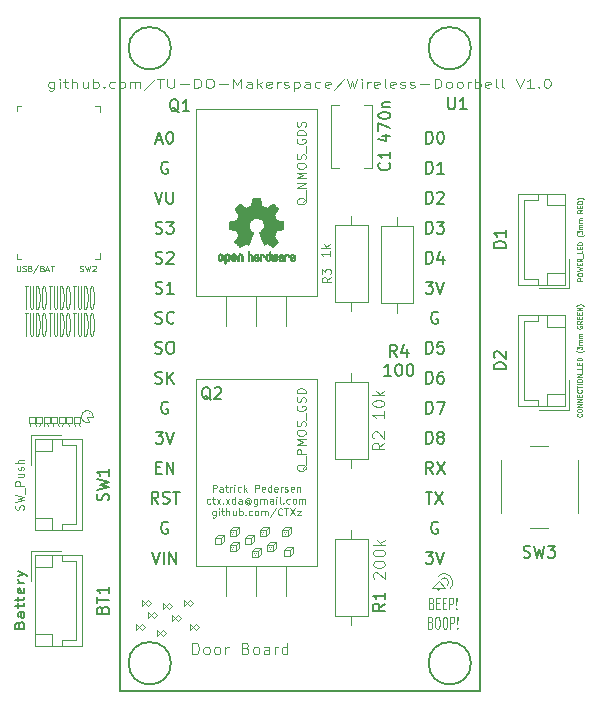
<source format=gbr>
G04 #@! TF.GenerationSoftware,KiCad,Pcbnew,5.1.5+dfsg1-2build2*
G04 #@! TF.CreationDate,2022-01-06T20:40:28+01:00*
G04 #@! TF.ProjectId,Door,446f6f72-2e6b-4696-9361-645f70636258,V1.0*
G04 #@! TF.SameCoordinates,Original*
G04 #@! TF.FileFunction,Legend,Top*
G04 #@! TF.FilePolarity,Positive*
%FSLAX46Y46*%
G04 Gerber Fmt 4.6, Leading zero omitted, Abs format (unit mm)*
G04 Created by KiCad (PCBNEW 5.1.5+dfsg1-2build2) date 2022-01-06 20:40:28*
%MOMM*%
%LPD*%
G04 APERTURE LIST*
%ADD10C,0.100000*%
%ADD11C,0.125000*%
%ADD12C,0.120000*%
%ADD13C,0.050000*%
%ADD14C,0.010000*%
%ADD15C,0.150000*%
G04 APERTURE END LIST*
D10*
X68493190Y-139339580D02*
X68493190Y-138339580D01*
X68731285Y-138339580D01*
X68874142Y-138387200D01*
X68969380Y-138482438D01*
X69017000Y-138577676D01*
X69064619Y-138768152D01*
X69064619Y-138911009D01*
X69017000Y-139101485D01*
X68969380Y-139196723D01*
X68874142Y-139291961D01*
X68731285Y-139339580D01*
X68493190Y-139339580D01*
X69636047Y-139339580D02*
X69540809Y-139291961D01*
X69493190Y-139244342D01*
X69445571Y-139149104D01*
X69445571Y-138863390D01*
X69493190Y-138768152D01*
X69540809Y-138720533D01*
X69636047Y-138672914D01*
X69778904Y-138672914D01*
X69874142Y-138720533D01*
X69921761Y-138768152D01*
X69969380Y-138863390D01*
X69969380Y-139149104D01*
X69921761Y-139244342D01*
X69874142Y-139291961D01*
X69778904Y-139339580D01*
X69636047Y-139339580D01*
X70540809Y-139339580D02*
X70445571Y-139291961D01*
X70397952Y-139244342D01*
X70350333Y-139149104D01*
X70350333Y-138863390D01*
X70397952Y-138768152D01*
X70445571Y-138720533D01*
X70540809Y-138672914D01*
X70683666Y-138672914D01*
X70778904Y-138720533D01*
X70826523Y-138768152D01*
X70874142Y-138863390D01*
X70874142Y-139149104D01*
X70826523Y-139244342D01*
X70778904Y-139291961D01*
X70683666Y-139339580D01*
X70540809Y-139339580D01*
X71302714Y-139339580D02*
X71302714Y-138672914D01*
X71302714Y-138863390D02*
X71350333Y-138768152D01*
X71397952Y-138720533D01*
X71493190Y-138672914D01*
X71588428Y-138672914D01*
X73017000Y-138815771D02*
X73159857Y-138863390D01*
X73207476Y-138911009D01*
X73255095Y-139006247D01*
X73255095Y-139149104D01*
X73207476Y-139244342D01*
X73159857Y-139291961D01*
X73064619Y-139339580D01*
X72683666Y-139339580D01*
X72683666Y-138339580D01*
X73017000Y-138339580D01*
X73112238Y-138387200D01*
X73159857Y-138434819D01*
X73207476Y-138530057D01*
X73207476Y-138625295D01*
X73159857Y-138720533D01*
X73112238Y-138768152D01*
X73017000Y-138815771D01*
X72683666Y-138815771D01*
X73826523Y-139339580D02*
X73731285Y-139291961D01*
X73683666Y-139244342D01*
X73636047Y-139149104D01*
X73636047Y-138863390D01*
X73683666Y-138768152D01*
X73731285Y-138720533D01*
X73826523Y-138672914D01*
X73969380Y-138672914D01*
X74064619Y-138720533D01*
X74112238Y-138768152D01*
X74159857Y-138863390D01*
X74159857Y-139149104D01*
X74112238Y-139244342D01*
X74064619Y-139291961D01*
X73969380Y-139339580D01*
X73826523Y-139339580D01*
X75017000Y-139339580D02*
X75017000Y-138815771D01*
X74969380Y-138720533D01*
X74874142Y-138672914D01*
X74683666Y-138672914D01*
X74588428Y-138720533D01*
X75017000Y-139291961D02*
X74921761Y-139339580D01*
X74683666Y-139339580D01*
X74588428Y-139291961D01*
X74540809Y-139196723D01*
X74540809Y-139101485D01*
X74588428Y-139006247D01*
X74683666Y-138958628D01*
X74921761Y-138958628D01*
X75017000Y-138911009D01*
X75493190Y-139339580D02*
X75493190Y-138672914D01*
X75493190Y-138863390D02*
X75540809Y-138768152D01*
X75588428Y-138720533D01*
X75683666Y-138672914D01*
X75778904Y-138672914D01*
X76540809Y-139339580D02*
X76540809Y-138339580D01*
X76540809Y-139291961D02*
X76445571Y-139339580D01*
X76255095Y-139339580D01*
X76159857Y-139291961D01*
X76112238Y-139244342D01*
X76064619Y-139149104D01*
X76064619Y-138863390D01*
X76112238Y-138768152D01*
X76159857Y-138720533D01*
X76255095Y-138672914D01*
X76445571Y-138672914D01*
X76540809Y-138720533D01*
D11*
X56334933Y-110410761D02*
X56620647Y-110410761D01*
X56477790Y-112410761D02*
X56477790Y-110410761D01*
X56787314Y-110410761D02*
X56787314Y-112029809D01*
X56811123Y-112220285D01*
X56834933Y-112315523D01*
X56882552Y-112410761D01*
X56977790Y-112410761D01*
X57025409Y-112315523D01*
X57049219Y-112220285D01*
X57073028Y-112029809D01*
X57073028Y-110410761D01*
X57311123Y-112410761D02*
X57311123Y-110410761D01*
X57430171Y-110410761D01*
X57501600Y-110506000D01*
X57549219Y-110696476D01*
X57573028Y-110886952D01*
X57596838Y-111267904D01*
X57596838Y-111553619D01*
X57573028Y-111934571D01*
X57549219Y-112125047D01*
X57501600Y-112315523D01*
X57430171Y-112410761D01*
X57311123Y-112410761D01*
X57906361Y-110410761D02*
X58001600Y-110410761D01*
X58049219Y-110506000D01*
X58096838Y-110696476D01*
X58120647Y-111077428D01*
X58120647Y-111744095D01*
X58096838Y-112125047D01*
X58049219Y-112315523D01*
X58001600Y-112410761D01*
X57906361Y-112410761D01*
X57858742Y-112315523D01*
X57811123Y-112125047D01*
X57787314Y-111744095D01*
X57787314Y-111077428D01*
X57811123Y-110696476D01*
X57858742Y-110506000D01*
X57906361Y-110410761D01*
X58366933Y-110410761D02*
X58652647Y-110410761D01*
X58509790Y-112410761D02*
X58509790Y-110410761D01*
X58819314Y-110410761D02*
X58819314Y-112029809D01*
X58843123Y-112220285D01*
X58866933Y-112315523D01*
X58914552Y-112410761D01*
X59009790Y-112410761D01*
X59057409Y-112315523D01*
X59081219Y-112220285D01*
X59105028Y-112029809D01*
X59105028Y-110410761D01*
X59343123Y-112410761D02*
X59343123Y-110410761D01*
X59462171Y-110410761D01*
X59533600Y-110506000D01*
X59581219Y-110696476D01*
X59605028Y-110886952D01*
X59628838Y-111267904D01*
X59628838Y-111553619D01*
X59605028Y-111934571D01*
X59581219Y-112125047D01*
X59533600Y-112315523D01*
X59462171Y-112410761D01*
X59343123Y-112410761D01*
X59938361Y-110410761D02*
X60033600Y-110410761D01*
X60081219Y-110506000D01*
X60128838Y-110696476D01*
X60152647Y-111077428D01*
X60152647Y-111744095D01*
X60128838Y-112125047D01*
X60081219Y-112315523D01*
X60033600Y-112410761D01*
X59938361Y-112410761D01*
X59890742Y-112315523D01*
X59843123Y-112125047D01*
X59819314Y-111744095D01*
X59819314Y-111077428D01*
X59843123Y-110696476D01*
X59890742Y-110506000D01*
X59938361Y-110410761D01*
X54302933Y-110410761D02*
X54588647Y-110410761D01*
X54445790Y-112410761D02*
X54445790Y-110410761D01*
X54755314Y-110410761D02*
X54755314Y-112029809D01*
X54779123Y-112220285D01*
X54802933Y-112315523D01*
X54850552Y-112410761D01*
X54945790Y-112410761D01*
X54993409Y-112315523D01*
X55017219Y-112220285D01*
X55041028Y-112029809D01*
X55041028Y-110410761D01*
X55279123Y-112410761D02*
X55279123Y-110410761D01*
X55398171Y-110410761D01*
X55469600Y-110506000D01*
X55517219Y-110696476D01*
X55541028Y-110886952D01*
X55564838Y-111267904D01*
X55564838Y-111553619D01*
X55541028Y-111934571D01*
X55517219Y-112125047D01*
X55469600Y-112315523D01*
X55398171Y-112410761D01*
X55279123Y-112410761D01*
X55874361Y-110410761D02*
X55969600Y-110410761D01*
X56017219Y-110506000D01*
X56064838Y-110696476D01*
X56088647Y-111077428D01*
X56088647Y-111744095D01*
X56064838Y-112125047D01*
X56017219Y-112315523D01*
X55969600Y-112410761D01*
X55874361Y-112410761D01*
X55826742Y-112315523D01*
X55779123Y-112125047D01*
X55755314Y-111744095D01*
X55755314Y-111077428D01*
X55779123Y-110696476D01*
X55826742Y-110506000D01*
X55874361Y-110410761D01*
X58366933Y-108124761D02*
X58652647Y-108124761D01*
X58509790Y-110124761D02*
X58509790Y-108124761D01*
X58819314Y-108124761D02*
X58819314Y-109743809D01*
X58843123Y-109934285D01*
X58866933Y-110029523D01*
X58914552Y-110124761D01*
X59009790Y-110124761D01*
X59057409Y-110029523D01*
X59081219Y-109934285D01*
X59105028Y-109743809D01*
X59105028Y-108124761D01*
X59343123Y-110124761D02*
X59343123Y-108124761D01*
X59462171Y-108124761D01*
X59533600Y-108220000D01*
X59581219Y-108410476D01*
X59605028Y-108600952D01*
X59628838Y-108981904D01*
X59628838Y-109267619D01*
X59605028Y-109648571D01*
X59581219Y-109839047D01*
X59533600Y-110029523D01*
X59462171Y-110124761D01*
X59343123Y-110124761D01*
X59938361Y-108124761D02*
X60033600Y-108124761D01*
X60081219Y-108220000D01*
X60128838Y-108410476D01*
X60152647Y-108791428D01*
X60152647Y-109458095D01*
X60128838Y-109839047D01*
X60081219Y-110029523D01*
X60033600Y-110124761D01*
X59938361Y-110124761D01*
X59890742Y-110029523D01*
X59843123Y-109839047D01*
X59819314Y-109458095D01*
X59819314Y-108791428D01*
X59843123Y-108410476D01*
X59890742Y-108220000D01*
X59938361Y-108124761D01*
X56334933Y-108124761D02*
X56620647Y-108124761D01*
X56477790Y-110124761D02*
X56477790Y-108124761D01*
X56787314Y-108124761D02*
X56787314Y-109743809D01*
X56811123Y-109934285D01*
X56834933Y-110029523D01*
X56882552Y-110124761D01*
X56977790Y-110124761D01*
X57025409Y-110029523D01*
X57049219Y-109934285D01*
X57073028Y-109743809D01*
X57073028Y-108124761D01*
X57311123Y-110124761D02*
X57311123Y-108124761D01*
X57430171Y-108124761D01*
X57501600Y-108220000D01*
X57549219Y-108410476D01*
X57573028Y-108600952D01*
X57596838Y-108981904D01*
X57596838Y-109267619D01*
X57573028Y-109648571D01*
X57549219Y-109839047D01*
X57501600Y-110029523D01*
X57430171Y-110124761D01*
X57311123Y-110124761D01*
X57906361Y-108124761D02*
X58001600Y-108124761D01*
X58049219Y-108220000D01*
X58096838Y-108410476D01*
X58120647Y-108791428D01*
X58120647Y-109458095D01*
X58096838Y-109839047D01*
X58049219Y-110029523D01*
X58001600Y-110124761D01*
X57906361Y-110124761D01*
X57858742Y-110029523D01*
X57811123Y-109839047D01*
X57787314Y-109458095D01*
X57787314Y-108791428D01*
X57811123Y-108410476D01*
X57858742Y-108220000D01*
X57906361Y-108124761D01*
X54302933Y-108124761D02*
X54588647Y-108124761D01*
X54445790Y-110124761D02*
X54445790Y-108124761D01*
X54755314Y-108124761D02*
X54755314Y-109743809D01*
X54779123Y-109934285D01*
X54802933Y-110029523D01*
X54850552Y-110124761D01*
X54945790Y-110124761D01*
X54993409Y-110029523D01*
X55017219Y-109934285D01*
X55041028Y-109743809D01*
X55041028Y-108124761D01*
X55279123Y-110124761D02*
X55279123Y-108124761D01*
X55398171Y-108124761D01*
X55469600Y-108220000D01*
X55517219Y-108410476D01*
X55541028Y-108600952D01*
X55564838Y-108981904D01*
X55564838Y-109267619D01*
X55541028Y-109648571D01*
X55517219Y-109839047D01*
X55469600Y-110029523D01*
X55398171Y-110124761D01*
X55279123Y-110124761D01*
X55874361Y-108124761D02*
X55969600Y-108124761D01*
X56017219Y-108220000D01*
X56064838Y-108410476D01*
X56088647Y-108791428D01*
X56088647Y-109458095D01*
X56064838Y-109839047D01*
X56017219Y-110029523D01*
X55969600Y-110124761D01*
X55874361Y-110124761D01*
X55826742Y-110029523D01*
X55779123Y-109839047D01*
X55755314Y-109458095D01*
X55755314Y-108791428D01*
X55779123Y-108410476D01*
X55826742Y-108220000D01*
X55874361Y-108124761D01*
D12*
X73944000Y-130759200D02*
G75*
G03X73944000Y-130759200I-30000J0D01*
G01*
X74345800Y-130352800D02*
X74345800Y-130860800D01*
X73583800Y-130606800D02*
X73837800Y-130352800D01*
X74091800Y-131114800D02*
X74091800Y-130606800D01*
X73766200Y-130759200D02*
G75*
G03X73766200Y-130759200I-30000J0D01*
G01*
X73837800Y-130352800D02*
X74345800Y-130352800D01*
X74091800Y-130606800D02*
X74345800Y-130352800D01*
X73583800Y-131114800D02*
X74091800Y-131114800D01*
D13*
X73861600Y-130937000D02*
G75*
G03X73861600Y-130937000I-50000J0D01*
G01*
D12*
X74091800Y-130606800D02*
X73583800Y-130606800D01*
X73583800Y-130606800D02*
X73583800Y-131114800D01*
X74091800Y-131114800D02*
X74345800Y-130860800D01*
X76758800Y-130479800D02*
X76250800Y-130479800D01*
X76504800Y-130225800D02*
X77012800Y-130225800D01*
X76433200Y-130632200D02*
G75*
G03X76433200Y-130632200I-30000J0D01*
G01*
D13*
X76528600Y-130810000D02*
G75*
G03X76528600Y-130810000I-50000J0D01*
G01*
D12*
X76250800Y-130479800D02*
X76504800Y-130225800D01*
X76611000Y-130632200D02*
G75*
G03X76611000Y-130632200I-30000J0D01*
G01*
X76250800Y-130987800D02*
X76758800Y-130987800D01*
X76758800Y-130987800D02*
X76758800Y-130479800D01*
X76250800Y-130479800D02*
X76250800Y-130987800D01*
X76758800Y-130987800D02*
X77012800Y-130733800D01*
X77012800Y-130225800D02*
X77012800Y-130733800D01*
X76758800Y-130479800D02*
X77012800Y-130225800D01*
X76484000Y-128981200D02*
G75*
G03X76484000Y-128981200I-30000J0D01*
G01*
X76885800Y-128574800D02*
X76885800Y-129082800D01*
X76123800Y-128828800D02*
X76377800Y-128574800D01*
X76631800Y-129336800D02*
X76631800Y-128828800D01*
X76306200Y-128981200D02*
G75*
G03X76306200Y-128981200I-30000J0D01*
G01*
X76377800Y-128574800D02*
X76885800Y-128574800D01*
X76631800Y-128828800D02*
X76885800Y-128574800D01*
X76123800Y-129336800D02*
X76631800Y-129336800D01*
D13*
X76401600Y-129159000D02*
G75*
G03X76401600Y-129159000I-50000J0D01*
G01*
D12*
X76631800Y-128828800D02*
X76123800Y-128828800D01*
X76123800Y-128828800D02*
X76123800Y-129336800D01*
X76631800Y-129336800D02*
X76885800Y-129082800D01*
X74853800Y-130098800D02*
X75107800Y-129844800D01*
X75361800Y-130098800D02*
X74853800Y-130098800D01*
X75361800Y-130098800D02*
X75615800Y-129844800D01*
X75036200Y-130251200D02*
G75*
G03X75036200Y-130251200I-30000J0D01*
G01*
X74853800Y-130098800D02*
X74853800Y-130606800D01*
D13*
X75131600Y-130429000D02*
G75*
G03X75131600Y-130429000I-50000J0D01*
G01*
D12*
X75214000Y-130251200D02*
G75*
G03X75214000Y-130251200I-30000J0D01*
G01*
X75361800Y-130606800D02*
X75615800Y-130352800D01*
X75107800Y-129844800D02*
X75615800Y-129844800D01*
X75361800Y-130606800D02*
X75361800Y-130098800D01*
X75615800Y-129844800D02*
X75615800Y-130352800D01*
X74853800Y-130606800D02*
X75361800Y-130606800D01*
D13*
X74496600Y-129159000D02*
G75*
G03X74496600Y-129159000I-50000J0D01*
G01*
D12*
X74726800Y-128828800D02*
X74980800Y-128574800D01*
X74726800Y-129336800D02*
X74980800Y-129082800D01*
X74401200Y-128981200D02*
G75*
G03X74401200Y-128981200I-30000J0D01*
G01*
X74726800Y-128828800D02*
X74218800Y-128828800D01*
X74218800Y-129336800D02*
X74726800Y-129336800D01*
X74579000Y-128981200D02*
G75*
G03X74579000Y-128981200I-30000J0D01*
G01*
X74218800Y-128828800D02*
X74472800Y-128574800D01*
X74726800Y-129336800D02*
X74726800Y-128828800D01*
X74472800Y-128574800D02*
X74980800Y-128574800D01*
X74980800Y-128574800D02*
X74980800Y-129082800D01*
X74218800Y-128828800D02*
X74218800Y-129336800D01*
X73456800Y-129463800D02*
X72948800Y-129463800D01*
X73131200Y-129616200D02*
G75*
G03X73131200Y-129616200I-30000J0D01*
G01*
X72948800Y-129463800D02*
X73202800Y-129209800D01*
X73456800Y-129463800D02*
X73710800Y-129209800D01*
X73202800Y-129209800D02*
X73710800Y-129209800D01*
X73309000Y-129616200D02*
G75*
G03X73309000Y-129616200I-30000J0D01*
G01*
X73710800Y-129209800D02*
X73710800Y-129717800D01*
X73456800Y-129971800D02*
X73710800Y-129717800D01*
X72948800Y-129971800D02*
X73456800Y-129971800D01*
X72948800Y-129463800D02*
X72948800Y-129971800D01*
D13*
X73226600Y-129794000D02*
G75*
G03X73226600Y-129794000I-50000J0D01*
G01*
D12*
X73456800Y-129971800D02*
X73456800Y-129463800D01*
X71861200Y-130251200D02*
G75*
G03X71861200Y-130251200I-30000J0D01*
G01*
X71678800Y-130098800D02*
X71932800Y-129844800D01*
D13*
X71956600Y-130429000D02*
G75*
G03X71956600Y-130429000I-50000J0D01*
G01*
D12*
X72039000Y-130251200D02*
G75*
G03X72039000Y-130251200I-30000J0D01*
G01*
X71678800Y-130606800D02*
X72186800Y-130606800D01*
X72186800Y-130098800D02*
X71678800Y-130098800D01*
X71678800Y-130098800D02*
X71678800Y-130606800D01*
X72186800Y-130606800D02*
X72440800Y-130352800D01*
X72440800Y-129844800D02*
X72440800Y-130352800D01*
X72186800Y-130606800D02*
X72186800Y-130098800D01*
X72186800Y-130098800D02*
X72440800Y-129844800D01*
X71932800Y-129844800D02*
X72440800Y-129844800D01*
X72186800Y-129336800D02*
X72186800Y-128828800D01*
X71861200Y-128981200D02*
G75*
G03X71861200Y-128981200I-30000J0D01*
G01*
X72039000Y-128981200D02*
G75*
G03X72039000Y-128981200I-30000J0D01*
G01*
X71678800Y-129336800D02*
X72186800Y-129336800D01*
X72186800Y-128828800D02*
X71678800Y-128828800D01*
X71932800Y-128574800D02*
X72440800Y-128574800D01*
X72440800Y-128574800D02*
X72440800Y-129082800D01*
X72186800Y-128828800D02*
X72440800Y-128574800D01*
X71678800Y-128828800D02*
X71932800Y-128574800D01*
X72186800Y-129336800D02*
X72440800Y-129082800D01*
X71678800Y-128828800D02*
X71678800Y-129336800D01*
D13*
X71956600Y-129159000D02*
G75*
G03X71956600Y-129159000I-50000J0D01*
G01*
X70686600Y-129794000D02*
G75*
G03X70686600Y-129794000I-50000J0D01*
G01*
D12*
X70769000Y-129616200D02*
G75*
G03X70769000Y-129616200I-30000J0D01*
G01*
X70591200Y-129616200D02*
G75*
G03X70591200Y-129616200I-30000J0D01*
G01*
X70662800Y-129209800D02*
X71170800Y-129209800D01*
X70408800Y-129463800D02*
X70662800Y-129209800D01*
X71170800Y-129209800D02*
X71170800Y-129717800D01*
X70916800Y-129463800D02*
X71170800Y-129209800D01*
X70916800Y-129971800D02*
X71170800Y-129717800D01*
X70916800Y-129463800D02*
X70408800Y-129463800D01*
X70916800Y-129971800D02*
X70916800Y-129463800D01*
X70408800Y-129971800D02*
X70916800Y-129971800D01*
X70408800Y-129463800D02*
X70408800Y-129971800D01*
X65532000Y-137287000D02*
X65786000Y-137541000D01*
X66040000Y-137287000D02*
X65532000Y-137795000D01*
X65786000Y-137541000D02*
X66040000Y-137795000D01*
X66040000Y-137795000D02*
X66294000Y-137541000D01*
X66294000Y-137541000D02*
X66040000Y-137287000D01*
X65532000Y-137795000D02*
X65532000Y-137287000D01*
X68326000Y-136779000D02*
X68580000Y-137033000D01*
X68326000Y-137287000D02*
X68326000Y-136779000D01*
X68580000Y-137033000D02*
X68834000Y-137287000D01*
X69088000Y-137033000D02*
X68834000Y-136779000D01*
X68834000Y-137287000D02*
X69088000Y-137033000D01*
X68834000Y-136779000D02*
X68326000Y-137287000D01*
X67056000Y-136271000D02*
X67310000Y-136525000D01*
X67564000Y-136271000D02*
X67310000Y-136017000D01*
X66802000Y-136525000D02*
X66802000Y-136017000D01*
X67310000Y-136017000D02*
X66802000Y-136525000D01*
X67310000Y-136525000D02*
X67564000Y-136271000D01*
X66802000Y-136017000D02*
X67056000Y-136271000D01*
X68326000Y-134747000D02*
X67818000Y-135255000D01*
X68072000Y-135001000D02*
X68326000Y-135255000D01*
X68326000Y-135255000D02*
X68580000Y-135001000D01*
X67818000Y-134747000D02*
X68072000Y-135001000D01*
X68580000Y-135001000D02*
X68326000Y-134747000D01*
X67818000Y-135255000D02*
X67818000Y-134747000D01*
X66548000Y-135001000D02*
X66040000Y-135509000D01*
X66040000Y-135001000D02*
X66294000Y-135255000D01*
X66040000Y-135509000D02*
X66040000Y-135001000D01*
X66294000Y-135255000D02*
X66548000Y-135509000D01*
X66548000Y-135509000D02*
X66802000Y-135255000D01*
X66802000Y-135255000D02*
X66548000Y-135001000D01*
X64262000Y-136779000D02*
X63754000Y-137287000D01*
X64008000Y-137033000D02*
X64262000Y-137287000D01*
X63754000Y-136779000D02*
X64008000Y-137033000D01*
X63754000Y-137287000D02*
X63754000Y-136779000D01*
X64262000Y-137287000D02*
X64516000Y-137033000D01*
X64516000Y-137033000D02*
X64262000Y-136779000D01*
X64770000Y-136271000D02*
X64770000Y-135763000D01*
X65278000Y-136271000D02*
X65532000Y-136017000D01*
X64770000Y-135763000D02*
X65024000Y-136017000D01*
X65024000Y-136017000D02*
X65278000Y-136271000D01*
X65532000Y-136017000D02*
X65278000Y-135763000D01*
X65278000Y-135763000D02*
X64770000Y-136271000D01*
X64262000Y-134747000D02*
X64516000Y-135001000D01*
X64262000Y-135255000D02*
X64262000Y-134747000D01*
X64770000Y-134747000D02*
X64262000Y-135255000D01*
X65024000Y-135001000D02*
X64770000Y-134747000D01*
X64770000Y-135255000D02*
X65024000Y-135001000D01*
X64516000Y-135001000D02*
X64770000Y-135255000D01*
X59766200Y-118948200D02*
G75*
G03X59766200Y-118948200I-25400J0D01*
G01*
X60121800Y-119202200D02*
X59613800Y-119202200D01*
X59737008Y-119695032D02*
X59613800Y-119202200D01*
X59737008Y-119695032D02*
G75*
G02X60121800Y-119202200I-123208J492832D01*
G01*
X58851800Y-119710200D02*
X58978800Y-119964200D01*
X55930800Y-119710200D02*
X55930800Y-119964200D01*
X58470800Y-119710200D02*
X58597800Y-119964200D01*
X57962800Y-119710200D02*
X58089800Y-119964200D01*
X57581800Y-119710200D02*
X57454800Y-119964200D01*
X57073800Y-119710200D02*
X57200800Y-119964200D01*
X56692800Y-119710200D02*
X56692800Y-119964200D01*
X56184800Y-119710200D02*
X56311800Y-119964200D01*
X55676800Y-119710200D02*
X55549800Y-119964200D01*
X55168800Y-119710200D02*
X55295800Y-119964200D01*
X54787800Y-119710200D02*
X54787800Y-119964200D01*
X58470800Y-119710200D02*
X58978800Y-119710200D01*
X58978800Y-119710200D02*
X58978800Y-119202200D01*
X58470800Y-119202200D02*
X58470800Y-119710200D01*
X58978800Y-119202200D02*
X58470800Y-119202200D01*
X58343800Y-119710200D02*
X58343800Y-119202200D01*
X58343800Y-119202200D02*
X57835800Y-119202200D01*
X57835800Y-119710200D02*
X58343800Y-119710200D01*
X57835800Y-119202200D02*
X57835800Y-119710200D01*
X57200800Y-119202200D02*
X57200800Y-119710200D01*
X57200800Y-119710200D02*
X57708800Y-119710200D01*
X57708800Y-119202200D02*
X57200800Y-119202200D01*
X57708800Y-119710200D02*
X57708800Y-119202200D01*
X56565800Y-119202200D02*
X56565800Y-119710200D01*
X56565800Y-119710200D02*
X57073800Y-119710200D01*
X57073800Y-119710200D02*
X57073800Y-119202200D01*
X57073800Y-119202200D02*
X56565800Y-119202200D01*
X55930800Y-119710200D02*
X56438800Y-119710200D01*
X55930800Y-119202200D02*
X55930800Y-119710200D01*
X56438800Y-119202200D02*
X55930800Y-119202200D01*
X56438800Y-119710200D02*
X56438800Y-119202200D01*
X55295800Y-119710200D02*
X55803800Y-119710200D01*
X55803800Y-119202200D02*
X55295800Y-119202200D01*
X55295800Y-119202200D02*
X55295800Y-119710200D01*
X55803800Y-119710200D02*
X55803800Y-119202200D01*
X55168800Y-119202200D02*
X54660800Y-119202200D01*
X55168800Y-119710200D02*
X55168800Y-119202200D01*
X54660800Y-119710200D02*
X55168800Y-119710200D01*
X54660800Y-119202200D02*
X54660800Y-119710200D01*
D11*
X88769942Y-135006071D02*
X88855657Y-135053690D01*
X88884228Y-135101309D01*
X88912800Y-135196547D01*
X88912800Y-135339404D01*
X88884228Y-135434642D01*
X88855657Y-135482261D01*
X88798514Y-135529880D01*
X88569942Y-135529880D01*
X88569942Y-134529880D01*
X88769942Y-134529880D01*
X88827085Y-134577500D01*
X88855657Y-134625119D01*
X88884228Y-134720357D01*
X88884228Y-134815595D01*
X88855657Y-134910833D01*
X88827085Y-134958452D01*
X88769942Y-135006071D01*
X88569942Y-135006071D01*
X89169942Y-135006071D02*
X89369942Y-135006071D01*
X89455657Y-135529880D02*
X89169942Y-135529880D01*
X89169942Y-134529880D01*
X89455657Y-134529880D01*
X89712800Y-135006071D02*
X89912800Y-135006071D01*
X89998514Y-135529880D02*
X89712800Y-135529880D01*
X89712800Y-134529880D01*
X89998514Y-134529880D01*
X90255657Y-135529880D02*
X90255657Y-134529880D01*
X90484228Y-134529880D01*
X90541371Y-134577500D01*
X90569942Y-134625119D01*
X90598514Y-134720357D01*
X90598514Y-134863214D01*
X90569942Y-134958452D01*
X90541371Y-135006071D01*
X90484228Y-135053690D01*
X90255657Y-135053690D01*
X90855657Y-135434642D02*
X90884228Y-135482261D01*
X90855657Y-135529880D01*
X90827085Y-135482261D01*
X90855657Y-135434642D01*
X90855657Y-135529880D01*
X90855657Y-135148928D02*
X90827085Y-134577500D01*
X90855657Y-134529880D01*
X90884228Y-134577500D01*
X90855657Y-135148928D01*
X90855657Y-134529880D01*
X88684228Y-136631071D02*
X88769942Y-136678690D01*
X88798514Y-136726309D01*
X88827085Y-136821547D01*
X88827085Y-136964404D01*
X88798514Y-137059642D01*
X88769942Y-137107261D01*
X88712800Y-137154880D01*
X88484228Y-137154880D01*
X88484228Y-136154880D01*
X88684228Y-136154880D01*
X88741371Y-136202500D01*
X88769942Y-136250119D01*
X88798514Y-136345357D01*
X88798514Y-136440595D01*
X88769942Y-136535833D01*
X88741371Y-136583452D01*
X88684228Y-136631071D01*
X88484228Y-136631071D01*
X89198514Y-136154880D02*
X89312800Y-136154880D01*
X89369942Y-136202500D01*
X89427085Y-136297738D01*
X89455657Y-136488214D01*
X89455657Y-136821547D01*
X89427085Y-137012023D01*
X89369942Y-137107261D01*
X89312800Y-137154880D01*
X89198514Y-137154880D01*
X89141371Y-137107261D01*
X89084228Y-137012023D01*
X89055657Y-136821547D01*
X89055657Y-136488214D01*
X89084228Y-136297738D01*
X89141371Y-136202500D01*
X89198514Y-136154880D01*
X89827085Y-136154880D02*
X89941371Y-136154880D01*
X89998514Y-136202500D01*
X90055657Y-136297738D01*
X90084228Y-136488214D01*
X90084228Y-136821547D01*
X90055657Y-137012023D01*
X89998514Y-137107261D01*
X89941371Y-137154880D01*
X89827085Y-137154880D01*
X89769942Y-137107261D01*
X89712800Y-137012023D01*
X89684228Y-136821547D01*
X89684228Y-136488214D01*
X89712800Y-136297738D01*
X89769942Y-136202500D01*
X89827085Y-136154880D01*
X90341371Y-137154880D02*
X90341371Y-136154880D01*
X90569942Y-136154880D01*
X90627085Y-136202500D01*
X90655657Y-136250119D01*
X90684228Y-136345357D01*
X90684228Y-136488214D01*
X90655657Y-136583452D01*
X90627085Y-136631071D01*
X90569942Y-136678690D01*
X90341371Y-136678690D01*
X90941371Y-137059642D02*
X90969942Y-137107261D01*
X90941371Y-137154880D01*
X90912800Y-137107261D01*
X90941371Y-137059642D01*
X90941371Y-137154880D01*
X90941371Y-136773928D02*
X90912800Y-136202500D01*
X90941371Y-136154880D01*
X90969942Y-136202500D01*
X90941371Y-136773928D01*
X90941371Y-136154880D01*
D12*
X89331803Y-132715003D02*
G75*
G02X90347797Y-133730997I507997J-507997D01*
G01*
X89585801Y-132969001D02*
G75*
G02X90093799Y-133476999I253999J-253999D01*
G01*
X89452263Y-133832600D02*
G75*
G03X89452263Y-133832600I-107763J0D01*
G01*
X89903300Y-133718300D02*
X88785700Y-133718300D01*
X89344500Y-133159500D02*
X89903300Y-133718300D01*
X89344500Y-133159500D02*
X88785700Y-133718300D01*
D11*
X56780316Y-90860185D02*
X56780316Y-91467328D01*
X56732697Y-91538757D01*
X56685078Y-91574471D01*
X56589840Y-91610185D01*
X56446983Y-91610185D01*
X56351745Y-91574471D01*
X56780316Y-91324471D02*
X56685078Y-91360185D01*
X56494602Y-91360185D01*
X56399364Y-91324471D01*
X56351745Y-91288757D01*
X56304126Y-91217328D01*
X56304126Y-91003042D01*
X56351745Y-90931614D01*
X56399364Y-90895900D01*
X56494602Y-90860185D01*
X56685078Y-90860185D01*
X56780316Y-90895900D01*
X57256507Y-91360185D02*
X57256507Y-90860185D01*
X57256507Y-90610185D02*
X57208888Y-90645900D01*
X57256507Y-90681614D01*
X57304126Y-90645900D01*
X57256507Y-90610185D01*
X57256507Y-90681614D01*
X57589840Y-90860185D02*
X57970792Y-90860185D01*
X57732697Y-90610185D02*
X57732697Y-91253042D01*
X57780316Y-91324471D01*
X57875554Y-91360185D01*
X57970792Y-91360185D01*
X58304126Y-91360185D02*
X58304126Y-90610185D01*
X58732697Y-91360185D02*
X58732697Y-90967328D01*
X58685078Y-90895900D01*
X58589840Y-90860185D01*
X58446983Y-90860185D01*
X58351745Y-90895900D01*
X58304126Y-90931614D01*
X59637459Y-90860185D02*
X59637459Y-91360185D01*
X59208888Y-90860185D02*
X59208888Y-91253042D01*
X59256507Y-91324471D01*
X59351745Y-91360185D01*
X59494602Y-91360185D01*
X59589840Y-91324471D01*
X59637459Y-91288757D01*
X60113650Y-91360185D02*
X60113650Y-90610185D01*
X60113650Y-90895900D02*
X60208888Y-90860185D01*
X60399364Y-90860185D01*
X60494602Y-90895900D01*
X60542221Y-90931614D01*
X60589840Y-91003042D01*
X60589840Y-91217328D01*
X60542221Y-91288757D01*
X60494602Y-91324471D01*
X60399364Y-91360185D01*
X60208888Y-91360185D01*
X60113650Y-91324471D01*
X61018411Y-91288757D02*
X61066030Y-91324471D01*
X61018411Y-91360185D01*
X60970792Y-91324471D01*
X61018411Y-91288757D01*
X61018411Y-91360185D01*
X61923173Y-91324471D02*
X61827935Y-91360185D01*
X61637459Y-91360185D01*
X61542221Y-91324471D01*
X61494602Y-91288757D01*
X61446983Y-91217328D01*
X61446983Y-91003042D01*
X61494602Y-90931614D01*
X61542221Y-90895900D01*
X61637459Y-90860185D01*
X61827935Y-90860185D01*
X61923173Y-90895900D01*
X62494602Y-91360185D02*
X62399364Y-91324471D01*
X62351745Y-91288757D01*
X62304126Y-91217328D01*
X62304126Y-91003042D01*
X62351745Y-90931614D01*
X62399364Y-90895900D01*
X62494602Y-90860185D01*
X62637459Y-90860185D01*
X62732697Y-90895900D01*
X62780316Y-90931614D01*
X62827935Y-91003042D01*
X62827935Y-91217328D01*
X62780316Y-91288757D01*
X62732697Y-91324471D01*
X62637459Y-91360185D01*
X62494602Y-91360185D01*
X63256507Y-91360185D02*
X63256507Y-90860185D01*
X63256507Y-90931614D02*
X63304126Y-90895900D01*
X63399364Y-90860185D01*
X63542221Y-90860185D01*
X63637459Y-90895900D01*
X63685078Y-90967328D01*
X63685078Y-91360185D01*
X63685078Y-90967328D02*
X63732697Y-90895900D01*
X63827935Y-90860185D01*
X63970792Y-90860185D01*
X64066030Y-90895900D01*
X64113650Y-90967328D01*
X64113650Y-91360185D01*
X65304126Y-90574471D02*
X64446983Y-91538757D01*
X65494602Y-90610185D02*
X66066030Y-90610185D01*
X65780316Y-91360185D02*
X65780316Y-90610185D01*
X66399364Y-90610185D02*
X66399364Y-91217328D01*
X66446983Y-91288757D01*
X66494602Y-91324471D01*
X66589840Y-91360185D01*
X66780316Y-91360185D01*
X66875554Y-91324471D01*
X66923173Y-91288757D01*
X66970792Y-91217328D01*
X66970792Y-90610185D01*
X67446983Y-91074471D02*
X68208888Y-91074471D01*
X68685078Y-91360185D02*
X68685078Y-90610185D01*
X68923173Y-90610185D01*
X69066030Y-90645900D01*
X69161269Y-90717328D01*
X69208888Y-90788757D01*
X69256507Y-90931614D01*
X69256507Y-91038757D01*
X69208888Y-91181614D01*
X69161269Y-91253042D01*
X69066030Y-91324471D01*
X68923173Y-91360185D01*
X68685078Y-91360185D01*
X69875554Y-90610185D02*
X70066030Y-90610185D01*
X70161269Y-90645900D01*
X70256507Y-90717328D01*
X70304126Y-90860185D01*
X70304126Y-91110185D01*
X70256507Y-91253042D01*
X70161269Y-91324471D01*
X70066030Y-91360185D01*
X69875554Y-91360185D01*
X69780316Y-91324471D01*
X69685078Y-91253042D01*
X69637459Y-91110185D01*
X69637459Y-90860185D01*
X69685078Y-90717328D01*
X69780316Y-90645900D01*
X69875554Y-90610185D01*
X70732697Y-91074471D02*
X71494602Y-91074471D01*
X71970792Y-91360185D02*
X71970792Y-90610185D01*
X72304126Y-91145900D01*
X72637459Y-90610185D01*
X72637459Y-91360185D01*
X73542221Y-91360185D02*
X73542221Y-90967328D01*
X73494602Y-90895900D01*
X73399364Y-90860185D01*
X73208888Y-90860185D01*
X73113650Y-90895900D01*
X73542221Y-91324471D02*
X73446983Y-91360185D01*
X73208888Y-91360185D01*
X73113650Y-91324471D01*
X73066030Y-91253042D01*
X73066030Y-91181614D01*
X73113650Y-91110185D01*
X73208888Y-91074471D01*
X73446983Y-91074471D01*
X73542221Y-91038757D01*
X74018411Y-91360185D02*
X74018411Y-90610185D01*
X74113650Y-91074471D02*
X74399364Y-91360185D01*
X74399364Y-90860185D02*
X74018411Y-91145900D01*
X75208888Y-91324471D02*
X75113650Y-91360185D01*
X74923173Y-91360185D01*
X74827935Y-91324471D01*
X74780316Y-91253042D01*
X74780316Y-90967328D01*
X74827935Y-90895900D01*
X74923173Y-90860185D01*
X75113650Y-90860185D01*
X75208888Y-90895900D01*
X75256507Y-90967328D01*
X75256507Y-91038757D01*
X74780316Y-91110185D01*
X75685078Y-91360185D02*
X75685078Y-90860185D01*
X75685078Y-91003042D02*
X75732697Y-90931614D01*
X75780316Y-90895900D01*
X75875554Y-90860185D01*
X75970792Y-90860185D01*
X76256507Y-91324471D02*
X76351745Y-91360185D01*
X76542221Y-91360185D01*
X76637459Y-91324471D01*
X76685078Y-91253042D01*
X76685078Y-91217328D01*
X76637459Y-91145900D01*
X76542221Y-91110185D01*
X76399364Y-91110185D01*
X76304126Y-91074471D01*
X76256507Y-91003042D01*
X76256507Y-90967328D01*
X76304126Y-90895900D01*
X76399364Y-90860185D01*
X76542221Y-90860185D01*
X76637459Y-90895900D01*
X77113650Y-90860185D02*
X77113650Y-91610185D01*
X77113650Y-90895900D02*
X77208888Y-90860185D01*
X77399364Y-90860185D01*
X77494602Y-90895900D01*
X77542221Y-90931614D01*
X77589840Y-91003042D01*
X77589840Y-91217328D01*
X77542221Y-91288757D01*
X77494602Y-91324471D01*
X77399364Y-91360185D01*
X77208888Y-91360185D01*
X77113650Y-91324471D01*
X78446983Y-91360185D02*
X78446983Y-90967328D01*
X78399364Y-90895900D01*
X78304126Y-90860185D01*
X78113650Y-90860185D01*
X78018411Y-90895900D01*
X78446983Y-91324471D02*
X78351745Y-91360185D01*
X78113650Y-91360185D01*
X78018411Y-91324471D01*
X77970792Y-91253042D01*
X77970792Y-91181614D01*
X78018411Y-91110185D01*
X78113650Y-91074471D01*
X78351745Y-91074471D01*
X78446983Y-91038757D01*
X79351745Y-91324471D02*
X79256507Y-91360185D01*
X79066030Y-91360185D01*
X78970792Y-91324471D01*
X78923173Y-91288757D01*
X78875554Y-91217328D01*
X78875554Y-91003042D01*
X78923173Y-90931614D01*
X78970792Y-90895900D01*
X79066030Y-90860185D01*
X79256507Y-90860185D01*
X79351745Y-90895900D01*
X80161269Y-91324471D02*
X80066030Y-91360185D01*
X79875554Y-91360185D01*
X79780316Y-91324471D01*
X79732697Y-91253042D01*
X79732697Y-90967328D01*
X79780316Y-90895900D01*
X79875554Y-90860185D01*
X80066030Y-90860185D01*
X80161269Y-90895900D01*
X80208888Y-90967328D01*
X80208888Y-91038757D01*
X79732697Y-91110185D01*
X81351745Y-90574471D02*
X80494602Y-91538757D01*
X81589840Y-90610185D02*
X81827935Y-91360185D01*
X82018411Y-90824471D01*
X82208888Y-91360185D01*
X82446983Y-90610185D01*
X82827935Y-91360185D02*
X82827935Y-90860185D01*
X82827935Y-90610185D02*
X82780316Y-90645900D01*
X82827935Y-90681614D01*
X82875554Y-90645900D01*
X82827935Y-90610185D01*
X82827935Y-90681614D01*
X83304126Y-91360185D02*
X83304126Y-90860185D01*
X83304126Y-91003042D02*
X83351745Y-90931614D01*
X83399364Y-90895900D01*
X83494602Y-90860185D01*
X83589840Y-90860185D01*
X84304126Y-91324471D02*
X84208888Y-91360185D01*
X84018411Y-91360185D01*
X83923173Y-91324471D01*
X83875554Y-91253042D01*
X83875554Y-90967328D01*
X83923173Y-90895900D01*
X84018411Y-90860185D01*
X84208888Y-90860185D01*
X84304126Y-90895900D01*
X84351745Y-90967328D01*
X84351745Y-91038757D01*
X83875554Y-91110185D01*
X84923173Y-91360185D02*
X84827935Y-91324471D01*
X84780316Y-91253042D01*
X84780316Y-90610185D01*
X85685078Y-91324471D02*
X85589840Y-91360185D01*
X85399364Y-91360185D01*
X85304126Y-91324471D01*
X85256507Y-91253042D01*
X85256507Y-90967328D01*
X85304126Y-90895900D01*
X85399364Y-90860185D01*
X85589840Y-90860185D01*
X85685078Y-90895900D01*
X85732697Y-90967328D01*
X85732697Y-91038757D01*
X85256507Y-91110185D01*
X86113650Y-91324471D02*
X86208888Y-91360185D01*
X86399364Y-91360185D01*
X86494602Y-91324471D01*
X86542221Y-91253042D01*
X86542221Y-91217328D01*
X86494602Y-91145900D01*
X86399364Y-91110185D01*
X86256507Y-91110185D01*
X86161269Y-91074471D01*
X86113650Y-91003042D01*
X86113650Y-90967328D01*
X86161269Y-90895900D01*
X86256507Y-90860185D01*
X86399364Y-90860185D01*
X86494602Y-90895900D01*
X86923173Y-91324471D02*
X87018411Y-91360185D01*
X87208888Y-91360185D01*
X87304126Y-91324471D01*
X87351745Y-91253042D01*
X87351745Y-91217328D01*
X87304126Y-91145900D01*
X87208888Y-91110185D01*
X87066030Y-91110185D01*
X86970792Y-91074471D01*
X86923173Y-91003042D01*
X86923173Y-90967328D01*
X86970792Y-90895900D01*
X87066030Y-90860185D01*
X87208888Y-90860185D01*
X87304126Y-90895900D01*
X87780316Y-91074471D02*
X88542221Y-91074471D01*
X89018411Y-91360185D02*
X89018411Y-90610185D01*
X89256507Y-90610185D01*
X89399364Y-90645900D01*
X89494602Y-90717328D01*
X89542221Y-90788757D01*
X89589840Y-90931614D01*
X89589840Y-91038757D01*
X89542221Y-91181614D01*
X89494602Y-91253042D01*
X89399364Y-91324471D01*
X89256507Y-91360185D01*
X89018411Y-91360185D01*
X90161269Y-91360185D02*
X90066030Y-91324471D01*
X90018411Y-91288757D01*
X89970792Y-91217328D01*
X89970792Y-91003042D01*
X90018411Y-90931614D01*
X90066030Y-90895900D01*
X90161269Y-90860185D01*
X90304126Y-90860185D01*
X90399364Y-90895900D01*
X90446983Y-90931614D01*
X90494602Y-91003042D01*
X90494602Y-91217328D01*
X90446983Y-91288757D01*
X90399364Y-91324471D01*
X90304126Y-91360185D01*
X90161269Y-91360185D01*
X91066030Y-91360185D02*
X90970792Y-91324471D01*
X90923173Y-91288757D01*
X90875554Y-91217328D01*
X90875554Y-91003042D01*
X90923173Y-90931614D01*
X90970792Y-90895900D01*
X91066030Y-90860185D01*
X91208888Y-90860185D01*
X91304126Y-90895900D01*
X91351745Y-90931614D01*
X91399364Y-91003042D01*
X91399364Y-91217328D01*
X91351745Y-91288757D01*
X91304126Y-91324471D01*
X91208888Y-91360185D01*
X91066030Y-91360185D01*
X91827935Y-91360185D02*
X91827935Y-90860185D01*
X91827935Y-91003042D02*
X91875554Y-90931614D01*
X91923173Y-90895900D01*
X92018411Y-90860185D01*
X92113650Y-90860185D01*
X92446983Y-91360185D02*
X92446983Y-90610185D01*
X92446983Y-90895900D02*
X92542221Y-90860185D01*
X92732697Y-90860185D01*
X92827935Y-90895900D01*
X92875554Y-90931614D01*
X92923173Y-91003042D01*
X92923173Y-91217328D01*
X92875554Y-91288757D01*
X92827935Y-91324471D01*
X92732697Y-91360185D01*
X92542221Y-91360185D01*
X92446983Y-91324471D01*
X93732697Y-91324471D02*
X93637459Y-91360185D01*
X93446983Y-91360185D01*
X93351745Y-91324471D01*
X93304126Y-91253042D01*
X93304126Y-90967328D01*
X93351745Y-90895900D01*
X93446983Y-90860185D01*
X93637459Y-90860185D01*
X93732697Y-90895900D01*
X93780316Y-90967328D01*
X93780316Y-91038757D01*
X93304126Y-91110185D01*
X94351745Y-91360185D02*
X94256507Y-91324471D01*
X94208888Y-91253042D01*
X94208888Y-90610185D01*
X94875554Y-91360185D02*
X94780316Y-91324471D01*
X94732697Y-91253042D01*
X94732697Y-90610185D01*
X95875554Y-90610185D02*
X96208888Y-91360185D01*
X96542221Y-90610185D01*
X97399364Y-91360185D02*
X96827935Y-91360185D01*
X97113650Y-91360185D02*
X97113650Y-90610185D01*
X97018411Y-90717328D01*
X96923173Y-90788757D01*
X96827935Y-90824471D01*
X97827935Y-91288757D02*
X97875554Y-91324471D01*
X97827935Y-91360185D01*
X97780316Y-91324471D01*
X97827935Y-91288757D01*
X97827935Y-91360185D01*
X98494602Y-90610185D02*
X98589840Y-90610185D01*
X98685078Y-90645900D01*
X98732697Y-90681614D01*
X98780316Y-90753042D01*
X98827935Y-90895900D01*
X98827935Y-91074471D01*
X98780316Y-91217328D01*
X98732697Y-91288757D01*
X98685078Y-91324471D01*
X98589840Y-91360185D01*
X98494602Y-91360185D01*
X98399364Y-91324471D01*
X98351745Y-91288757D01*
X98304126Y-91217328D01*
X98256507Y-91074471D01*
X98256507Y-90895900D01*
X98304126Y-90753042D01*
X98351745Y-90681614D01*
X98399364Y-90645900D01*
X98494602Y-90610185D01*
D10*
X70214000Y-125565428D02*
X70214000Y-124965428D01*
X70442571Y-124965428D01*
X70499714Y-124994000D01*
X70528285Y-125022571D01*
X70556857Y-125079714D01*
X70556857Y-125165428D01*
X70528285Y-125222571D01*
X70499714Y-125251142D01*
X70442571Y-125279714D01*
X70214000Y-125279714D01*
X71071142Y-125565428D02*
X71071142Y-125251142D01*
X71042571Y-125194000D01*
X70985428Y-125165428D01*
X70871142Y-125165428D01*
X70814000Y-125194000D01*
X71071142Y-125536857D02*
X71014000Y-125565428D01*
X70871142Y-125565428D01*
X70814000Y-125536857D01*
X70785428Y-125479714D01*
X70785428Y-125422571D01*
X70814000Y-125365428D01*
X70871142Y-125336857D01*
X71014000Y-125336857D01*
X71071142Y-125308285D01*
X71271142Y-125165428D02*
X71499714Y-125165428D01*
X71356857Y-124965428D02*
X71356857Y-125479714D01*
X71385428Y-125536857D01*
X71442571Y-125565428D01*
X71499714Y-125565428D01*
X71699714Y-125565428D02*
X71699714Y-125165428D01*
X71699714Y-125279714D02*
X71728285Y-125222571D01*
X71756857Y-125194000D01*
X71814000Y-125165428D01*
X71871142Y-125165428D01*
X72071142Y-125565428D02*
X72071142Y-125165428D01*
X72071142Y-124965428D02*
X72042571Y-124994000D01*
X72071142Y-125022571D01*
X72099714Y-124994000D01*
X72071142Y-124965428D01*
X72071142Y-125022571D01*
X72614000Y-125536857D02*
X72556857Y-125565428D01*
X72442571Y-125565428D01*
X72385428Y-125536857D01*
X72356857Y-125508285D01*
X72328285Y-125451142D01*
X72328285Y-125279714D01*
X72356857Y-125222571D01*
X72385428Y-125194000D01*
X72442571Y-125165428D01*
X72556857Y-125165428D01*
X72614000Y-125194000D01*
X72871142Y-125565428D02*
X72871142Y-124965428D01*
X72928285Y-125336857D02*
X73099714Y-125565428D01*
X73099714Y-125165428D02*
X72871142Y-125394000D01*
X73814000Y-125565428D02*
X73814000Y-124965428D01*
X74042571Y-124965428D01*
X74099714Y-124994000D01*
X74128285Y-125022571D01*
X74156857Y-125079714D01*
X74156857Y-125165428D01*
X74128285Y-125222571D01*
X74099714Y-125251142D01*
X74042571Y-125279714D01*
X73814000Y-125279714D01*
X74642571Y-125536857D02*
X74585428Y-125565428D01*
X74471142Y-125565428D01*
X74414000Y-125536857D01*
X74385428Y-125479714D01*
X74385428Y-125251142D01*
X74414000Y-125194000D01*
X74471142Y-125165428D01*
X74585428Y-125165428D01*
X74642571Y-125194000D01*
X74671142Y-125251142D01*
X74671142Y-125308285D01*
X74385428Y-125365428D01*
X75185428Y-125565428D02*
X75185428Y-124965428D01*
X75185428Y-125536857D02*
X75128285Y-125565428D01*
X75014000Y-125565428D01*
X74956857Y-125536857D01*
X74928285Y-125508285D01*
X74899714Y-125451142D01*
X74899714Y-125279714D01*
X74928285Y-125222571D01*
X74956857Y-125194000D01*
X75014000Y-125165428D01*
X75128285Y-125165428D01*
X75185428Y-125194000D01*
X75699714Y-125536857D02*
X75642571Y-125565428D01*
X75528285Y-125565428D01*
X75471142Y-125536857D01*
X75442571Y-125479714D01*
X75442571Y-125251142D01*
X75471142Y-125194000D01*
X75528285Y-125165428D01*
X75642571Y-125165428D01*
X75699714Y-125194000D01*
X75728285Y-125251142D01*
X75728285Y-125308285D01*
X75442571Y-125365428D01*
X75985428Y-125565428D02*
X75985428Y-125165428D01*
X75985428Y-125279714D02*
X76014000Y-125222571D01*
X76042571Y-125194000D01*
X76099714Y-125165428D01*
X76156857Y-125165428D01*
X76328285Y-125536857D02*
X76385428Y-125565428D01*
X76499714Y-125565428D01*
X76556857Y-125536857D01*
X76585428Y-125479714D01*
X76585428Y-125451142D01*
X76556857Y-125394000D01*
X76499714Y-125365428D01*
X76414000Y-125365428D01*
X76356857Y-125336857D01*
X76328285Y-125279714D01*
X76328285Y-125251142D01*
X76356857Y-125194000D01*
X76414000Y-125165428D01*
X76499714Y-125165428D01*
X76556857Y-125194000D01*
X77071142Y-125536857D02*
X77014000Y-125565428D01*
X76899714Y-125565428D01*
X76842571Y-125536857D01*
X76814000Y-125479714D01*
X76814000Y-125251142D01*
X76842571Y-125194000D01*
X76899714Y-125165428D01*
X77014000Y-125165428D01*
X77071142Y-125194000D01*
X77099714Y-125251142D01*
X77099714Y-125308285D01*
X76814000Y-125365428D01*
X77356857Y-125165428D02*
X77356857Y-125565428D01*
X77356857Y-125222571D02*
X77385428Y-125194000D01*
X77442571Y-125165428D01*
X77528285Y-125165428D01*
X77585428Y-125194000D01*
X77614000Y-125251142D01*
X77614000Y-125565428D01*
X70014000Y-126536857D02*
X69956857Y-126565428D01*
X69842571Y-126565428D01*
X69785428Y-126536857D01*
X69756857Y-126508285D01*
X69728285Y-126451142D01*
X69728285Y-126279714D01*
X69756857Y-126222571D01*
X69785428Y-126194000D01*
X69842571Y-126165428D01*
X69956857Y-126165428D01*
X70014000Y-126194000D01*
X70185428Y-126165428D02*
X70414000Y-126165428D01*
X70271142Y-125965428D02*
X70271142Y-126479714D01*
X70299714Y-126536857D01*
X70356857Y-126565428D01*
X70414000Y-126565428D01*
X70556857Y-126565428D02*
X70871142Y-126165428D01*
X70556857Y-126165428D02*
X70871142Y-126565428D01*
X71099714Y-126508285D02*
X71128285Y-126536857D01*
X71099714Y-126565428D01*
X71071142Y-126536857D01*
X71099714Y-126508285D01*
X71099714Y-126565428D01*
X71328285Y-126565428D02*
X71642571Y-126165428D01*
X71328285Y-126165428D02*
X71642571Y-126565428D01*
X72128285Y-126565428D02*
X72128285Y-125965428D01*
X72128285Y-126536857D02*
X72071142Y-126565428D01*
X71956857Y-126565428D01*
X71899714Y-126536857D01*
X71871142Y-126508285D01*
X71842571Y-126451142D01*
X71842571Y-126279714D01*
X71871142Y-126222571D01*
X71899714Y-126194000D01*
X71956857Y-126165428D01*
X72071142Y-126165428D01*
X72128285Y-126194000D01*
X72671142Y-126565428D02*
X72671142Y-126251142D01*
X72642571Y-126194000D01*
X72585428Y-126165428D01*
X72471142Y-126165428D01*
X72414000Y-126194000D01*
X72671142Y-126536857D02*
X72614000Y-126565428D01*
X72471142Y-126565428D01*
X72414000Y-126536857D01*
X72385428Y-126479714D01*
X72385428Y-126422571D01*
X72414000Y-126365428D01*
X72471142Y-126336857D01*
X72614000Y-126336857D01*
X72671142Y-126308285D01*
X73328285Y-126279714D02*
X73299714Y-126251142D01*
X73242571Y-126222571D01*
X73185428Y-126222571D01*
X73128285Y-126251142D01*
X73099714Y-126279714D01*
X73071142Y-126336857D01*
X73071142Y-126394000D01*
X73099714Y-126451142D01*
X73128285Y-126479714D01*
X73185428Y-126508285D01*
X73242571Y-126508285D01*
X73299714Y-126479714D01*
X73328285Y-126451142D01*
X73328285Y-126222571D02*
X73328285Y-126451142D01*
X73356857Y-126479714D01*
X73385428Y-126479714D01*
X73442571Y-126451142D01*
X73471142Y-126394000D01*
X73471142Y-126251142D01*
X73414000Y-126165428D01*
X73328285Y-126108285D01*
X73214000Y-126079714D01*
X73099714Y-126108285D01*
X73014000Y-126165428D01*
X72956857Y-126251142D01*
X72928285Y-126365428D01*
X72956857Y-126479714D01*
X73014000Y-126565428D01*
X73099714Y-126622571D01*
X73214000Y-126651142D01*
X73328285Y-126622571D01*
X73414000Y-126565428D01*
X73985428Y-126165428D02*
X73985428Y-126651142D01*
X73956857Y-126708285D01*
X73928285Y-126736857D01*
X73871142Y-126765428D01*
X73785428Y-126765428D01*
X73728285Y-126736857D01*
X73985428Y-126536857D02*
X73928285Y-126565428D01*
X73814000Y-126565428D01*
X73756857Y-126536857D01*
X73728285Y-126508285D01*
X73699714Y-126451142D01*
X73699714Y-126279714D01*
X73728285Y-126222571D01*
X73756857Y-126194000D01*
X73814000Y-126165428D01*
X73928285Y-126165428D01*
X73985428Y-126194000D01*
X74271142Y-126565428D02*
X74271142Y-126165428D01*
X74271142Y-126222571D02*
X74299714Y-126194000D01*
X74356857Y-126165428D01*
X74442571Y-126165428D01*
X74499714Y-126194000D01*
X74528285Y-126251142D01*
X74528285Y-126565428D01*
X74528285Y-126251142D02*
X74556857Y-126194000D01*
X74614000Y-126165428D01*
X74699714Y-126165428D01*
X74756857Y-126194000D01*
X74785428Y-126251142D01*
X74785428Y-126565428D01*
X75328285Y-126565428D02*
X75328285Y-126251142D01*
X75299714Y-126194000D01*
X75242571Y-126165428D01*
X75128285Y-126165428D01*
X75071142Y-126194000D01*
X75328285Y-126536857D02*
X75271142Y-126565428D01*
X75128285Y-126565428D01*
X75071142Y-126536857D01*
X75042571Y-126479714D01*
X75042571Y-126422571D01*
X75071142Y-126365428D01*
X75128285Y-126336857D01*
X75271142Y-126336857D01*
X75328285Y-126308285D01*
X75614000Y-126565428D02*
X75614000Y-126165428D01*
X75614000Y-125965428D02*
X75585428Y-125994000D01*
X75614000Y-126022571D01*
X75642571Y-125994000D01*
X75614000Y-125965428D01*
X75614000Y-126022571D01*
X75985428Y-126565428D02*
X75928285Y-126536857D01*
X75899714Y-126479714D01*
X75899714Y-125965428D01*
X76214000Y-126508285D02*
X76242571Y-126536857D01*
X76214000Y-126565428D01*
X76185428Y-126536857D01*
X76214000Y-126508285D01*
X76214000Y-126565428D01*
X76756857Y-126536857D02*
X76699714Y-126565428D01*
X76585428Y-126565428D01*
X76528285Y-126536857D01*
X76499714Y-126508285D01*
X76471142Y-126451142D01*
X76471142Y-126279714D01*
X76499714Y-126222571D01*
X76528285Y-126194000D01*
X76585428Y-126165428D01*
X76699714Y-126165428D01*
X76756857Y-126194000D01*
X77099714Y-126565428D02*
X77042571Y-126536857D01*
X77014000Y-126508285D01*
X76985428Y-126451142D01*
X76985428Y-126279714D01*
X77014000Y-126222571D01*
X77042571Y-126194000D01*
X77099714Y-126165428D01*
X77185428Y-126165428D01*
X77242571Y-126194000D01*
X77271142Y-126222571D01*
X77299714Y-126279714D01*
X77299714Y-126451142D01*
X77271142Y-126508285D01*
X77242571Y-126536857D01*
X77185428Y-126565428D01*
X77099714Y-126565428D01*
X77556857Y-126565428D02*
X77556857Y-126165428D01*
X77556857Y-126222571D02*
X77585428Y-126194000D01*
X77642571Y-126165428D01*
X77728285Y-126165428D01*
X77785428Y-126194000D01*
X77814000Y-126251142D01*
X77814000Y-126565428D01*
X77814000Y-126251142D02*
X77842571Y-126194000D01*
X77899714Y-126165428D01*
X77985428Y-126165428D01*
X78042571Y-126194000D01*
X78071142Y-126251142D01*
X78071142Y-126565428D01*
X70471142Y-127165428D02*
X70471142Y-127651142D01*
X70442571Y-127708285D01*
X70414000Y-127736857D01*
X70356857Y-127765428D01*
X70271142Y-127765428D01*
X70214000Y-127736857D01*
X70471142Y-127536857D02*
X70414000Y-127565428D01*
X70299714Y-127565428D01*
X70242571Y-127536857D01*
X70214000Y-127508285D01*
X70185428Y-127451142D01*
X70185428Y-127279714D01*
X70214000Y-127222571D01*
X70242571Y-127194000D01*
X70299714Y-127165428D01*
X70414000Y-127165428D01*
X70471142Y-127194000D01*
X70756857Y-127565428D02*
X70756857Y-127165428D01*
X70756857Y-126965428D02*
X70728285Y-126994000D01*
X70756857Y-127022571D01*
X70785428Y-126994000D01*
X70756857Y-126965428D01*
X70756857Y-127022571D01*
X70956857Y-127165428D02*
X71185428Y-127165428D01*
X71042571Y-126965428D02*
X71042571Y-127479714D01*
X71071142Y-127536857D01*
X71128285Y-127565428D01*
X71185428Y-127565428D01*
X71385428Y-127565428D02*
X71385428Y-126965428D01*
X71642571Y-127565428D02*
X71642571Y-127251142D01*
X71614000Y-127194000D01*
X71556857Y-127165428D01*
X71471142Y-127165428D01*
X71414000Y-127194000D01*
X71385428Y-127222571D01*
X72185428Y-127165428D02*
X72185428Y-127565428D01*
X71928285Y-127165428D02*
X71928285Y-127479714D01*
X71956857Y-127536857D01*
X72014000Y-127565428D01*
X72099714Y-127565428D01*
X72156857Y-127536857D01*
X72185428Y-127508285D01*
X72471142Y-127565428D02*
X72471142Y-126965428D01*
X72471142Y-127194000D02*
X72528285Y-127165428D01*
X72642571Y-127165428D01*
X72699714Y-127194000D01*
X72728285Y-127222571D01*
X72756857Y-127279714D01*
X72756857Y-127451142D01*
X72728285Y-127508285D01*
X72699714Y-127536857D01*
X72642571Y-127565428D01*
X72528285Y-127565428D01*
X72471142Y-127536857D01*
X73014000Y-127508285D02*
X73042571Y-127536857D01*
X73014000Y-127565428D01*
X72985428Y-127536857D01*
X73014000Y-127508285D01*
X73014000Y-127565428D01*
X73556857Y-127536857D02*
X73499714Y-127565428D01*
X73385428Y-127565428D01*
X73328285Y-127536857D01*
X73299714Y-127508285D01*
X73271142Y-127451142D01*
X73271142Y-127279714D01*
X73299714Y-127222571D01*
X73328285Y-127194000D01*
X73385428Y-127165428D01*
X73499714Y-127165428D01*
X73556857Y-127194000D01*
X73899714Y-127565428D02*
X73842571Y-127536857D01*
X73814000Y-127508285D01*
X73785428Y-127451142D01*
X73785428Y-127279714D01*
X73814000Y-127222571D01*
X73842571Y-127194000D01*
X73899714Y-127165428D01*
X73985428Y-127165428D01*
X74042571Y-127194000D01*
X74071142Y-127222571D01*
X74099714Y-127279714D01*
X74099714Y-127451142D01*
X74071142Y-127508285D01*
X74042571Y-127536857D01*
X73985428Y-127565428D01*
X73899714Y-127565428D01*
X74356857Y-127565428D02*
X74356857Y-127165428D01*
X74356857Y-127222571D02*
X74385428Y-127194000D01*
X74442571Y-127165428D01*
X74528285Y-127165428D01*
X74585428Y-127194000D01*
X74614000Y-127251142D01*
X74614000Y-127565428D01*
X74614000Y-127251142D02*
X74642571Y-127194000D01*
X74699714Y-127165428D01*
X74785428Y-127165428D01*
X74842571Y-127194000D01*
X74871142Y-127251142D01*
X74871142Y-127565428D01*
X75585428Y-126936857D02*
X75071142Y-127708285D01*
X76128285Y-127508285D02*
X76099714Y-127536857D01*
X76014000Y-127565428D01*
X75956857Y-127565428D01*
X75871142Y-127536857D01*
X75814000Y-127479714D01*
X75785428Y-127422571D01*
X75756857Y-127308285D01*
X75756857Y-127222571D01*
X75785428Y-127108285D01*
X75814000Y-127051142D01*
X75871142Y-126994000D01*
X75956857Y-126965428D01*
X76014000Y-126965428D01*
X76099714Y-126994000D01*
X76128285Y-127022571D01*
X76299714Y-126965428D02*
X76642571Y-126965428D01*
X76471142Y-127565428D02*
X76471142Y-126965428D01*
X76785428Y-126965428D02*
X77185428Y-127565428D01*
X77185428Y-126965428D02*
X76785428Y-127565428D01*
X77356857Y-127165428D02*
X77671142Y-127165428D01*
X77356857Y-127565428D01*
X77671142Y-127565428D01*
D12*
X54842000Y-120788000D02*
X54842000Y-123288000D01*
X57342000Y-120788000D02*
X54842000Y-120788000D01*
X56642000Y-127808000D02*
X55142000Y-127808000D01*
X56642000Y-128808000D02*
X56642000Y-127808000D01*
X56642000Y-122088000D02*
X55142000Y-122088000D01*
X56642000Y-121088000D02*
X56642000Y-122088000D01*
X57452000Y-128308000D02*
X57452000Y-128808000D01*
X58662000Y-128308000D02*
X57452000Y-128308000D01*
X58662000Y-121588000D02*
X58662000Y-128308000D01*
X57452000Y-121588000D02*
X58662000Y-121588000D01*
X57452000Y-121088000D02*
X57452000Y-121588000D01*
X59162000Y-128808000D02*
X59162000Y-121088000D01*
X55142000Y-128808000D02*
X59162000Y-128808000D01*
X55142000Y-121088000D02*
X55142000Y-128808000D01*
X59162000Y-121088000D02*
X55142000Y-121088000D01*
X98631000Y-121647000D02*
X97131000Y-121647000D01*
X94631000Y-122897000D02*
X94631000Y-127397000D01*
X97131000Y-128647000D02*
X98631000Y-128647000D01*
X101131000Y-127397000D02*
X101131000Y-122897000D01*
D10*
X60677000Y-92939200D02*
X60252000Y-92939200D01*
X60677000Y-92964200D02*
X60677000Y-93414200D01*
X60677000Y-105839200D02*
X60677000Y-105389200D01*
X60677000Y-105839200D02*
X60252000Y-105839200D01*
X53627000Y-105839200D02*
X54002000Y-105839200D01*
X53627000Y-105839200D02*
X53627000Y-105439200D01*
X53627000Y-93314200D02*
X53627000Y-92939200D01*
X53627000Y-92939200D02*
X53977000Y-92939200D01*
D12*
X85852000Y-102309800D02*
X85852000Y-103079800D01*
X85852000Y-110389800D02*
X85852000Y-109619800D01*
X84482000Y-103079800D02*
X84482000Y-109619800D01*
X87222000Y-103079800D02*
X84482000Y-103079800D01*
X87222000Y-109619800D02*
X87222000Y-103079800D01*
X84482000Y-109619800D02*
X87222000Y-109619800D01*
D14*
G36*
X74017910Y-100712620D02*
G01*
X74096454Y-100713050D01*
X74153298Y-100714214D01*
X74192105Y-100716479D01*
X74216538Y-100720212D01*
X74230262Y-100725778D01*
X74236940Y-100733545D01*
X74240236Y-100743877D01*
X74240556Y-100745215D01*
X74245562Y-100769351D01*
X74254829Y-100816973D01*
X74267392Y-100883013D01*
X74282287Y-100962400D01*
X74298551Y-101050068D01*
X74299119Y-101053147D01*
X74315410Y-101139061D01*
X74330652Y-101214968D01*
X74343861Y-101276317D01*
X74354054Y-101318554D01*
X74360248Y-101337127D01*
X74360543Y-101337456D01*
X74378788Y-101346525D01*
X74416405Y-101361639D01*
X74465271Y-101379534D01*
X74465543Y-101379630D01*
X74527093Y-101402765D01*
X74599657Y-101432237D01*
X74668057Y-101461869D01*
X74671294Y-101463334D01*
X74782702Y-101513898D01*
X75029399Y-101345432D01*
X75105077Y-101294075D01*
X75173631Y-101248161D01*
X75231088Y-101210302D01*
X75273476Y-101183109D01*
X75296825Y-101169193D01*
X75299042Y-101168161D01*
X75316010Y-101172756D01*
X75347701Y-101194927D01*
X75395352Y-101235719D01*
X75460198Y-101296177D01*
X75526397Y-101360499D01*
X75590214Y-101423884D01*
X75647329Y-101481723D01*
X75694305Y-101530447D01*
X75727703Y-101566482D01*
X75744085Y-101586256D01*
X75744694Y-101587274D01*
X75746505Y-101600844D01*
X75739683Y-101623005D01*
X75722540Y-101656750D01*
X75693393Y-101705072D01*
X75650555Y-101770964D01*
X75593448Y-101855789D01*
X75542766Y-101930449D01*
X75497461Y-101997412D01*
X75460150Y-102052788D01*
X75433452Y-102092692D01*
X75419985Y-102113234D01*
X75419137Y-102114628D01*
X75420781Y-102134310D01*
X75433245Y-102172565D01*
X75454048Y-102222161D01*
X75461462Y-102238000D01*
X75493814Y-102308562D01*
X75528328Y-102388625D01*
X75556365Y-102457901D01*
X75576568Y-102509317D01*
X75592615Y-102548391D01*
X75601888Y-102568813D01*
X75603041Y-102570386D01*
X75620096Y-102572993D01*
X75660298Y-102580135D01*
X75718302Y-102590795D01*
X75788763Y-102603957D01*
X75866335Y-102618605D01*
X75945672Y-102633721D01*
X76021431Y-102648290D01*
X76088264Y-102661294D01*
X76140828Y-102671717D01*
X76173776Y-102678542D01*
X76181857Y-102680471D01*
X76190205Y-102685234D01*
X76196506Y-102695990D01*
X76201045Y-102716370D01*
X76204104Y-102750006D01*
X76205967Y-102800527D01*
X76206918Y-102871564D01*
X76207240Y-102966748D01*
X76207257Y-103005764D01*
X76207257Y-103323071D01*
X76131057Y-103338111D01*
X76088663Y-103346267D01*
X76025400Y-103358171D01*
X75948962Y-103372388D01*
X75867043Y-103387482D01*
X75844400Y-103391627D01*
X75768806Y-103406325D01*
X75702953Y-103420777D01*
X75652366Y-103433647D01*
X75622574Y-103443594D01*
X75617612Y-103446559D01*
X75605426Y-103467555D01*
X75587953Y-103508239D01*
X75568577Y-103560594D01*
X75564734Y-103571872D01*
X75539339Y-103641795D01*
X75507817Y-103720690D01*
X75476969Y-103791538D01*
X75476817Y-103791867D01*
X75425447Y-103903005D01*
X75594399Y-104151525D01*
X75763352Y-104400044D01*
X75546429Y-104617330D01*
X75480819Y-104681998D01*
X75420979Y-104739005D01*
X75370267Y-104785305D01*
X75332046Y-104817856D01*
X75309675Y-104833615D01*
X75306466Y-104834615D01*
X75287626Y-104826741D01*
X75249180Y-104804850D01*
X75195330Y-104771539D01*
X75130276Y-104729403D01*
X75059940Y-104682215D01*
X74988555Y-104634082D01*
X74924908Y-104592200D01*
X74873041Y-104559143D01*
X74836995Y-104537490D01*
X74820867Y-104529815D01*
X74801189Y-104536309D01*
X74763875Y-104553422D01*
X74716621Y-104577598D01*
X74711612Y-104580285D01*
X74647977Y-104612199D01*
X74604341Y-104627851D01*
X74577202Y-104628017D01*
X74563057Y-104613476D01*
X74562975Y-104613272D01*
X74555905Y-104596051D01*
X74539042Y-104555171D01*
X74513695Y-104493797D01*
X74481171Y-104415091D01*
X74442778Y-104322219D01*
X74399822Y-104218344D01*
X74358222Y-104117774D01*
X74312504Y-104006788D01*
X74270526Y-103903975D01*
X74233548Y-103812487D01*
X74202827Y-103735473D01*
X74179622Y-103676087D01*
X74165190Y-103637481D01*
X74160743Y-103623072D01*
X74171896Y-103606544D01*
X74201069Y-103580202D01*
X74239971Y-103551159D01*
X74350757Y-103459311D01*
X74437351Y-103354031D01*
X74498716Y-103237538D01*
X74533815Y-103112048D01*
X74541608Y-102979779D01*
X74535943Y-102918729D01*
X74505078Y-102792067D01*
X74451920Y-102680213D01*
X74379767Y-102584273D01*
X74291917Y-102505348D01*
X74191665Y-102444542D01*
X74082310Y-102402959D01*
X73967147Y-102381700D01*
X73849475Y-102381871D01*
X73732590Y-102404573D01*
X73619789Y-102450910D01*
X73514369Y-102521985D01*
X73470368Y-102562183D01*
X73385979Y-102665401D01*
X73327222Y-102778197D01*
X73293704Y-102897282D01*
X73285035Y-103019367D01*
X73300823Y-103141165D01*
X73340678Y-103259388D01*
X73404207Y-103370747D01*
X73491021Y-103471956D01*
X73588029Y-103551159D01*
X73628437Y-103581434D01*
X73656982Y-103607491D01*
X73667257Y-103623097D01*
X73661877Y-103640115D01*
X73646575Y-103680772D01*
X73622612Y-103741914D01*
X73591244Y-103820391D01*
X73553732Y-103913052D01*
X73511333Y-104016744D01*
X73469663Y-104117798D01*
X73423690Y-104228879D01*
X73381107Y-104331813D01*
X73343221Y-104423437D01*
X73311340Y-104500588D01*
X73286771Y-104560103D01*
X73270820Y-104598816D01*
X73264910Y-104613272D01*
X73250948Y-104627957D01*
X73223940Y-104627914D01*
X73180413Y-104612371D01*
X73116890Y-104580556D01*
X73116388Y-104580285D01*
X73068560Y-104555595D01*
X73029897Y-104537610D01*
X73008095Y-104529886D01*
X73007133Y-104529815D01*
X72990721Y-104537650D01*
X72954487Y-104559437D01*
X72902474Y-104592600D01*
X72838725Y-104634563D01*
X72768060Y-104682215D01*
X72696116Y-104730463D01*
X72631274Y-104772423D01*
X72577735Y-104805499D01*
X72539697Y-104827093D01*
X72521533Y-104834615D01*
X72504808Y-104824729D01*
X72471180Y-104797098D01*
X72424010Y-104754767D01*
X72366658Y-104700777D01*
X72302484Y-104638171D01*
X72281497Y-104617255D01*
X72064499Y-104399895D01*
X72229668Y-104157492D01*
X72279864Y-104083053D01*
X72323919Y-104016244D01*
X72359362Y-103960937D01*
X72383719Y-103921001D01*
X72394522Y-103900308D01*
X72394838Y-103898835D01*
X72389143Y-103879330D01*
X72373826Y-103840094D01*
X72351537Y-103787702D01*
X72335893Y-103752627D01*
X72306641Y-103685473D01*
X72279094Y-103617630D01*
X72257737Y-103560306D01*
X72251935Y-103542844D01*
X72235452Y-103496210D01*
X72219340Y-103460177D01*
X72210490Y-103446559D01*
X72190960Y-103438224D01*
X72148334Y-103426409D01*
X72088145Y-103412453D01*
X72015922Y-103397694D01*
X71983600Y-103391627D01*
X71901522Y-103376545D01*
X71822795Y-103361941D01*
X71755109Y-103349252D01*
X71706160Y-103339914D01*
X71696943Y-103338111D01*
X71620743Y-103323071D01*
X71620743Y-103005764D01*
X71620914Y-102901426D01*
X71621616Y-102822485D01*
X71623134Y-102765310D01*
X71625749Y-102726271D01*
X71629746Y-102701737D01*
X71635409Y-102688077D01*
X71643020Y-102681661D01*
X71646143Y-102680471D01*
X71664978Y-102676252D01*
X71706588Y-102667834D01*
X71765630Y-102656233D01*
X71836757Y-102642467D01*
X71914625Y-102627552D01*
X71993887Y-102612504D01*
X72069198Y-102598341D01*
X72135213Y-102586078D01*
X72186587Y-102576733D01*
X72217975Y-102571322D01*
X72224959Y-102570386D01*
X72231285Y-102557868D01*
X72245290Y-102524518D01*
X72264355Y-102476649D01*
X72271634Y-102457901D01*
X72300996Y-102385467D01*
X72335571Y-102305442D01*
X72366537Y-102238000D01*
X72389323Y-102186431D01*
X72404482Y-102144057D01*
X72409542Y-102118106D01*
X72408736Y-102114628D01*
X72398041Y-102098208D01*
X72373620Y-102061689D01*
X72338095Y-102008959D01*
X72294087Y-101943907D01*
X72244217Y-101870423D01*
X72234356Y-101855917D01*
X72176492Y-101769976D01*
X72133956Y-101704533D01*
X72105054Y-101656576D01*
X72088090Y-101623092D01*
X72081367Y-101601067D01*
X72083190Y-101587489D01*
X72083236Y-101587403D01*
X72097586Y-101569569D01*
X72129323Y-101535089D01*
X72175010Y-101487540D01*
X72231204Y-101430494D01*
X72294468Y-101367527D01*
X72301602Y-101360499D01*
X72381330Y-101283292D01*
X72442857Y-101226602D01*
X72487421Y-101189382D01*
X72516257Y-101170587D01*
X72528958Y-101168161D01*
X72547494Y-101178743D01*
X72585961Y-101203188D01*
X72640386Y-101238884D01*
X72706798Y-101283219D01*
X72781225Y-101333583D01*
X72798601Y-101345432D01*
X73045297Y-101513898D01*
X73156706Y-101463334D01*
X73224457Y-101433867D01*
X73297183Y-101404231D01*
X73359703Y-101380602D01*
X73362457Y-101379630D01*
X73411360Y-101361729D01*
X73449057Y-101346592D01*
X73467425Y-101337482D01*
X73467456Y-101337456D01*
X73473285Y-101320989D01*
X73483192Y-101280491D01*
X73496195Y-101220514D01*
X73511309Y-101145612D01*
X73527552Y-101060336D01*
X73528881Y-101053147D01*
X73545175Y-100965286D01*
X73560133Y-100885532D01*
X73572791Y-100818953D01*
X73582186Y-100770619D01*
X73587354Y-100745597D01*
X73587444Y-100745215D01*
X73590589Y-100734571D01*
X73596704Y-100726534D01*
X73609453Y-100720739D01*
X73632500Y-100716819D01*
X73669509Y-100714407D01*
X73724144Y-100713137D01*
X73800067Y-100712643D01*
X73900944Y-100712558D01*
X73914000Y-100712558D01*
X74017910Y-100712620D01*
G37*
X74017910Y-100712620D02*
X74096454Y-100713050D01*
X74153298Y-100714214D01*
X74192105Y-100716479D01*
X74216538Y-100720212D01*
X74230262Y-100725778D01*
X74236940Y-100733545D01*
X74240236Y-100743877D01*
X74240556Y-100745215D01*
X74245562Y-100769351D01*
X74254829Y-100816973D01*
X74267392Y-100883013D01*
X74282287Y-100962400D01*
X74298551Y-101050068D01*
X74299119Y-101053147D01*
X74315410Y-101139061D01*
X74330652Y-101214968D01*
X74343861Y-101276317D01*
X74354054Y-101318554D01*
X74360248Y-101337127D01*
X74360543Y-101337456D01*
X74378788Y-101346525D01*
X74416405Y-101361639D01*
X74465271Y-101379534D01*
X74465543Y-101379630D01*
X74527093Y-101402765D01*
X74599657Y-101432237D01*
X74668057Y-101461869D01*
X74671294Y-101463334D01*
X74782702Y-101513898D01*
X75029399Y-101345432D01*
X75105077Y-101294075D01*
X75173631Y-101248161D01*
X75231088Y-101210302D01*
X75273476Y-101183109D01*
X75296825Y-101169193D01*
X75299042Y-101168161D01*
X75316010Y-101172756D01*
X75347701Y-101194927D01*
X75395352Y-101235719D01*
X75460198Y-101296177D01*
X75526397Y-101360499D01*
X75590214Y-101423884D01*
X75647329Y-101481723D01*
X75694305Y-101530447D01*
X75727703Y-101566482D01*
X75744085Y-101586256D01*
X75744694Y-101587274D01*
X75746505Y-101600844D01*
X75739683Y-101623005D01*
X75722540Y-101656750D01*
X75693393Y-101705072D01*
X75650555Y-101770964D01*
X75593448Y-101855789D01*
X75542766Y-101930449D01*
X75497461Y-101997412D01*
X75460150Y-102052788D01*
X75433452Y-102092692D01*
X75419985Y-102113234D01*
X75419137Y-102114628D01*
X75420781Y-102134310D01*
X75433245Y-102172565D01*
X75454048Y-102222161D01*
X75461462Y-102238000D01*
X75493814Y-102308562D01*
X75528328Y-102388625D01*
X75556365Y-102457901D01*
X75576568Y-102509317D01*
X75592615Y-102548391D01*
X75601888Y-102568813D01*
X75603041Y-102570386D01*
X75620096Y-102572993D01*
X75660298Y-102580135D01*
X75718302Y-102590795D01*
X75788763Y-102603957D01*
X75866335Y-102618605D01*
X75945672Y-102633721D01*
X76021431Y-102648290D01*
X76088264Y-102661294D01*
X76140828Y-102671717D01*
X76173776Y-102678542D01*
X76181857Y-102680471D01*
X76190205Y-102685234D01*
X76196506Y-102695990D01*
X76201045Y-102716370D01*
X76204104Y-102750006D01*
X76205967Y-102800527D01*
X76206918Y-102871564D01*
X76207240Y-102966748D01*
X76207257Y-103005764D01*
X76207257Y-103323071D01*
X76131057Y-103338111D01*
X76088663Y-103346267D01*
X76025400Y-103358171D01*
X75948962Y-103372388D01*
X75867043Y-103387482D01*
X75844400Y-103391627D01*
X75768806Y-103406325D01*
X75702953Y-103420777D01*
X75652366Y-103433647D01*
X75622574Y-103443594D01*
X75617612Y-103446559D01*
X75605426Y-103467555D01*
X75587953Y-103508239D01*
X75568577Y-103560594D01*
X75564734Y-103571872D01*
X75539339Y-103641795D01*
X75507817Y-103720690D01*
X75476969Y-103791538D01*
X75476817Y-103791867D01*
X75425447Y-103903005D01*
X75594399Y-104151525D01*
X75763352Y-104400044D01*
X75546429Y-104617330D01*
X75480819Y-104681998D01*
X75420979Y-104739005D01*
X75370267Y-104785305D01*
X75332046Y-104817856D01*
X75309675Y-104833615D01*
X75306466Y-104834615D01*
X75287626Y-104826741D01*
X75249180Y-104804850D01*
X75195330Y-104771539D01*
X75130276Y-104729403D01*
X75059940Y-104682215D01*
X74988555Y-104634082D01*
X74924908Y-104592200D01*
X74873041Y-104559143D01*
X74836995Y-104537490D01*
X74820867Y-104529815D01*
X74801189Y-104536309D01*
X74763875Y-104553422D01*
X74716621Y-104577598D01*
X74711612Y-104580285D01*
X74647977Y-104612199D01*
X74604341Y-104627851D01*
X74577202Y-104628017D01*
X74563057Y-104613476D01*
X74562975Y-104613272D01*
X74555905Y-104596051D01*
X74539042Y-104555171D01*
X74513695Y-104493797D01*
X74481171Y-104415091D01*
X74442778Y-104322219D01*
X74399822Y-104218344D01*
X74358222Y-104117774D01*
X74312504Y-104006788D01*
X74270526Y-103903975D01*
X74233548Y-103812487D01*
X74202827Y-103735473D01*
X74179622Y-103676087D01*
X74165190Y-103637481D01*
X74160743Y-103623072D01*
X74171896Y-103606544D01*
X74201069Y-103580202D01*
X74239971Y-103551159D01*
X74350757Y-103459311D01*
X74437351Y-103354031D01*
X74498716Y-103237538D01*
X74533815Y-103112048D01*
X74541608Y-102979779D01*
X74535943Y-102918729D01*
X74505078Y-102792067D01*
X74451920Y-102680213D01*
X74379767Y-102584273D01*
X74291917Y-102505348D01*
X74191665Y-102444542D01*
X74082310Y-102402959D01*
X73967147Y-102381700D01*
X73849475Y-102381871D01*
X73732590Y-102404573D01*
X73619789Y-102450910D01*
X73514369Y-102521985D01*
X73470368Y-102562183D01*
X73385979Y-102665401D01*
X73327222Y-102778197D01*
X73293704Y-102897282D01*
X73285035Y-103019367D01*
X73300823Y-103141165D01*
X73340678Y-103259388D01*
X73404207Y-103370747D01*
X73491021Y-103471956D01*
X73588029Y-103551159D01*
X73628437Y-103581434D01*
X73656982Y-103607491D01*
X73667257Y-103623097D01*
X73661877Y-103640115D01*
X73646575Y-103680772D01*
X73622612Y-103741914D01*
X73591244Y-103820391D01*
X73553732Y-103913052D01*
X73511333Y-104016744D01*
X73469663Y-104117798D01*
X73423690Y-104228879D01*
X73381107Y-104331813D01*
X73343221Y-104423437D01*
X73311340Y-104500588D01*
X73286771Y-104560103D01*
X73270820Y-104598816D01*
X73264910Y-104613272D01*
X73250948Y-104627957D01*
X73223940Y-104627914D01*
X73180413Y-104612371D01*
X73116890Y-104580556D01*
X73116388Y-104580285D01*
X73068560Y-104555595D01*
X73029897Y-104537610D01*
X73008095Y-104529886D01*
X73007133Y-104529815D01*
X72990721Y-104537650D01*
X72954487Y-104559437D01*
X72902474Y-104592600D01*
X72838725Y-104634563D01*
X72768060Y-104682215D01*
X72696116Y-104730463D01*
X72631274Y-104772423D01*
X72577735Y-104805499D01*
X72539697Y-104827093D01*
X72521533Y-104834615D01*
X72504808Y-104824729D01*
X72471180Y-104797098D01*
X72424010Y-104754767D01*
X72366658Y-104700777D01*
X72302484Y-104638171D01*
X72281497Y-104617255D01*
X72064499Y-104399895D01*
X72229668Y-104157492D01*
X72279864Y-104083053D01*
X72323919Y-104016244D01*
X72359362Y-103960937D01*
X72383719Y-103921001D01*
X72394522Y-103900308D01*
X72394838Y-103898835D01*
X72389143Y-103879330D01*
X72373826Y-103840094D01*
X72351537Y-103787702D01*
X72335893Y-103752627D01*
X72306641Y-103685473D01*
X72279094Y-103617630D01*
X72257737Y-103560306D01*
X72251935Y-103542844D01*
X72235452Y-103496210D01*
X72219340Y-103460177D01*
X72210490Y-103446559D01*
X72190960Y-103438224D01*
X72148334Y-103426409D01*
X72088145Y-103412453D01*
X72015922Y-103397694D01*
X71983600Y-103391627D01*
X71901522Y-103376545D01*
X71822795Y-103361941D01*
X71755109Y-103349252D01*
X71706160Y-103339914D01*
X71696943Y-103338111D01*
X71620743Y-103323071D01*
X71620743Y-103005764D01*
X71620914Y-102901426D01*
X71621616Y-102822485D01*
X71623134Y-102765310D01*
X71625749Y-102726271D01*
X71629746Y-102701737D01*
X71635409Y-102688077D01*
X71643020Y-102681661D01*
X71646143Y-102680471D01*
X71664978Y-102676252D01*
X71706588Y-102667834D01*
X71765630Y-102656233D01*
X71836757Y-102642467D01*
X71914625Y-102627552D01*
X71993887Y-102612504D01*
X72069198Y-102598341D01*
X72135213Y-102586078D01*
X72186587Y-102576733D01*
X72217975Y-102571322D01*
X72224959Y-102570386D01*
X72231285Y-102557868D01*
X72245290Y-102524518D01*
X72264355Y-102476649D01*
X72271634Y-102457901D01*
X72300996Y-102385467D01*
X72335571Y-102305442D01*
X72366537Y-102238000D01*
X72389323Y-102186431D01*
X72404482Y-102144057D01*
X72409542Y-102118106D01*
X72408736Y-102114628D01*
X72398041Y-102098208D01*
X72373620Y-102061689D01*
X72338095Y-102008959D01*
X72294087Y-101943907D01*
X72244217Y-101870423D01*
X72234356Y-101855917D01*
X72176492Y-101769976D01*
X72133956Y-101704533D01*
X72105054Y-101656576D01*
X72088090Y-101623092D01*
X72081367Y-101601067D01*
X72083190Y-101587489D01*
X72083236Y-101587403D01*
X72097586Y-101569569D01*
X72129323Y-101535089D01*
X72175010Y-101487540D01*
X72231204Y-101430494D01*
X72294468Y-101367527D01*
X72301602Y-101360499D01*
X72381330Y-101283292D01*
X72442857Y-101226602D01*
X72487421Y-101189382D01*
X72516257Y-101170587D01*
X72528958Y-101168161D01*
X72547494Y-101178743D01*
X72585961Y-101203188D01*
X72640386Y-101238884D01*
X72706798Y-101283219D01*
X72781225Y-101333583D01*
X72798601Y-101345432D01*
X73045297Y-101513898D01*
X73156706Y-101463334D01*
X73224457Y-101433867D01*
X73297183Y-101404231D01*
X73359703Y-101380602D01*
X73362457Y-101379630D01*
X73411360Y-101361729D01*
X73449057Y-101346592D01*
X73467425Y-101337482D01*
X73467456Y-101337456D01*
X73473285Y-101320989D01*
X73483192Y-101280491D01*
X73496195Y-101220514D01*
X73511309Y-101145612D01*
X73527552Y-101060336D01*
X73528881Y-101053147D01*
X73545175Y-100965286D01*
X73560133Y-100885532D01*
X73572791Y-100818953D01*
X73582186Y-100770619D01*
X73587354Y-100745597D01*
X73587444Y-100745215D01*
X73590589Y-100734571D01*
X73596704Y-100726534D01*
X73609453Y-100720739D01*
X73632500Y-100716819D01*
X73669509Y-100714407D01*
X73724144Y-100713137D01*
X73800067Y-100712643D01*
X73900944Y-100712558D01*
X73914000Y-100712558D01*
X74017910Y-100712620D01*
G36*
X77067595Y-105437238D02*
G01*
X77125021Y-105474769D01*
X77152719Y-105508368D01*
X77174662Y-105569336D01*
X77176405Y-105617580D01*
X77172457Y-105682088D01*
X77023686Y-105747206D01*
X76951349Y-105780474D01*
X76904084Y-105807236D01*
X76879507Y-105830416D01*
X76875237Y-105852939D01*
X76888889Y-105877727D01*
X76903943Y-105894158D01*
X76947746Y-105920507D01*
X76995389Y-105922353D01*
X77039145Y-105901818D01*
X77071289Y-105861024D01*
X77077038Y-105846619D01*
X77104576Y-105801628D01*
X77136258Y-105782454D01*
X77179714Y-105766051D01*
X77179714Y-105828238D01*
X77175872Y-105870555D01*
X77160823Y-105906241D01*
X77129280Y-105947215D01*
X77124592Y-105952539D01*
X77089506Y-105988992D01*
X77059347Y-106008555D01*
X77021615Y-106017555D01*
X76990335Y-106020502D01*
X76934385Y-106021237D01*
X76894555Y-106011932D01*
X76869708Y-105998118D01*
X76830656Y-105967739D01*
X76803625Y-105934885D01*
X76786517Y-105893566D01*
X76777238Y-105837793D01*
X76773693Y-105761577D01*
X76773410Y-105722894D01*
X76774372Y-105676519D01*
X76862007Y-105676519D01*
X76863023Y-105701398D01*
X76865556Y-105705472D01*
X76882274Y-105699937D01*
X76918249Y-105685289D01*
X76966331Y-105664462D01*
X76976386Y-105659986D01*
X77037152Y-105629086D01*
X77070632Y-105601929D01*
X77077990Y-105576492D01*
X77060391Y-105550753D01*
X77045856Y-105539381D01*
X76993410Y-105516636D01*
X76944322Y-105520394D01*
X76903227Y-105548156D01*
X76874758Y-105597424D01*
X76865631Y-105636529D01*
X76862007Y-105676519D01*
X76774372Y-105676519D01*
X76775285Y-105632521D01*
X76782196Y-105565656D01*
X76795884Y-105516967D01*
X76818096Y-105481121D01*
X76850574Y-105452785D01*
X76864733Y-105443627D01*
X76929053Y-105419779D01*
X76999473Y-105418278D01*
X77067595Y-105437238D01*
G37*
X77067595Y-105437238D02*
X77125021Y-105474769D01*
X77152719Y-105508368D01*
X77174662Y-105569336D01*
X77176405Y-105617580D01*
X77172457Y-105682088D01*
X77023686Y-105747206D01*
X76951349Y-105780474D01*
X76904084Y-105807236D01*
X76879507Y-105830416D01*
X76875237Y-105852939D01*
X76888889Y-105877727D01*
X76903943Y-105894158D01*
X76947746Y-105920507D01*
X76995389Y-105922353D01*
X77039145Y-105901818D01*
X77071289Y-105861024D01*
X77077038Y-105846619D01*
X77104576Y-105801628D01*
X77136258Y-105782454D01*
X77179714Y-105766051D01*
X77179714Y-105828238D01*
X77175872Y-105870555D01*
X77160823Y-105906241D01*
X77129280Y-105947215D01*
X77124592Y-105952539D01*
X77089506Y-105988992D01*
X77059347Y-106008555D01*
X77021615Y-106017555D01*
X76990335Y-106020502D01*
X76934385Y-106021237D01*
X76894555Y-106011932D01*
X76869708Y-105998118D01*
X76830656Y-105967739D01*
X76803625Y-105934885D01*
X76786517Y-105893566D01*
X76777238Y-105837793D01*
X76773693Y-105761577D01*
X76773410Y-105722894D01*
X76774372Y-105676519D01*
X76862007Y-105676519D01*
X76863023Y-105701398D01*
X76865556Y-105705472D01*
X76882274Y-105699937D01*
X76918249Y-105685289D01*
X76966331Y-105664462D01*
X76976386Y-105659986D01*
X77037152Y-105629086D01*
X77070632Y-105601929D01*
X77077990Y-105576492D01*
X77060391Y-105550753D01*
X77045856Y-105539381D01*
X76993410Y-105516636D01*
X76944322Y-105520394D01*
X76903227Y-105548156D01*
X76874758Y-105597424D01*
X76865631Y-105636529D01*
X76862007Y-105676519D01*
X76774372Y-105676519D01*
X76775285Y-105632521D01*
X76782196Y-105565656D01*
X76795884Y-105516967D01*
X76818096Y-105481121D01*
X76850574Y-105452785D01*
X76864733Y-105443627D01*
X76929053Y-105419779D01*
X76999473Y-105418278D01*
X77067595Y-105437238D01*
G36*
X76566600Y-105429024D02*
G01*
X76583948Y-105436606D01*
X76625356Y-105469400D01*
X76660765Y-105516819D01*
X76682664Y-105567423D01*
X76686229Y-105592370D01*
X76674279Y-105627199D01*
X76648067Y-105645629D01*
X76619964Y-105656788D01*
X76607095Y-105658844D01*
X76600829Y-105643921D01*
X76588456Y-105611447D01*
X76583028Y-105596774D01*
X76552590Y-105546016D01*
X76508520Y-105520699D01*
X76452010Y-105521478D01*
X76447825Y-105522475D01*
X76417655Y-105536779D01*
X76395476Y-105564665D01*
X76380327Y-105609559D01*
X76371250Y-105674887D01*
X76367286Y-105764076D01*
X76366914Y-105811533D01*
X76366730Y-105886343D01*
X76365522Y-105937341D01*
X76362309Y-105969743D01*
X76356109Y-105988767D01*
X76345940Y-105999628D01*
X76330819Y-106007544D01*
X76329946Y-106007942D01*
X76300828Y-106020253D01*
X76286403Y-106024786D01*
X76284186Y-106011081D01*
X76282289Y-105973197D01*
X76280847Y-105915987D01*
X76279998Y-105844299D01*
X76279829Y-105791837D01*
X76280692Y-105690319D01*
X76284070Y-105613304D01*
X76291142Y-105556295D01*
X76303088Y-105514798D01*
X76321090Y-105484315D01*
X76346327Y-105460352D01*
X76371247Y-105443627D01*
X76431171Y-105421369D01*
X76500911Y-105416348D01*
X76566600Y-105429024D01*
G37*
X76566600Y-105429024D02*
X76583948Y-105436606D01*
X76625356Y-105469400D01*
X76660765Y-105516819D01*
X76682664Y-105567423D01*
X76686229Y-105592370D01*
X76674279Y-105627199D01*
X76648067Y-105645629D01*
X76619964Y-105656788D01*
X76607095Y-105658844D01*
X76600829Y-105643921D01*
X76588456Y-105611447D01*
X76583028Y-105596774D01*
X76552590Y-105546016D01*
X76508520Y-105520699D01*
X76452010Y-105521478D01*
X76447825Y-105522475D01*
X76417655Y-105536779D01*
X76395476Y-105564665D01*
X76380327Y-105609559D01*
X76371250Y-105674887D01*
X76367286Y-105764076D01*
X76366914Y-105811533D01*
X76366730Y-105886343D01*
X76365522Y-105937341D01*
X76362309Y-105969743D01*
X76356109Y-105988767D01*
X76345940Y-105999628D01*
X76330819Y-106007544D01*
X76329946Y-106007942D01*
X76300828Y-106020253D01*
X76286403Y-106024786D01*
X76284186Y-106011081D01*
X76282289Y-105973197D01*
X76280847Y-105915987D01*
X76279998Y-105844299D01*
X76279829Y-105791837D01*
X76280692Y-105690319D01*
X76284070Y-105613304D01*
X76291142Y-105556295D01*
X76303088Y-105514798D01*
X76321090Y-105484315D01*
X76346327Y-105460352D01*
X76371247Y-105443627D01*
X76431171Y-105421369D01*
X76500911Y-105416348D01*
X76566600Y-105429024D01*
G36*
X76058876Y-105426607D02*
G01*
X76100667Y-105445616D01*
X76133469Y-105468650D01*
X76157503Y-105494405D01*
X76174097Y-105527630D01*
X76184577Y-105573072D01*
X76190271Y-105635479D01*
X76192507Y-105719599D01*
X76192743Y-105774993D01*
X76192743Y-105991098D01*
X76155774Y-106007942D01*
X76126656Y-106020253D01*
X76112231Y-106024786D01*
X76109472Y-106011297D01*
X76107282Y-105974925D01*
X76105942Y-105921814D01*
X76105657Y-105879644D01*
X76104434Y-105818719D01*
X76101136Y-105770387D01*
X76096321Y-105740790D01*
X76092496Y-105734501D01*
X76066783Y-105740924D01*
X76026418Y-105757397D01*
X75979679Y-105779730D01*
X75934845Y-105803729D01*
X75900193Y-105825202D01*
X75884002Y-105839957D01*
X75883938Y-105840117D01*
X75885330Y-105867424D01*
X75897818Y-105893491D01*
X75919743Y-105914664D01*
X75951743Y-105921746D01*
X75979092Y-105920921D01*
X76017826Y-105920314D01*
X76038158Y-105929388D01*
X76050369Y-105953364D01*
X76051909Y-105957885D01*
X76057203Y-105992078D01*
X76043047Y-106012840D01*
X76006148Y-106022734D01*
X75966289Y-106024564D01*
X75894562Y-106010999D01*
X75857432Y-105991627D01*
X75811576Y-105946117D01*
X75787256Y-105890255D01*
X75785073Y-105831229D01*
X75805629Y-105776225D01*
X75836549Y-105741758D01*
X75867420Y-105722461D01*
X75915942Y-105698031D01*
X75972485Y-105673257D01*
X75981910Y-105669471D01*
X76044019Y-105642063D01*
X76079822Y-105617906D01*
X76091337Y-105593891D01*
X76080580Y-105566907D01*
X76062114Y-105545815D01*
X76018469Y-105519844D01*
X75970446Y-105517896D01*
X75926406Y-105537909D01*
X75894709Y-105577823D01*
X75890549Y-105588120D01*
X75866327Y-105625996D01*
X75830965Y-105654114D01*
X75786343Y-105677189D01*
X75786343Y-105611757D01*
X75788969Y-105571778D01*
X75800230Y-105540269D01*
X75825199Y-105506650D01*
X75849169Y-105480756D01*
X75886441Y-105444089D01*
X75915401Y-105424393D01*
X75946505Y-105416492D01*
X75981713Y-105415186D01*
X76058876Y-105426607D01*
G37*
X76058876Y-105426607D02*
X76100667Y-105445616D01*
X76133469Y-105468650D01*
X76157503Y-105494405D01*
X76174097Y-105527630D01*
X76184577Y-105573072D01*
X76190271Y-105635479D01*
X76192507Y-105719599D01*
X76192743Y-105774993D01*
X76192743Y-105991098D01*
X76155774Y-106007942D01*
X76126656Y-106020253D01*
X76112231Y-106024786D01*
X76109472Y-106011297D01*
X76107282Y-105974925D01*
X76105942Y-105921814D01*
X76105657Y-105879644D01*
X76104434Y-105818719D01*
X76101136Y-105770387D01*
X76096321Y-105740790D01*
X76092496Y-105734501D01*
X76066783Y-105740924D01*
X76026418Y-105757397D01*
X75979679Y-105779730D01*
X75934845Y-105803729D01*
X75900193Y-105825202D01*
X75884002Y-105839957D01*
X75883938Y-105840117D01*
X75885330Y-105867424D01*
X75897818Y-105893491D01*
X75919743Y-105914664D01*
X75951743Y-105921746D01*
X75979092Y-105920921D01*
X76017826Y-105920314D01*
X76038158Y-105929388D01*
X76050369Y-105953364D01*
X76051909Y-105957885D01*
X76057203Y-105992078D01*
X76043047Y-106012840D01*
X76006148Y-106022734D01*
X75966289Y-106024564D01*
X75894562Y-106010999D01*
X75857432Y-105991627D01*
X75811576Y-105946117D01*
X75787256Y-105890255D01*
X75785073Y-105831229D01*
X75805629Y-105776225D01*
X75836549Y-105741758D01*
X75867420Y-105722461D01*
X75915942Y-105698031D01*
X75972485Y-105673257D01*
X75981910Y-105669471D01*
X76044019Y-105642063D01*
X76079822Y-105617906D01*
X76091337Y-105593891D01*
X76080580Y-105566907D01*
X76062114Y-105545815D01*
X76018469Y-105519844D01*
X75970446Y-105517896D01*
X75926406Y-105537909D01*
X75894709Y-105577823D01*
X75890549Y-105588120D01*
X75866327Y-105625996D01*
X75830965Y-105654114D01*
X75786343Y-105677189D01*
X75786343Y-105611757D01*
X75788969Y-105571778D01*
X75800230Y-105540269D01*
X75825199Y-105506650D01*
X75849169Y-105480756D01*
X75886441Y-105444089D01*
X75915401Y-105424393D01*
X75946505Y-105416492D01*
X75981713Y-105415186D01*
X76058876Y-105426607D01*
G36*
X75693833Y-105428935D02*
G01*
X75696048Y-105467122D01*
X75697784Y-105525158D01*
X75698899Y-105598452D01*
X75699257Y-105675327D01*
X75699257Y-105935468D01*
X75653326Y-105981399D01*
X75621675Y-106009701D01*
X75593890Y-106021165D01*
X75555915Y-106020440D01*
X75540840Y-106018593D01*
X75493726Y-106013220D01*
X75454756Y-106010141D01*
X75445257Y-106009857D01*
X75413233Y-106011717D01*
X75367432Y-106016386D01*
X75349674Y-106018593D01*
X75306057Y-106022007D01*
X75276745Y-106014592D01*
X75247680Y-105991699D01*
X75237188Y-105981399D01*
X75191257Y-105935468D01*
X75191257Y-105448874D01*
X75228226Y-105432030D01*
X75260059Y-105419554D01*
X75278683Y-105415186D01*
X75283458Y-105428990D01*
X75287921Y-105467558D01*
X75291775Y-105526628D01*
X75294722Y-105601935D01*
X75296143Y-105665558D01*
X75300114Y-105915929D01*
X75334759Y-105920828D01*
X75366268Y-105917403D01*
X75381708Y-105906313D01*
X75386023Y-105885580D01*
X75389708Y-105841417D01*
X75392469Y-105779418D01*
X75394012Y-105705181D01*
X75394235Y-105666978D01*
X75394457Y-105447055D01*
X75440166Y-105431121D01*
X75472518Y-105420287D01*
X75490115Y-105415234D01*
X75490623Y-105415186D01*
X75492388Y-105428920D01*
X75494329Y-105467002D01*
X75496282Y-105524754D01*
X75498084Y-105597499D01*
X75499343Y-105665558D01*
X75503314Y-105915929D01*
X75590400Y-105915929D01*
X75594396Y-105687512D01*
X75598392Y-105459094D01*
X75640847Y-105437140D01*
X75672192Y-105422065D01*
X75690744Y-105415223D01*
X75691279Y-105415186D01*
X75693833Y-105428935D01*
G37*
X75693833Y-105428935D02*
X75696048Y-105467122D01*
X75697784Y-105525158D01*
X75698899Y-105598452D01*
X75699257Y-105675327D01*
X75699257Y-105935468D01*
X75653326Y-105981399D01*
X75621675Y-106009701D01*
X75593890Y-106021165D01*
X75555915Y-106020440D01*
X75540840Y-106018593D01*
X75493726Y-106013220D01*
X75454756Y-106010141D01*
X75445257Y-106009857D01*
X75413233Y-106011717D01*
X75367432Y-106016386D01*
X75349674Y-106018593D01*
X75306057Y-106022007D01*
X75276745Y-106014592D01*
X75247680Y-105991699D01*
X75237188Y-105981399D01*
X75191257Y-105935468D01*
X75191257Y-105448874D01*
X75228226Y-105432030D01*
X75260059Y-105419554D01*
X75278683Y-105415186D01*
X75283458Y-105428990D01*
X75287921Y-105467558D01*
X75291775Y-105526628D01*
X75294722Y-105601935D01*
X75296143Y-105665558D01*
X75300114Y-105915929D01*
X75334759Y-105920828D01*
X75366268Y-105917403D01*
X75381708Y-105906313D01*
X75386023Y-105885580D01*
X75389708Y-105841417D01*
X75392469Y-105779418D01*
X75394012Y-105705181D01*
X75394235Y-105666978D01*
X75394457Y-105447055D01*
X75440166Y-105431121D01*
X75472518Y-105420287D01*
X75490115Y-105415234D01*
X75490623Y-105415186D01*
X75492388Y-105428920D01*
X75494329Y-105467002D01*
X75496282Y-105524754D01*
X75498084Y-105597499D01*
X75499343Y-105665558D01*
X75503314Y-105915929D01*
X75590400Y-105915929D01*
X75594396Y-105687512D01*
X75598392Y-105459094D01*
X75640847Y-105437140D01*
X75672192Y-105422065D01*
X75690744Y-105415223D01*
X75691279Y-105415186D01*
X75693833Y-105428935D01*
G36*
X75104117Y-105535630D02*
G01*
X75103933Y-105644109D01*
X75103219Y-105727559D01*
X75101675Y-105789976D01*
X75099001Y-105835357D01*
X75094894Y-105867701D01*
X75089055Y-105891005D01*
X75081182Y-105909267D01*
X75075221Y-105919690D01*
X75025855Y-105976217D01*
X74963264Y-106011649D01*
X74894013Y-106024362D01*
X74824668Y-106012735D01*
X74783375Y-105991840D01*
X74740025Y-105955694D01*
X74710481Y-105911548D01*
X74692655Y-105853734D01*
X74684463Y-105776585D01*
X74683302Y-105719986D01*
X74683458Y-105715919D01*
X74784857Y-105715919D01*
X74785476Y-105780822D01*
X74788314Y-105823786D01*
X74794840Y-105851894D01*
X74806523Y-105872225D01*
X74820483Y-105887560D01*
X74867365Y-105917162D01*
X74917701Y-105919691D01*
X74965276Y-105894977D01*
X74968979Y-105891628D01*
X74984783Y-105874207D01*
X74994693Y-105853481D01*
X75000058Y-105822634D01*
X75002228Y-105774849D01*
X75002571Y-105722020D01*
X75001827Y-105655653D01*
X74998748Y-105611378D01*
X74992061Y-105582281D01*
X74980496Y-105561445D01*
X74971013Y-105550379D01*
X74926960Y-105522470D01*
X74876224Y-105519115D01*
X74827796Y-105540431D01*
X74818450Y-105548345D01*
X74802540Y-105565919D01*
X74792610Y-105586859D01*
X74787278Y-105618054D01*
X74785163Y-105666394D01*
X74784857Y-105715919D01*
X74683458Y-105715919D01*
X74686810Y-105628840D01*
X74698726Y-105560358D01*
X74721135Y-105508872D01*
X74756124Y-105468715D01*
X74783375Y-105448133D01*
X74832907Y-105425897D01*
X74890316Y-105415576D01*
X74943682Y-105418339D01*
X74973543Y-105429484D01*
X74985261Y-105432655D01*
X74993037Y-105420829D01*
X74998465Y-105389138D01*
X75002571Y-105340865D01*
X75007067Y-105287101D01*
X75013313Y-105254754D01*
X75024676Y-105236257D01*
X75044528Y-105224042D01*
X75057000Y-105218634D01*
X75104171Y-105198873D01*
X75104117Y-105535630D01*
G37*
X75104117Y-105535630D02*
X75103933Y-105644109D01*
X75103219Y-105727559D01*
X75101675Y-105789976D01*
X75099001Y-105835357D01*
X75094894Y-105867701D01*
X75089055Y-105891005D01*
X75081182Y-105909267D01*
X75075221Y-105919690D01*
X75025855Y-105976217D01*
X74963264Y-106011649D01*
X74894013Y-106024362D01*
X74824668Y-106012735D01*
X74783375Y-105991840D01*
X74740025Y-105955694D01*
X74710481Y-105911548D01*
X74692655Y-105853734D01*
X74684463Y-105776585D01*
X74683302Y-105719986D01*
X74683458Y-105715919D01*
X74784857Y-105715919D01*
X74785476Y-105780822D01*
X74788314Y-105823786D01*
X74794840Y-105851894D01*
X74806523Y-105872225D01*
X74820483Y-105887560D01*
X74867365Y-105917162D01*
X74917701Y-105919691D01*
X74965276Y-105894977D01*
X74968979Y-105891628D01*
X74984783Y-105874207D01*
X74994693Y-105853481D01*
X75000058Y-105822634D01*
X75002228Y-105774849D01*
X75002571Y-105722020D01*
X75001827Y-105655653D01*
X74998748Y-105611378D01*
X74992061Y-105582281D01*
X74980496Y-105561445D01*
X74971013Y-105550379D01*
X74926960Y-105522470D01*
X74876224Y-105519115D01*
X74827796Y-105540431D01*
X74818450Y-105548345D01*
X74802540Y-105565919D01*
X74792610Y-105586859D01*
X74787278Y-105618054D01*
X74785163Y-105666394D01*
X74784857Y-105715919D01*
X74683458Y-105715919D01*
X74686810Y-105628840D01*
X74698726Y-105560358D01*
X74721135Y-105508872D01*
X74756124Y-105468715D01*
X74783375Y-105448133D01*
X74832907Y-105425897D01*
X74890316Y-105415576D01*
X74943682Y-105418339D01*
X74973543Y-105429484D01*
X74985261Y-105432655D01*
X74993037Y-105420829D01*
X74998465Y-105389138D01*
X75002571Y-105340865D01*
X75007067Y-105287101D01*
X75013313Y-105254754D01*
X75024676Y-105236257D01*
X75044528Y-105224042D01*
X75057000Y-105218634D01*
X75104171Y-105198873D01*
X75104117Y-105535630D01*
G36*
X74443926Y-105420027D02*
G01*
X74509858Y-105444356D01*
X74563273Y-105487389D01*
X74584164Y-105517681D01*
X74606939Y-105573266D01*
X74606466Y-105613458D01*
X74582562Y-105640489D01*
X74573717Y-105645085D01*
X74535530Y-105659416D01*
X74516028Y-105655744D01*
X74509422Y-105631679D01*
X74509086Y-105618386D01*
X74496992Y-105569482D01*
X74465471Y-105535271D01*
X74421659Y-105518748D01*
X74372695Y-105522906D01*
X74332894Y-105544499D01*
X74319450Y-105556816D01*
X74309921Y-105571759D01*
X74303485Y-105594347D01*
X74299317Y-105629600D01*
X74296597Y-105682538D01*
X74294502Y-105758179D01*
X74293960Y-105782129D01*
X74291981Y-105864062D01*
X74289731Y-105921727D01*
X74286357Y-105959880D01*
X74281006Y-105983276D01*
X74272824Y-105996670D01*
X74260959Y-106004817D01*
X74253362Y-106008416D01*
X74221102Y-106020724D01*
X74202111Y-106024786D01*
X74195836Y-106011220D01*
X74192006Y-105970206D01*
X74190600Y-105901271D01*
X74191598Y-105803941D01*
X74191908Y-105788929D01*
X74194101Y-105700131D01*
X74196693Y-105635291D01*
X74200382Y-105589339D01*
X74205864Y-105557207D01*
X74213835Y-105533825D01*
X74224993Y-105514124D01*
X74230830Y-105505682D01*
X74264296Y-105468329D01*
X74301727Y-105439275D01*
X74306309Y-105436739D01*
X74373426Y-105416715D01*
X74443926Y-105420027D01*
G37*
X74443926Y-105420027D02*
X74509858Y-105444356D01*
X74563273Y-105487389D01*
X74584164Y-105517681D01*
X74606939Y-105573266D01*
X74606466Y-105613458D01*
X74582562Y-105640489D01*
X74573717Y-105645085D01*
X74535530Y-105659416D01*
X74516028Y-105655744D01*
X74509422Y-105631679D01*
X74509086Y-105618386D01*
X74496992Y-105569482D01*
X74465471Y-105535271D01*
X74421659Y-105518748D01*
X74372695Y-105522906D01*
X74332894Y-105544499D01*
X74319450Y-105556816D01*
X74309921Y-105571759D01*
X74303485Y-105594347D01*
X74299317Y-105629600D01*
X74296597Y-105682538D01*
X74294502Y-105758179D01*
X74293960Y-105782129D01*
X74291981Y-105864062D01*
X74289731Y-105921727D01*
X74286357Y-105959880D01*
X74281006Y-105983276D01*
X74272824Y-105996670D01*
X74260959Y-106004817D01*
X74253362Y-106008416D01*
X74221102Y-106020724D01*
X74202111Y-106024786D01*
X74195836Y-106011220D01*
X74192006Y-105970206D01*
X74190600Y-105901271D01*
X74191598Y-105803941D01*
X74191908Y-105788929D01*
X74194101Y-105700131D01*
X74196693Y-105635291D01*
X74200382Y-105589339D01*
X74205864Y-105557207D01*
X74213835Y-105533825D01*
X74224993Y-105514124D01*
X74230830Y-105505682D01*
X74264296Y-105468329D01*
X74301727Y-105439275D01*
X74306309Y-105436739D01*
X74373426Y-105416715D01*
X74443926Y-105420027D01*
G36*
X73953744Y-105421240D02*
G01*
X74010616Y-105442359D01*
X74011267Y-105442765D01*
X74046440Y-105468652D01*
X74072407Y-105498905D01*
X74090670Y-105538330D01*
X74102732Y-105591734D01*
X74110096Y-105663923D01*
X74114264Y-105759704D01*
X74114629Y-105773350D01*
X74119876Y-105979114D01*
X74075716Y-106001950D01*
X74043763Y-106017382D01*
X74024470Y-106024695D01*
X74023578Y-106024786D01*
X74020239Y-106011294D01*
X74017587Y-105974898D01*
X74015956Y-105921724D01*
X74015600Y-105878665D01*
X74015592Y-105808913D01*
X74012403Y-105765109D01*
X74001288Y-105744216D01*
X73977501Y-105743197D01*
X73936296Y-105759013D01*
X73874086Y-105788087D01*
X73828341Y-105812235D01*
X73804813Y-105833185D01*
X73797896Y-105856019D01*
X73797886Y-105857149D01*
X73809299Y-105896484D01*
X73843092Y-105917734D01*
X73894809Y-105920811D01*
X73932061Y-105920278D01*
X73951703Y-105931007D01*
X73963952Y-105956777D01*
X73971002Y-105989609D01*
X73960842Y-106008238D01*
X73957017Y-106010904D01*
X73921001Y-106021612D01*
X73870566Y-106023128D01*
X73818626Y-106016031D01*
X73781822Y-106003060D01*
X73730938Y-105959857D01*
X73702014Y-105899718D01*
X73696286Y-105852734D01*
X73700657Y-105810354D01*
X73716475Y-105775760D01*
X73747797Y-105745035D01*
X73798678Y-105714262D01*
X73873176Y-105679524D01*
X73877714Y-105677560D01*
X73944821Y-105646559D01*
X73986232Y-105621134D01*
X74003981Y-105598286D01*
X74000107Y-105575017D01*
X73976643Y-105548328D01*
X73969627Y-105542186D01*
X73922630Y-105518372D01*
X73873933Y-105519375D01*
X73831522Y-105542723D01*
X73803384Y-105585947D01*
X73800769Y-105594432D01*
X73775308Y-105635580D01*
X73743001Y-105655400D01*
X73696286Y-105675042D01*
X73696286Y-105624222D01*
X73710496Y-105550354D01*
X73752675Y-105482599D01*
X73774624Y-105459933D01*
X73824517Y-105430841D01*
X73887967Y-105417672D01*
X73953744Y-105421240D01*
G37*
X73953744Y-105421240D02*
X74010616Y-105442359D01*
X74011267Y-105442765D01*
X74046440Y-105468652D01*
X74072407Y-105498905D01*
X74090670Y-105538330D01*
X74102732Y-105591734D01*
X74110096Y-105663923D01*
X74114264Y-105759704D01*
X74114629Y-105773350D01*
X74119876Y-105979114D01*
X74075716Y-106001950D01*
X74043763Y-106017382D01*
X74024470Y-106024695D01*
X74023578Y-106024786D01*
X74020239Y-106011294D01*
X74017587Y-105974898D01*
X74015956Y-105921724D01*
X74015600Y-105878665D01*
X74015592Y-105808913D01*
X74012403Y-105765109D01*
X74001288Y-105744216D01*
X73977501Y-105743197D01*
X73936296Y-105759013D01*
X73874086Y-105788087D01*
X73828341Y-105812235D01*
X73804813Y-105833185D01*
X73797896Y-105856019D01*
X73797886Y-105857149D01*
X73809299Y-105896484D01*
X73843092Y-105917734D01*
X73894809Y-105920811D01*
X73932061Y-105920278D01*
X73951703Y-105931007D01*
X73963952Y-105956777D01*
X73971002Y-105989609D01*
X73960842Y-106008238D01*
X73957017Y-106010904D01*
X73921001Y-106021612D01*
X73870566Y-106023128D01*
X73818626Y-106016031D01*
X73781822Y-106003060D01*
X73730938Y-105959857D01*
X73702014Y-105899718D01*
X73696286Y-105852734D01*
X73700657Y-105810354D01*
X73716475Y-105775760D01*
X73747797Y-105745035D01*
X73798678Y-105714262D01*
X73873176Y-105679524D01*
X73877714Y-105677560D01*
X73944821Y-105646559D01*
X73986232Y-105621134D01*
X74003981Y-105598286D01*
X74000107Y-105575017D01*
X73976643Y-105548328D01*
X73969627Y-105542186D01*
X73922630Y-105518372D01*
X73873933Y-105519375D01*
X73831522Y-105542723D01*
X73803384Y-105585947D01*
X73800769Y-105594432D01*
X73775308Y-105635580D01*
X73743001Y-105655400D01*
X73696286Y-105675042D01*
X73696286Y-105624222D01*
X73710496Y-105550354D01*
X73752675Y-105482599D01*
X73774624Y-105459933D01*
X73824517Y-105430841D01*
X73887967Y-105417672D01*
X73953744Y-105421240D01*
G36*
X73289886Y-105321561D02*
G01*
X73294139Y-105380885D01*
X73299025Y-105415844D01*
X73305795Y-105431092D01*
X73315702Y-105431287D01*
X73318914Y-105429467D01*
X73361644Y-105416287D01*
X73417227Y-105417057D01*
X73473737Y-105430605D01*
X73509082Y-105448133D01*
X73545321Y-105476133D01*
X73571813Y-105507821D01*
X73589999Y-105548085D01*
X73601322Y-105601815D01*
X73607222Y-105673898D01*
X73609143Y-105769223D01*
X73609177Y-105787509D01*
X73609200Y-105992918D01*
X73563491Y-106008852D01*
X73531027Y-106019692D01*
X73513215Y-106024740D01*
X73512691Y-106024786D01*
X73510937Y-106011100D01*
X73509444Y-105973348D01*
X73508326Y-105916496D01*
X73507697Y-105845506D01*
X73507600Y-105802345D01*
X73507398Y-105717245D01*
X73506358Y-105656253D01*
X73503831Y-105614449D01*
X73499164Y-105586914D01*
X73491707Y-105568728D01*
X73480811Y-105554970D01*
X73474007Y-105548345D01*
X73427272Y-105521647D01*
X73376272Y-105519647D01*
X73330001Y-105542227D01*
X73321444Y-105550379D01*
X73308893Y-105565708D01*
X73300188Y-105583890D01*
X73294631Y-105610181D01*
X73291526Y-105649834D01*
X73290176Y-105708104D01*
X73289886Y-105788445D01*
X73289886Y-105992918D01*
X73244177Y-106008852D01*
X73211713Y-106019692D01*
X73193901Y-106024740D01*
X73193377Y-106024786D01*
X73192037Y-106010895D01*
X73190828Y-105971711D01*
X73189801Y-105910972D01*
X73189002Y-105832413D01*
X73188481Y-105739770D01*
X73188286Y-105636781D01*
X73188286Y-105239614D01*
X73235457Y-105219716D01*
X73282629Y-105199819D01*
X73289886Y-105321561D01*
G37*
X73289886Y-105321561D02*
X73294139Y-105380885D01*
X73299025Y-105415844D01*
X73305795Y-105431092D01*
X73315702Y-105431287D01*
X73318914Y-105429467D01*
X73361644Y-105416287D01*
X73417227Y-105417057D01*
X73473737Y-105430605D01*
X73509082Y-105448133D01*
X73545321Y-105476133D01*
X73571813Y-105507821D01*
X73589999Y-105548085D01*
X73601322Y-105601815D01*
X73607222Y-105673898D01*
X73609143Y-105769223D01*
X73609177Y-105787509D01*
X73609200Y-105992918D01*
X73563491Y-106008852D01*
X73531027Y-106019692D01*
X73513215Y-106024740D01*
X73512691Y-106024786D01*
X73510937Y-106011100D01*
X73509444Y-105973348D01*
X73508326Y-105916496D01*
X73507697Y-105845506D01*
X73507600Y-105802345D01*
X73507398Y-105717245D01*
X73506358Y-105656253D01*
X73503831Y-105614449D01*
X73499164Y-105586914D01*
X73491707Y-105568728D01*
X73480811Y-105554970D01*
X73474007Y-105548345D01*
X73427272Y-105521647D01*
X73376272Y-105519647D01*
X73330001Y-105542227D01*
X73321444Y-105550379D01*
X73308893Y-105565708D01*
X73300188Y-105583890D01*
X73294631Y-105610181D01*
X73291526Y-105649834D01*
X73290176Y-105708104D01*
X73289886Y-105788445D01*
X73289886Y-105992918D01*
X73244177Y-106008852D01*
X73211713Y-106019692D01*
X73193901Y-106024740D01*
X73193377Y-106024786D01*
X73192037Y-106010895D01*
X73190828Y-105971711D01*
X73189801Y-105910972D01*
X73189002Y-105832413D01*
X73188481Y-105739770D01*
X73188286Y-105636781D01*
X73188286Y-105239614D01*
X73235457Y-105219716D01*
X73282629Y-105199819D01*
X73289886Y-105321561D01*
G36*
X72082303Y-105401511D02*
G01*
X72139527Y-105440007D01*
X72183749Y-105495607D01*
X72210167Y-105566358D01*
X72215510Y-105618434D01*
X72214903Y-105640165D01*
X72209822Y-105656803D01*
X72195855Y-105671709D01*
X72168589Y-105688245D01*
X72123612Y-105709770D01*
X72056511Y-105739646D01*
X72056171Y-105739796D01*
X71994407Y-105768085D01*
X71943759Y-105793205D01*
X71909404Y-105812451D01*
X71896518Y-105823120D01*
X71896514Y-105823206D01*
X71907872Y-105846438D01*
X71934431Y-105872046D01*
X71964923Y-105890493D01*
X71980370Y-105894158D01*
X72022515Y-105881484D01*
X72058808Y-105849743D01*
X72076517Y-105814844D01*
X72093552Y-105789117D01*
X72126922Y-105759818D01*
X72166149Y-105734507D01*
X72200756Y-105720743D01*
X72207993Y-105719986D01*
X72216139Y-105732432D01*
X72216630Y-105764244D01*
X72210643Y-105807138D01*
X72199357Y-105852830D01*
X72183950Y-105893033D01*
X72183171Y-105894594D01*
X72136804Y-105959334D01*
X72076711Y-106003369D01*
X72008465Y-106024983D01*
X71937638Y-106022457D01*
X71869804Y-105994076D01*
X71866788Y-105992080D01*
X71813427Y-105943720D01*
X71778340Y-105880624D01*
X71758922Y-105797659D01*
X71756316Y-105774350D01*
X71751701Y-105664327D01*
X71757233Y-105613020D01*
X71896514Y-105613020D01*
X71898324Y-105645025D01*
X71908222Y-105654365D01*
X71932898Y-105647377D01*
X71971795Y-105630859D01*
X72015275Y-105610153D01*
X72016356Y-105609605D01*
X72053209Y-105590221D01*
X72068000Y-105577285D01*
X72064353Y-105563723D01*
X72048995Y-105545904D01*
X72009923Y-105520117D01*
X71967846Y-105518222D01*
X71930103Y-105536989D01*
X71904034Y-105573187D01*
X71896514Y-105613020D01*
X71757233Y-105613020D01*
X71761194Y-105576299D01*
X71785550Y-105506484D01*
X71819456Y-105457574D01*
X71880653Y-105408150D01*
X71948063Y-105383631D01*
X72016880Y-105382069D01*
X72082303Y-105401511D01*
G37*
X72082303Y-105401511D02*
X72139527Y-105440007D01*
X72183749Y-105495607D01*
X72210167Y-105566358D01*
X72215510Y-105618434D01*
X72214903Y-105640165D01*
X72209822Y-105656803D01*
X72195855Y-105671709D01*
X72168589Y-105688245D01*
X72123612Y-105709770D01*
X72056511Y-105739646D01*
X72056171Y-105739796D01*
X71994407Y-105768085D01*
X71943759Y-105793205D01*
X71909404Y-105812451D01*
X71896518Y-105823120D01*
X71896514Y-105823206D01*
X71907872Y-105846438D01*
X71934431Y-105872046D01*
X71964923Y-105890493D01*
X71980370Y-105894158D01*
X72022515Y-105881484D01*
X72058808Y-105849743D01*
X72076517Y-105814844D01*
X72093552Y-105789117D01*
X72126922Y-105759818D01*
X72166149Y-105734507D01*
X72200756Y-105720743D01*
X72207993Y-105719986D01*
X72216139Y-105732432D01*
X72216630Y-105764244D01*
X72210643Y-105807138D01*
X72199357Y-105852830D01*
X72183950Y-105893033D01*
X72183171Y-105894594D01*
X72136804Y-105959334D01*
X72076711Y-106003369D01*
X72008465Y-106024983D01*
X71937638Y-106022457D01*
X71869804Y-105994076D01*
X71866788Y-105992080D01*
X71813427Y-105943720D01*
X71778340Y-105880624D01*
X71758922Y-105797659D01*
X71756316Y-105774350D01*
X71751701Y-105664327D01*
X71757233Y-105613020D01*
X71896514Y-105613020D01*
X71898324Y-105645025D01*
X71908222Y-105654365D01*
X71932898Y-105647377D01*
X71971795Y-105630859D01*
X72015275Y-105610153D01*
X72016356Y-105609605D01*
X72053209Y-105590221D01*
X72068000Y-105577285D01*
X72064353Y-105563723D01*
X72048995Y-105545904D01*
X72009923Y-105520117D01*
X71967846Y-105518222D01*
X71930103Y-105536989D01*
X71904034Y-105573187D01*
X71896514Y-105613020D01*
X71757233Y-105613020D01*
X71761194Y-105576299D01*
X71785550Y-105506484D01*
X71819456Y-105457574D01*
X71880653Y-105408150D01*
X71948063Y-105383631D01*
X72016880Y-105382069D01*
X72082303Y-105401511D01*
G36*
X70955115Y-105392234D02*
G01*
X71023145Y-105428005D01*
X71073351Y-105485573D01*
X71091185Y-105522584D01*
X71105063Y-105578154D01*
X71112167Y-105648368D01*
X71112840Y-105724999D01*
X71107427Y-105799824D01*
X71096270Y-105864614D01*
X71079714Y-105911145D01*
X71074626Y-105919159D01*
X71014355Y-105978979D01*
X70942769Y-106014807D01*
X70865092Y-106025292D01*
X70786548Y-106009082D01*
X70764689Y-105999364D01*
X70722122Y-105969415D01*
X70684763Y-105929705D01*
X70681232Y-105924669D01*
X70666881Y-105900396D01*
X70657394Y-105874450D01*
X70651790Y-105840294D01*
X70649086Y-105791391D01*
X70648299Y-105721207D01*
X70648286Y-105705472D01*
X70648322Y-105700464D01*
X70793429Y-105700464D01*
X70794273Y-105766702D01*
X70797596Y-105810658D01*
X70804583Y-105839051D01*
X70816416Y-105858597D01*
X70822457Y-105865129D01*
X70857186Y-105889952D01*
X70890903Y-105888820D01*
X70924995Y-105867288D01*
X70945329Y-105844301D01*
X70957371Y-105810750D01*
X70964134Y-105757841D01*
X70964598Y-105751671D01*
X70965752Y-105655785D01*
X70953688Y-105584571D01*
X70928570Y-105538466D01*
X70890560Y-105517907D01*
X70876992Y-105516786D01*
X70841364Y-105522424D01*
X70816994Y-105541958D01*
X70802093Y-105579314D01*
X70794875Y-105638422D01*
X70793429Y-105700464D01*
X70648322Y-105700464D01*
X70648826Y-105630685D01*
X70651096Y-105578431D01*
X70656068Y-105542221D01*
X70664713Y-105515571D01*
X70678005Y-105491994D01*
X70680943Y-105487610D01*
X70730313Y-105428521D01*
X70784109Y-105394219D01*
X70849602Y-105380603D01*
X70871842Y-105379937D01*
X70955115Y-105392234D01*
G37*
X70955115Y-105392234D02*
X71023145Y-105428005D01*
X71073351Y-105485573D01*
X71091185Y-105522584D01*
X71105063Y-105578154D01*
X71112167Y-105648368D01*
X71112840Y-105724999D01*
X71107427Y-105799824D01*
X71096270Y-105864614D01*
X71079714Y-105911145D01*
X71074626Y-105919159D01*
X71014355Y-105978979D01*
X70942769Y-106014807D01*
X70865092Y-106025292D01*
X70786548Y-106009082D01*
X70764689Y-105999364D01*
X70722122Y-105969415D01*
X70684763Y-105929705D01*
X70681232Y-105924669D01*
X70666881Y-105900396D01*
X70657394Y-105874450D01*
X70651790Y-105840294D01*
X70649086Y-105791391D01*
X70648299Y-105721207D01*
X70648286Y-105705472D01*
X70648322Y-105700464D01*
X70793429Y-105700464D01*
X70794273Y-105766702D01*
X70797596Y-105810658D01*
X70804583Y-105839051D01*
X70816416Y-105858597D01*
X70822457Y-105865129D01*
X70857186Y-105889952D01*
X70890903Y-105888820D01*
X70924995Y-105867288D01*
X70945329Y-105844301D01*
X70957371Y-105810750D01*
X70964134Y-105757841D01*
X70964598Y-105751671D01*
X70965752Y-105655785D01*
X70953688Y-105584571D01*
X70928570Y-105538466D01*
X70890560Y-105517907D01*
X70876992Y-105516786D01*
X70841364Y-105522424D01*
X70816994Y-105541958D01*
X70802093Y-105579314D01*
X70794875Y-105638422D01*
X70793429Y-105700464D01*
X70648322Y-105700464D01*
X70648826Y-105630685D01*
X70651096Y-105578431D01*
X70656068Y-105542221D01*
X70664713Y-105515571D01*
X70678005Y-105491994D01*
X70680943Y-105487610D01*
X70730313Y-105428521D01*
X70784109Y-105394219D01*
X70849602Y-105380603D01*
X70871842Y-105379937D01*
X70955115Y-105392234D01*
G36*
X72630093Y-105398052D02*
G01*
X72676672Y-105424995D01*
X72709057Y-105451738D01*
X72732742Y-105479756D01*
X72749059Y-105514020D01*
X72759339Y-105559499D01*
X72764914Y-105621164D01*
X72767116Y-105703983D01*
X72767371Y-105763518D01*
X72767371Y-105982663D01*
X72705686Y-106010316D01*
X72644000Y-106037969D01*
X72636743Y-105797942D01*
X72633744Y-105708300D01*
X72630598Y-105643234D01*
X72626701Y-105598298D01*
X72621447Y-105569042D01*
X72614231Y-105551020D01*
X72604450Y-105539783D01*
X72601312Y-105537351D01*
X72553761Y-105518355D01*
X72505697Y-105525872D01*
X72477086Y-105545815D01*
X72465447Y-105559947D01*
X72457391Y-105578492D01*
X72452271Y-105606606D01*
X72449441Y-105649445D01*
X72448256Y-105712167D01*
X72448057Y-105777533D01*
X72448018Y-105859540D01*
X72446614Y-105917588D01*
X72441914Y-105956737D01*
X72431987Y-105982052D01*
X72414903Y-105998595D01*
X72388732Y-106011428D01*
X72353775Y-106024763D01*
X72315596Y-106039279D01*
X72320141Y-105781661D01*
X72321971Y-105688791D01*
X72324112Y-105620161D01*
X72327181Y-105570983D01*
X72331794Y-105536470D01*
X72338568Y-105511834D01*
X72348119Y-105492288D01*
X72359634Y-105475042D01*
X72415190Y-105419952D01*
X72482980Y-105388094D01*
X72556713Y-105380463D01*
X72630093Y-105398052D01*
G37*
X72630093Y-105398052D02*
X72676672Y-105424995D01*
X72709057Y-105451738D01*
X72732742Y-105479756D01*
X72749059Y-105514020D01*
X72759339Y-105559499D01*
X72764914Y-105621164D01*
X72767116Y-105703983D01*
X72767371Y-105763518D01*
X72767371Y-105982663D01*
X72705686Y-106010316D01*
X72644000Y-106037969D01*
X72636743Y-105797942D01*
X72633744Y-105708300D01*
X72630598Y-105643234D01*
X72626701Y-105598298D01*
X72621447Y-105569042D01*
X72614231Y-105551020D01*
X72604450Y-105539783D01*
X72601312Y-105537351D01*
X72553761Y-105518355D01*
X72505697Y-105525872D01*
X72477086Y-105545815D01*
X72465447Y-105559947D01*
X72457391Y-105578492D01*
X72452271Y-105606606D01*
X72449441Y-105649445D01*
X72448256Y-105712167D01*
X72448057Y-105777533D01*
X72448018Y-105859540D01*
X72446614Y-105917588D01*
X72441914Y-105956737D01*
X72431987Y-105982052D01*
X72414903Y-105998595D01*
X72388732Y-106011428D01*
X72353775Y-106024763D01*
X72315596Y-106039279D01*
X72320141Y-105781661D01*
X72321971Y-105688791D01*
X72324112Y-105620161D01*
X72327181Y-105570983D01*
X72331794Y-105536470D01*
X72338568Y-105511834D01*
X72348119Y-105492288D01*
X72359634Y-105475042D01*
X72415190Y-105419952D01*
X72482980Y-105388094D01*
X72556713Y-105380463D01*
X72630093Y-105398052D01*
G36*
X71513744Y-105390190D02*
G01*
X71569201Y-105417840D01*
X71618148Y-105468752D01*
X71631629Y-105487610D01*
X71646314Y-105512287D01*
X71655842Y-105539088D01*
X71661293Y-105574859D01*
X71663747Y-105626441D01*
X71664286Y-105694539D01*
X71661852Y-105787860D01*
X71653394Y-105857929D01*
X71637174Y-105910203D01*
X71611454Y-105950141D01*
X71574497Y-105983201D01*
X71571782Y-105985158D01*
X71535360Y-106005180D01*
X71491502Y-106015087D01*
X71435724Y-106017529D01*
X71345048Y-106017529D01*
X71345010Y-106105555D01*
X71344166Y-106154580D01*
X71339024Y-106183337D01*
X71325587Y-106200583D01*
X71299858Y-106215080D01*
X71293679Y-106218041D01*
X71264764Y-106231920D01*
X71242376Y-106240686D01*
X71225729Y-106241443D01*
X71214036Y-106231295D01*
X71206510Y-106207345D01*
X71202366Y-106166698D01*
X71200815Y-106106458D01*
X71201071Y-106023727D01*
X71202349Y-105915611D01*
X71202748Y-105883272D01*
X71204185Y-105771796D01*
X71205472Y-105698875D01*
X71344971Y-105698875D01*
X71345755Y-105760771D01*
X71349240Y-105801269D01*
X71357124Y-105827980D01*
X71371105Y-105848516D01*
X71380597Y-105858532D01*
X71419404Y-105887839D01*
X71453763Y-105890224D01*
X71489216Y-105866022D01*
X71490114Y-105865129D01*
X71504539Y-105846425D01*
X71513313Y-105821004D01*
X71517739Y-105781856D01*
X71519118Y-105721969D01*
X71519143Y-105708702D01*
X71515812Y-105626173D01*
X71504969Y-105568963D01*
X71485340Y-105534038D01*
X71455650Y-105518366D01*
X71438491Y-105516786D01*
X71397766Y-105524198D01*
X71369832Y-105548602D01*
X71353017Y-105593252D01*
X71345650Y-105661402D01*
X71344971Y-105698875D01*
X71205472Y-105698875D01*
X71205708Y-105685517D01*
X71207677Y-105620605D01*
X71210450Y-105573230D01*
X71214388Y-105539562D01*
X71219849Y-105515770D01*
X71227192Y-105498025D01*
X71236777Y-105482496D01*
X71240887Y-105476653D01*
X71295405Y-105421457D01*
X71364336Y-105390162D01*
X71444072Y-105381437D01*
X71513744Y-105390190D01*
G37*
X71513744Y-105390190D02*
X71569201Y-105417840D01*
X71618148Y-105468752D01*
X71631629Y-105487610D01*
X71646314Y-105512287D01*
X71655842Y-105539088D01*
X71661293Y-105574859D01*
X71663747Y-105626441D01*
X71664286Y-105694539D01*
X71661852Y-105787860D01*
X71653394Y-105857929D01*
X71637174Y-105910203D01*
X71611454Y-105950141D01*
X71574497Y-105983201D01*
X71571782Y-105985158D01*
X71535360Y-106005180D01*
X71491502Y-106015087D01*
X71435724Y-106017529D01*
X71345048Y-106017529D01*
X71345010Y-106105555D01*
X71344166Y-106154580D01*
X71339024Y-106183337D01*
X71325587Y-106200583D01*
X71299858Y-106215080D01*
X71293679Y-106218041D01*
X71264764Y-106231920D01*
X71242376Y-106240686D01*
X71225729Y-106241443D01*
X71214036Y-106231295D01*
X71206510Y-106207345D01*
X71202366Y-106166698D01*
X71200815Y-106106458D01*
X71201071Y-106023727D01*
X71202349Y-105915611D01*
X71202748Y-105883272D01*
X71204185Y-105771796D01*
X71205472Y-105698875D01*
X71344971Y-105698875D01*
X71345755Y-105760771D01*
X71349240Y-105801269D01*
X71357124Y-105827980D01*
X71371105Y-105848516D01*
X71380597Y-105858532D01*
X71419404Y-105887839D01*
X71453763Y-105890224D01*
X71489216Y-105866022D01*
X71490114Y-105865129D01*
X71504539Y-105846425D01*
X71513313Y-105821004D01*
X71517739Y-105781856D01*
X71519118Y-105721969D01*
X71519143Y-105708702D01*
X71515812Y-105626173D01*
X71504969Y-105568963D01*
X71485340Y-105534038D01*
X71455650Y-105518366D01*
X71438491Y-105516786D01*
X71397766Y-105524198D01*
X71369832Y-105548602D01*
X71353017Y-105593252D01*
X71345650Y-105661402D01*
X71344971Y-105698875D01*
X71205472Y-105698875D01*
X71205708Y-105685517D01*
X71207677Y-105620605D01*
X71210450Y-105573230D01*
X71214388Y-105539562D01*
X71219849Y-105515770D01*
X71227192Y-105498025D01*
X71236777Y-105482496D01*
X71240887Y-105476653D01*
X71295405Y-105421457D01*
X71364336Y-105390162D01*
X71444072Y-105381437D01*
X71513744Y-105390190D01*
D12*
X68794000Y-109017000D02*
X79034000Y-109017000D01*
X68794000Y-93127000D02*
X79034000Y-93127000D01*
X68794000Y-93127000D02*
X68794000Y-109017000D01*
X79034000Y-93127000D02*
X79034000Y-109017000D01*
X71374000Y-109017000D02*
X71374000Y-111557000D01*
X73914000Y-109017000D02*
X73914000Y-111557000D01*
X76454000Y-109017000D02*
X76454000Y-111557000D01*
X83335800Y-102968800D02*
X80595800Y-102968800D01*
X80595800Y-102968800D02*
X80595800Y-109508800D01*
X80595800Y-109508800D02*
X83335800Y-109508800D01*
X83335800Y-109508800D02*
X83335800Y-102968800D01*
X81965800Y-102198800D02*
X81965800Y-102968800D01*
X81965800Y-110278800D02*
X81965800Y-109508800D01*
X81965800Y-123588400D02*
X81965800Y-122818400D01*
X81965800Y-115508400D02*
X81965800Y-116278400D01*
X83335800Y-122818400D02*
X83335800Y-116278400D01*
X80595800Y-122818400D02*
X83335800Y-122818400D01*
X80595800Y-116278400D02*
X80595800Y-122818400D01*
X83335800Y-116278400D02*
X80595800Y-116278400D01*
D15*
X92845000Y-142451000D02*
X92845000Y-85451000D01*
X62345000Y-142451000D02*
X92845000Y-142451000D01*
X62345000Y-85451000D02*
X62345000Y-142451000D01*
X62845000Y-85451000D02*
X62345000Y-85451000D01*
X92845000Y-85451000D02*
X62845000Y-85451000D01*
X92091051Y-88011000D02*
G75*
G03X92091051Y-88011000I-1796051J0D01*
G01*
X66691051Y-88011000D02*
G75*
G03X66691051Y-88011000I-1796051J0D01*
G01*
X66691051Y-140081000D02*
G75*
G03X66691051Y-140081000I-1796051J0D01*
G01*
X92091051Y-140081000D02*
G75*
G03X92091051Y-140081000I-1796051J0D01*
G01*
D12*
X83335800Y-129572000D02*
X80595800Y-129572000D01*
X80595800Y-129572000D02*
X80595800Y-136112000D01*
X80595800Y-136112000D02*
X83335800Y-136112000D01*
X83335800Y-136112000D02*
X83335800Y-129572000D01*
X81965800Y-128802000D02*
X81965800Y-129572000D01*
X81965800Y-136882000D02*
X81965800Y-136112000D01*
X68794000Y-131877000D02*
X79034000Y-131877000D01*
X68794000Y-115987000D02*
X79034000Y-115987000D01*
X68794000Y-115987000D02*
X68794000Y-131877000D01*
X79034000Y-115987000D02*
X79034000Y-131877000D01*
X71374000Y-131877000D02*
X71374000Y-134417000D01*
X73914000Y-131877000D02*
X73914000Y-134417000D01*
X76454000Y-131877000D02*
X76454000Y-134417000D01*
X100372800Y-118607000D02*
X100372800Y-116107000D01*
X97872800Y-118607000D02*
X100372800Y-118607000D01*
X98572800Y-111587000D02*
X100072800Y-111587000D01*
X98572800Y-110587000D02*
X98572800Y-111587000D01*
X98572800Y-117307000D02*
X100072800Y-117307000D01*
X98572800Y-118307000D02*
X98572800Y-117307000D01*
X97762800Y-111087000D02*
X97762800Y-110587000D01*
X96552800Y-111087000D02*
X97762800Y-111087000D01*
X96552800Y-117807000D02*
X96552800Y-111087000D01*
X97762800Y-117807000D02*
X96552800Y-117807000D01*
X97762800Y-118307000D02*
X97762800Y-117807000D01*
X96052800Y-110587000D02*
X96052800Y-118307000D01*
X100072800Y-110587000D02*
X96052800Y-110587000D01*
X100072800Y-118307000D02*
X100072800Y-110587000D01*
X96052800Y-118307000D02*
X100072800Y-118307000D01*
X100372800Y-108345400D02*
X100372800Y-105845400D01*
X97872800Y-108345400D02*
X100372800Y-108345400D01*
X98572800Y-101325400D02*
X100072800Y-101325400D01*
X98572800Y-100325400D02*
X98572800Y-101325400D01*
X98572800Y-107045400D02*
X100072800Y-107045400D01*
X98572800Y-108045400D02*
X98572800Y-107045400D01*
X97762800Y-100825400D02*
X97762800Y-100325400D01*
X96552800Y-100825400D02*
X97762800Y-100825400D01*
X96552800Y-107545400D02*
X96552800Y-100825400D01*
X97762800Y-107545400D02*
X96552800Y-107545400D01*
X97762800Y-108045400D02*
X97762800Y-107545400D01*
X96052800Y-100325400D02*
X96052800Y-108045400D01*
X100072800Y-100325400D02*
X96052800Y-100325400D01*
X100072800Y-108045400D02*
X100072800Y-100325400D01*
X96052800Y-108045400D02*
X100072800Y-108045400D01*
X83020800Y-92839200D02*
X83686800Y-92839200D01*
X80244800Y-92839200D02*
X80910800Y-92839200D01*
X83020800Y-98179200D02*
X83686800Y-98179200D01*
X80244800Y-98179200D02*
X80910800Y-98179200D01*
X83686800Y-98179200D02*
X83686800Y-92839200D01*
X80244800Y-98179200D02*
X80244800Y-92839200D01*
X54842000Y-130596200D02*
X54842000Y-133096200D01*
X57342000Y-130596200D02*
X54842000Y-130596200D01*
X56642000Y-137616200D02*
X55142000Y-137616200D01*
X56642000Y-138616200D02*
X56642000Y-137616200D01*
X56642000Y-131896200D02*
X55142000Y-131896200D01*
X56642000Y-130896200D02*
X56642000Y-131896200D01*
X57452000Y-138116200D02*
X57452000Y-138616200D01*
X58662000Y-138116200D02*
X57452000Y-138116200D01*
X58662000Y-131396200D02*
X58662000Y-138116200D01*
X57452000Y-131396200D02*
X58662000Y-131396200D01*
X57452000Y-130896200D02*
X57452000Y-131396200D01*
X59162000Y-138616200D02*
X59162000Y-130896200D01*
X55142000Y-138616200D02*
X59162000Y-138616200D01*
X55142000Y-130896200D02*
X55142000Y-138616200D01*
X59162000Y-130896200D02*
X55142000Y-130896200D01*
D15*
X61364761Y-126281333D02*
X61412380Y-126138476D01*
X61412380Y-125900380D01*
X61364761Y-125805142D01*
X61317142Y-125757523D01*
X61221904Y-125709904D01*
X61126666Y-125709904D01*
X61031428Y-125757523D01*
X60983809Y-125805142D01*
X60936190Y-125900380D01*
X60888571Y-126090857D01*
X60840952Y-126186095D01*
X60793333Y-126233714D01*
X60698095Y-126281333D01*
X60602857Y-126281333D01*
X60507619Y-126233714D01*
X60460000Y-126186095D01*
X60412380Y-126090857D01*
X60412380Y-125852761D01*
X60460000Y-125709904D01*
X60412380Y-125376571D02*
X61412380Y-125138476D01*
X60698095Y-124948000D01*
X61412380Y-124757523D01*
X60412380Y-124519428D01*
X61412380Y-123614666D02*
X61412380Y-124186095D01*
X61412380Y-123900380D02*
X60412380Y-123900380D01*
X60555238Y-123995619D01*
X60650476Y-124090857D01*
X60698095Y-124186095D01*
D10*
X54194833Y-127069833D02*
X54228166Y-126969833D01*
X54228166Y-126803166D01*
X54194833Y-126736500D01*
X54161500Y-126703166D01*
X54094833Y-126669833D01*
X54028166Y-126669833D01*
X53961500Y-126703166D01*
X53928166Y-126736500D01*
X53894833Y-126803166D01*
X53861500Y-126936500D01*
X53828166Y-127003166D01*
X53794833Y-127036500D01*
X53728166Y-127069833D01*
X53661500Y-127069833D01*
X53594833Y-127036500D01*
X53561500Y-127003166D01*
X53528166Y-126936500D01*
X53528166Y-126769833D01*
X53561500Y-126669833D01*
X53528166Y-126436500D02*
X54228166Y-126269833D01*
X53728166Y-126136500D01*
X54228166Y-126003166D01*
X53528166Y-125836500D01*
X54294833Y-125736500D02*
X54294833Y-125203166D01*
X54228166Y-125036500D02*
X53528166Y-125036500D01*
X53528166Y-124769833D01*
X53561500Y-124703166D01*
X53594833Y-124669833D01*
X53661500Y-124636500D01*
X53761500Y-124636500D01*
X53828166Y-124669833D01*
X53861500Y-124703166D01*
X53894833Y-124769833D01*
X53894833Y-125036500D01*
X53761500Y-124036500D02*
X54228166Y-124036500D01*
X53761500Y-124336500D02*
X54128166Y-124336500D01*
X54194833Y-124303166D01*
X54228166Y-124236500D01*
X54228166Y-124136500D01*
X54194833Y-124069833D01*
X54161500Y-124036500D01*
X54194833Y-123736500D02*
X54228166Y-123669833D01*
X54228166Y-123536500D01*
X54194833Y-123469833D01*
X54128166Y-123436500D01*
X54094833Y-123436500D01*
X54028166Y-123469833D01*
X53994833Y-123536500D01*
X53994833Y-123636500D01*
X53961500Y-123703166D01*
X53894833Y-123736500D01*
X53861500Y-123736500D01*
X53794833Y-123703166D01*
X53761500Y-123636500D01*
X53761500Y-123536500D01*
X53794833Y-123469833D01*
X54228166Y-123136500D02*
X53528166Y-123136500D01*
X54228166Y-122836500D02*
X53861500Y-122836500D01*
X53794833Y-122869833D01*
X53761500Y-122936500D01*
X53761500Y-123036500D01*
X53794833Y-123103166D01*
X53828166Y-123136500D01*
D15*
X96547666Y-131087761D02*
X96690523Y-131135380D01*
X96928619Y-131135380D01*
X97023857Y-131087761D01*
X97071476Y-131040142D01*
X97119095Y-130944904D01*
X97119095Y-130849666D01*
X97071476Y-130754428D01*
X97023857Y-130706809D01*
X96928619Y-130659190D01*
X96738142Y-130611571D01*
X96642904Y-130563952D01*
X96595285Y-130516333D01*
X96547666Y-130421095D01*
X96547666Y-130325857D01*
X96595285Y-130230619D01*
X96642904Y-130183000D01*
X96738142Y-130135380D01*
X96976238Y-130135380D01*
X97119095Y-130183000D01*
X97452428Y-130135380D02*
X97690523Y-131135380D01*
X97881000Y-130421095D01*
X98071476Y-131135380D01*
X98309571Y-130135380D01*
X98595285Y-130135380D02*
X99214333Y-130135380D01*
X98881000Y-130516333D01*
X99023857Y-130516333D01*
X99119095Y-130563952D01*
X99166714Y-130611571D01*
X99214333Y-130706809D01*
X99214333Y-130944904D01*
X99166714Y-131040142D01*
X99119095Y-131087761D01*
X99023857Y-131135380D01*
X98738142Y-131135380D01*
X98642904Y-131087761D01*
X98595285Y-131040142D01*
D10*
X58997477Y-106889880D02*
X59068905Y-106913690D01*
X59187953Y-106913690D01*
X59235572Y-106889880D01*
X59259382Y-106866071D01*
X59283191Y-106818452D01*
X59283191Y-106770833D01*
X59259382Y-106723214D01*
X59235572Y-106699404D01*
X59187953Y-106675595D01*
X59092715Y-106651785D01*
X59045096Y-106627976D01*
X59021286Y-106604166D01*
X58997477Y-106556547D01*
X58997477Y-106508928D01*
X59021286Y-106461309D01*
X59045096Y-106437500D01*
X59092715Y-106413690D01*
X59211763Y-106413690D01*
X59283191Y-106437500D01*
X59449858Y-106413690D02*
X59568905Y-106913690D01*
X59664144Y-106556547D01*
X59759382Y-106913690D01*
X59878429Y-106413690D01*
X60045096Y-106461309D02*
X60068905Y-106437500D01*
X60116524Y-106413690D01*
X60235572Y-106413690D01*
X60283191Y-106437500D01*
X60307001Y-106461309D01*
X60330810Y-106508928D01*
X60330810Y-106556547D01*
X60307001Y-106627976D01*
X60021286Y-106913690D01*
X60330810Y-106913690D01*
X53616045Y-106413690D02*
X53616045Y-106818452D01*
X53639855Y-106866071D01*
X53663665Y-106889880D01*
X53711284Y-106913690D01*
X53806522Y-106913690D01*
X53854141Y-106889880D01*
X53877950Y-106866071D01*
X53901760Y-106818452D01*
X53901760Y-106413690D01*
X54116045Y-106889880D02*
X54187474Y-106913690D01*
X54306522Y-106913690D01*
X54354141Y-106889880D01*
X54377950Y-106866071D01*
X54401760Y-106818452D01*
X54401760Y-106770833D01*
X54377950Y-106723214D01*
X54354141Y-106699404D01*
X54306522Y-106675595D01*
X54211284Y-106651785D01*
X54163665Y-106627976D01*
X54139855Y-106604166D01*
X54116045Y-106556547D01*
X54116045Y-106508928D01*
X54139855Y-106461309D01*
X54163665Y-106437500D01*
X54211284Y-106413690D01*
X54330331Y-106413690D01*
X54401760Y-106437500D01*
X54782712Y-106651785D02*
X54854141Y-106675595D01*
X54877950Y-106699404D01*
X54901760Y-106747023D01*
X54901760Y-106818452D01*
X54877950Y-106866071D01*
X54854141Y-106889880D01*
X54806522Y-106913690D01*
X54616045Y-106913690D01*
X54616045Y-106413690D01*
X54782712Y-106413690D01*
X54830331Y-106437500D01*
X54854141Y-106461309D01*
X54877950Y-106508928D01*
X54877950Y-106556547D01*
X54854141Y-106604166D01*
X54830331Y-106627976D01*
X54782712Y-106651785D01*
X54616045Y-106651785D01*
X55473188Y-106389880D02*
X55044617Y-107032738D01*
X55806522Y-106651785D02*
X55877950Y-106675595D01*
X55901760Y-106699404D01*
X55925569Y-106747023D01*
X55925569Y-106818452D01*
X55901760Y-106866071D01*
X55877950Y-106889880D01*
X55830331Y-106913690D01*
X55639855Y-106913690D01*
X55639855Y-106413690D01*
X55806522Y-106413690D01*
X55854141Y-106437500D01*
X55877950Y-106461309D01*
X55901760Y-106508928D01*
X55901760Y-106556547D01*
X55877950Y-106604166D01*
X55854141Y-106627976D01*
X55806522Y-106651785D01*
X55639855Y-106651785D01*
X56116045Y-106770833D02*
X56354141Y-106770833D01*
X56068426Y-106913690D02*
X56235093Y-106413690D01*
X56401760Y-106913690D01*
X56496998Y-106413690D02*
X56782712Y-106413690D01*
X56639855Y-106913690D02*
X56639855Y-106413690D01*
D15*
X85812333Y-114117380D02*
X85479000Y-113641190D01*
X85240904Y-114117380D02*
X85240904Y-113117380D01*
X85621857Y-113117380D01*
X85717095Y-113165000D01*
X85764714Y-113212619D01*
X85812333Y-113307857D01*
X85812333Y-113450714D01*
X85764714Y-113545952D01*
X85717095Y-113593571D01*
X85621857Y-113641190D01*
X85240904Y-113641190D01*
X86669476Y-113450714D02*
X86669476Y-114117380D01*
X86431380Y-113069761D02*
X86193285Y-113784047D01*
X86812333Y-113784047D01*
X85312333Y-115742980D02*
X84740904Y-115742980D01*
X85026619Y-115742980D02*
X85026619Y-114742980D01*
X84931380Y-114885838D01*
X84836142Y-114981076D01*
X84740904Y-115028695D01*
X85931380Y-114742980D02*
X86026619Y-114742980D01*
X86121857Y-114790600D01*
X86169476Y-114838219D01*
X86217095Y-114933457D01*
X86264714Y-115123933D01*
X86264714Y-115362028D01*
X86217095Y-115552504D01*
X86169476Y-115647742D01*
X86121857Y-115695361D01*
X86026619Y-115742980D01*
X85931380Y-115742980D01*
X85836142Y-115695361D01*
X85788523Y-115647742D01*
X85740904Y-115552504D01*
X85693285Y-115362028D01*
X85693285Y-115123933D01*
X85740904Y-114933457D01*
X85788523Y-114838219D01*
X85836142Y-114790600D01*
X85931380Y-114742980D01*
X86883761Y-114742980D02*
X86979000Y-114742980D01*
X87074238Y-114790600D01*
X87121857Y-114838219D01*
X87169476Y-114933457D01*
X87217095Y-115123933D01*
X87217095Y-115362028D01*
X87169476Y-115552504D01*
X87121857Y-115647742D01*
X87074238Y-115695361D01*
X86979000Y-115742980D01*
X86883761Y-115742980D01*
X86788523Y-115695361D01*
X86740904Y-115647742D01*
X86693285Y-115552504D01*
X86645666Y-115362028D01*
X86645666Y-115123933D01*
X86693285Y-114933457D01*
X86740904Y-114838219D01*
X86788523Y-114790600D01*
X86883761Y-114742980D01*
X67341761Y-93435419D02*
X67246523Y-93387800D01*
X67151285Y-93292561D01*
X67008428Y-93149704D01*
X66913190Y-93102085D01*
X66817952Y-93102085D01*
X66865571Y-93340180D02*
X66770333Y-93292561D01*
X66675095Y-93197323D01*
X66627476Y-93006847D01*
X66627476Y-92673514D01*
X66675095Y-92483038D01*
X66770333Y-92387800D01*
X66865571Y-92340180D01*
X67056047Y-92340180D01*
X67151285Y-92387800D01*
X67246523Y-92483038D01*
X67294142Y-92673514D01*
X67294142Y-93006847D01*
X67246523Y-93197323D01*
X67151285Y-93292561D01*
X67056047Y-93340180D01*
X66865571Y-93340180D01*
X68246523Y-93340180D02*
X67675095Y-93340180D01*
X67960809Y-93340180D02*
X67960809Y-92340180D01*
X67865571Y-92483038D01*
X67770333Y-92578276D01*
X67675095Y-92625895D01*
D10*
X78160114Y-100678085D02*
X78124400Y-100749514D01*
X78052971Y-100820942D01*
X77945828Y-100928085D01*
X77910114Y-100999514D01*
X77910114Y-101070942D01*
X78088685Y-101035228D02*
X78052971Y-101106657D01*
X77981542Y-101178085D01*
X77838685Y-101213800D01*
X77588685Y-101213800D01*
X77445828Y-101178085D01*
X77374400Y-101106657D01*
X77338685Y-101035228D01*
X77338685Y-100892371D01*
X77374400Y-100820942D01*
X77445828Y-100749514D01*
X77588685Y-100713800D01*
X77838685Y-100713800D01*
X77981542Y-100749514D01*
X78052971Y-100820942D01*
X78088685Y-100892371D01*
X78088685Y-101035228D01*
X78160114Y-100570942D02*
X78160114Y-99999514D01*
X78088685Y-99820942D02*
X77338685Y-99820942D01*
X78088685Y-99392371D01*
X77338685Y-99392371D01*
X78088685Y-99035228D02*
X77338685Y-99035228D01*
X77874400Y-98785228D01*
X77338685Y-98535228D01*
X78088685Y-98535228D01*
X77338685Y-98035228D02*
X77338685Y-97892371D01*
X77374400Y-97820942D01*
X77445828Y-97749514D01*
X77588685Y-97713800D01*
X77838685Y-97713800D01*
X77981542Y-97749514D01*
X78052971Y-97820942D01*
X78088685Y-97892371D01*
X78088685Y-98035228D01*
X78052971Y-98106657D01*
X77981542Y-98178085D01*
X77838685Y-98213800D01*
X77588685Y-98213800D01*
X77445828Y-98178085D01*
X77374400Y-98106657D01*
X77338685Y-98035228D01*
X78052971Y-97428085D02*
X78088685Y-97320942D01*
X78088685Y-97142371D01*
X78052971Y-97070942D01*
X78017257Y-97035228D01*
X77945828Y-96999514D01*
X77874400Y-96999514D01*
X77802971Y-97035228D01*
X77767257Y-97070942D01*
X77731542Y-97142371D01*
X77695828Y-97285228D01*
X77660114Y-97356657D01*
X77624400Y-97392371D01*
X77552971Y-97428085D01*
X77481542Y-97428085D01*
X77410114Y-97392371D01*
X77374400Y-97356657D01*
X77338685Y-97285228D01*
X77338685Y-97106657D01*
X77374400Y-96999514D01*
X78160114Y-96856657D02*
X78160114Y-96285228D01*
X77374400Y-95713800D02*
X77338685Y-95785228D01*
X77338685Y-95892371D01*
X77374400Y-95999514D01*
X77445828Y-96070942D01*
X77517257Y-96106657D01*
X77660114Y-96142371D01*
X77767257Y-96142371D01*
X77910114Y-96106657D01*
X77981542Y-96070942D01*
X78052971Y-95999514D01*
X78088685Y-95892371D01*
X78088685Y-95820942D01*
X78052971Y-95713800D01*
X78017257Y-95678085D01*
X77767257Y-95678085D01*
X77767257Y-95820942D01*
X78088685Y-95356657D02*
X77338685Y-95356657D01*
X77338685Y-95178085D01*
X77374400Y-95070942D01*
X77445828Y-94999514D01*
X77517257Y-94963800D01*
X77660114Y-94928085D01*
X77767257Y-94928085D01*
X77910114Y-94963800D01*
X77981542Y-94999514D01*
X78052971Y-95070942D01*
X78088685Y-95178085D01*
X78088685Y-95356657D01*
X78052971Y-94642371D02*
X78088685Y-94535228D01*
X78088685Y-94356657D01*
X78052971Y-94285228D01*
X78017257Y-94249514D01*
X77945828Y-94213800D01*
X77874400Y-94213800D01*
X77802971Y-94249514D01*
X77767257Y-94285228D01*
X77731542Y-94356657D01*
X77695828Y-94499514D01*
X77660114Y-94570942D01*
X77624400Y-94606657D01*
X77552971Y-94642371D01*
X77481542Y-94642371D01*
X77410114Y-94606657D01*
X77374400Y-94570942D01*
X77338685Y-94499514D01*
X77338685Y-94320942D01*
X77374400Y-94213800D01*
X80222285Y-107398600D02*
X79865142Y-107648600D01*
X80222285Y-107827171D02*
X79472285Y-107827171D01*
X79472285Y-107541457D01*
X79508000Y-107470028D01*
X79543714Y-107434314D01*
X79615142Y-107398600D01*
X79722285Y-107398600D01*
X79793714Y-107434314D01*
X79829428Y-107470028D01*
X79865142Y-107541457D01*
X79865142Y-107827171D01*
X79472285Y-107148600D02*
X79472285Y-106684314D01*
X79758000Y-106934314D01*
X79758000Y-106827171D01*
X79793714Y-106755742D01*
X79829428Y-106720028D01*
X79900857Y-106684314D01*
X80079428Y-106684314D01*
X80150857Y-106720028D01*
X80186571Y-106755742D01*
X80222285Y-106827171D01*
X80222285Y-107041457D01*
X80186571Y-107112885D01*
X80150857Y-107148600D01*
X80138285Y-105210485D02*
X80138285Y-105639057D01*
X80138285Y-105424771D02*
X79388285Y-105424771D01*
X79495428Y-105496200D01*
X79566857Y-105567628D01*
X79602571Y-105639057D01*
X80138285Y-104889057D02*
X79388285Y-104889057D01*
X79852571Y-104817628D02*
X80138285Y-104603342D01*
X79638285Y-104603342D02*
X79924000Y-104889057D01*
D11*
X84754980Y-121410266D02*
X84278790Y-121743600D01*
X84754980Y-121981695D02*
X83754980Y-121981695D01*
X83754980Y-121600742D01*
X83802600Y-121505504D01*
X83850219Y-121457885D01*
X83945457Y-121410266D01*
X84088314Y-121410266D01*
X84183552Y-121457885D01*
X84231171Y-121505504D01*
X84278790Y-121600742D01*
X84278790Y-121981695D01*
X83850219Y-121029314D02*
X83802600Y-120981695D01*
X83754980Y-120886457D01*
X83754980Y-120648361D01*
X83802600Y-120553123D01*
X83850219Y-120505504D01*
X83945457Y-120457885D01*
X84040695Y-120457885D01*
X84183552Y-120505504D01*
X84754980Y-121076933D01*
X84754980Y-120457885D01*
X84754980Y-118756038D02*
X84754980Y-119327466D01*
X84754980Y-119041752D02*
X83754980Y-119041752D01*
X83897838Y-119136990D01*
X83993076Y-119232228D01*
X84040695Y-119327466D01*
X83754980Y-118136990D02*
X83754980Y-118041752D01*
X83802600Y-117946514D01*
X83850219Y-117898895D01*
X83945457Y-117851276D01*
X84135933Y-117803657D01*
X84374028Y-117803657D01*
X84564504Y-117851276D01*
X84659742Y-117898895D01*
X84707361Y-117946514D01*
X84754980Y-118041752D01*
X84754980Y-118136990D01*
X84707361Y-118232228D01*
X84659742Y-118279847D01*
X84564504Y-118327466D01*
X84374028Y-118375085D01*
X84135933Y-118375085D01*
X83945457Y-118327466D01*
X83850219Y-118279847D01*
X83802600Y-118232228D01*
X83754980Y-118136990D01*
X84754980Y-117375085D02*
X83754980Y-117375085D01*
X84374028Y-117279847D02*
X84754980Y-116994133D01*
X84088314Y-116994133D02*
X84469266Y-117375085D01*
D15*
X90170095Y-92162380D02*
X90170095Y-92971904D01*
X90217714Y-93067142D01*
X90265333Y-93114761D01*
X90360571Y-93162380D01*
X90551047Y-93162380D01*
X90646285Y-93114761D01*
X90693904Y-93067142D01*
X90741523Y-92971904D01*
X90741523Y-92162380D01*
X91741523Y-93162380D02*
X91170095Y-93162380D01*
X91455809Y-93162380D02*
X91455809Y-92162380D01*
X91360571Y-92305238D01*
X91265333Y-92400476D01*
X91170095Y-92448095D01*
X88286904Y-96083380D02*
X88286904Y-95083380D01*
X88525000Y-95083380D01*
X88667857Y-95131000D01*
X88763095Y-95226238D01*
X88810714Y-95321476D01*
X88858333Y-95511952D01*
X88858333Y-95654809D01*
X88810714Y-95845285D01*
X88763095Y-95940523D01*
X88667857Y-96035761D01*
X88525000Y-96083380D01*
X88286904Y-96083380D01*
X89477380Y-95083380D02*
X89572619Y-95083380D01*
X89667857Y-95131000D01*
X89715476Y-95178619D01*
X89763095Y-95273857D01*
X89810714Y-95464333D01*
X89810714Y-95702428D01*
X89763095Y-95892904D01*
X89715476Y-95988142D01*
X89667857Y-96035761D01*
X89572619Y-96083380D01*
X89477380Y-96083380D01*
X89382142Y-96035761D01*
X89334523Y-95988142D01*
X89286904Y-95892904D01*
X89239285Y-95702428D01*
X89239285Y-95464333D01*
X89286904Y-95273857D01*
X89334523Y-95178619D01*
X89382142Y-95131000D01*
X89477380Y-95083380D01*
X88286904Y-98623380D02*
X88286904Y-97623380D01*
X88525000Y-97623380D01*
X88667857Y-97671000D01*
X88763095Y-97766238D01*
X88810714Y-97861476D01*
X88858333Y-98051952D01*
X88858333Y-98194809D01*
X88810714Y-98385285D01*
X88763095Y-98480523D01*
X88667857Y-98575761D01*
X88525000Y-98623380D01*
X88286904Y-98623380D01*
X89810714Y-98623380D02*
X89239285Y-98623380D01*
X89525000Y-98623380D02*
X89525000Y-97623380D01*
X89429761Y-97766238D01*
X89334523Y-97861476D01*
X89239285Y-97909095D01*
X88286904Y-101163380D02*
X88286904Y-100163380D01*
X88525000Y-100163380D01*
X88667857Y-100211000D01*
X88763095Y-100306238D01*
X88810714Y-100401476D01*
X88858333Y-100591952D01*
X88858333Y-100734809D01*
X88810714Y-100925285D01*
X88763095Y-101020523D01*
X88667857Y-101115761D01*
X88525000Y-101163380D01*
X88286904Y-101163380D01*
X89239285Y-100258619D02*
X89286904Y-100211000D01*
X89382142Y-100163380D01*
X89620238Y-100163380D01*
X89715476Y-100211000D01*
X89763095Y-100258619D01*
X89810714Y-100353857D01*
X89810714Y-100449095D01*
X89763095Y-100591952D01*
X89191666Y-101163380D01*
X89810714Y-101163380D01*
X88286904Y-103703380D02*
X88286904Y-102703380D01*
X88525000Y-102703380D01*
X88667857Y-102751000D01*
X88763095Y-102846238D01*
X88810714Y-102941476D01*
X88858333Y-103131952D01*
X88858333Y-103274809D01*
X88810714Y-103465285D01*
X88763095Y-103560523D01*
X88667857Y-103655761D01*
X88525000Y-103703380D01*
X88286904Y-103703380D01*
X89191666Y-102703380D02*
X89810714Y-102703380D01*
X89477380Y-103084333D01*
X89620238Y-103084333D01*
X89715476Y-103131952D01*
X89763095Y-103179571D01*
X89810714Y-103274809D01*
X89810714Y-103512904D01*
X89763095Y-103608142D01*
X89715476Y-103655761D01*
X89620238Y-103703380D01*
X89334523Y-103703380D01*
X89239285Y-103655761D01*
X89191666Y-103608142D01*
X88286904Y-106243380D02*
X88286904Y-105243380D01*
X88525000Y-105243380D01*
X88667857Y-105291000D01*
X88763095Y-105386238D01*
X88810714Y-105481476D01*
X88858333Y-105671952D01*
X88858333Y-105814809D01*
X88810714Y-106005285D01*
X88763095Y-106100523D01*
X88667857Y-106195761D01*
X88525000Y-106243380D01*
X88286904Y-106243380D01*
X89715476Y-105576714D02*
X89715476Y-106243380D01*
X89477380Y-105195761D02*
X89239285Y-105910047D01*
X89858333Y-105910047D01*
X88263095Y-107783380D02*
X88882142Y-107783380D01*
X88548809Y-108164333D01*
X88691666Y-108164333D01*
X88786904Y-108211952D01*
X88834523Y-108259571D01*
X88882142Y-108354809D01*
X88882142Y-108592904D01*
X88834523Y-108688142D01*
X88786904Y-108735761D01*
X88691666Y-108783380D01*
X88405952Y-108783380D01*
X88310714Y-108735761D01*
X88263095Y-108688142D01*
X89167857Y-107783380D02*
X89501190Y-108783380D01*
X89834523Y-107783380D01*
X89286904Y-110371000D02*
X89191666Y-110323380D01*
X89048809Y-110323380D01*
X88905952Y-110371000D01*
X88810714Y-110466238D01*
X88763095Y-110561476D01*
X88715476Y-110751952D01*
X88715476Y-110894809D01*
X88763095Y-111085285D01*
X88810714Y-111180523D01*
X88905952Y-111275761D01*
X89048809Y-111323380D01*
X89144047Y-111323380D01*
X89286904Y-111275761D01*
X89334523Y-111228142D01*
X89334523Y-110894809D01*
X89144047Y-110894809D01*
X88286904Y-113863380D02*
X88286904Y-112863380D01*
X88525000Y-112863380D01*
X88667857Y-112911000D01*
X88763095Y-113006238D01*
X88810714Y-113101476D01*
X88858333Y-113291952D01*
X88858333Y-113434809D01*
X88810714Y-113625285D01*
X88763095Y-113720523D01*
X88667857Y-113815761D01*
X88525000Y-113863380D01*
X88286904Y-113863380D01*
X89763095Y-112863380D02*
X89286904Y-112863380D01*
X89239285Y-113339571D01*
X89286904Y-113291952D01*
X89382142Y-113244333D01*
X89620238Y-113244333D01*
X89715476Y-113291952D01*
X89763095Y-113339571D01*
X89810714Y-113434809D01*
X89810714Y-113672904D01*
X89763095Y-113768142D01*
X89715476Y-113815761D01*
X89620238Y-113863380D01*
X89382142Y-113863380D01*
X89286904Y-113815761D01*
X89239285Y-113768142D01*
X88286904Y-116403380D02*
X88286904Y-115403380D01*
X88525000Y-115403380D01*
X88667857Y-115451000D01*
X88763095Y-115546238D01*
X88810714Y-115641476D01*
X88858333Y-115831952D01*
X88858333Y-115974809D01*
X88810714Y-116165285D01*
X88763095Y-116260523D01*
X88667857Y-116355761D01*
X88525000Y-116403380D01*
X88286904Y-116403380D01*
X89715476Y-115403380D02*
X89525000Y-115403380D01*
X89429761Y-115451000D01*
X89382142Y-115498619D01*
X89286904Y-115641476D01*
X89239285Y-115831952D01*
X89239285Y-116212904D01*
X89286904Y-116308142D01*
X89334523Y-116355761D01*
X89429761Y-116403380D01*
X89620238Y-116403380D01*
X89715476Y-116355761D01*
X89763095Y-116308142D01*
X89810714Y-116212904D01*
X89810714Y-115974809D01*
X89763095Y-115879571D01*
X89715476Y-115831952D01*
X89620238Y-115784333D01*
X89429761Y-115784333D01*
X89334523Y-115831952D01*
X89286904Y-115879571D01*
X89239285Y-115974809D01*
X88286904Y-118943380D02*
X88286904Y-117943380D01*
X88525000Y-117943380D01*
X88667857Y-117991000D01*
X88763095Y-118086238D01*
X88810714Y-118181476D01*
X88858333Y-118371952D01*
X88858333Y-118514809D01*
X88810714Y-118705285D01*
X88763095Y-118800523D01*
X88667857Y-118895761D01*
X88525000Y-118943380D01*
X88286904Y-118943380D01*
X89191666Y-117943380D02*
X89858333Y-117943380D01*
X89429761Y-118943380D01*
X88286904Y-121483380D02*
X88286904Y-120483380D01*
X88525000Y-120483380D01*
X88667857Y-120531000D01*
X88763095Y-120626238D01*
X88810714Y-120721476D01*
X88858333Y-120911952D01*
X88858333Y-121054809D01*
X88810714Y-121245285D01*
X88763095Y-121340523D01*
X88667857Y-121435761D01*
X88525000Y-121483380D01*
X88286904Y-121483380D01*
X89429761Y-120911952D02*
X89334523Y-120864333D01*
X89286904Y-120816714D01*
X89239285Y-120721476D01*
X89239285Y-120673857D01*
X89286904Y-120578619D01*
X89334523Y-120531000D01*
X89429761Y-120483380D01*
X89620238Y-120483380D01*
X89715476Y-120531000D01*
X89763095Y-120578619D01*
X89810714Y-120673857D01*
X89810714Y-120721476D01*
X89763095Y-120816714D01*
X89715476Y-120864333D01*
X89620238Y-120911952D01*
X89429761Y-120911952D01*
X89334523Y-120959571D01*
X89286904Y-121007190D01*
X89239285Y-121102428D01*
X89239285Y-121292904D01*
X89286904Y-121388142D01*
X89334523Y-121435761D01*
X89429761Y-121483380D01*
X89620238Y-121483380D01*
X89715476Y-121435761D01*
X89763095Y-121388142D01*
X89810714Y-121292904D01*
X89810714Y-121102428D01*
X89763095Y-121007190D01*
X89715476Y-120959571D01*
X89620238Y-120911952D01*
X88858333Y-124023380D02*
X88525000Y-123547190D01*
X88286904Y-124023380D02*
X88286904Y-123023380D01*
X88667857Y-123023380D01*
X88763095Y-123071000D01*
X88810714Y-123118619D01*
X88858333Y-123213857D01*
X88858333Y-123356714D01*
X88810714Y-123451952D01*
X88763095Y-123499571D01*
X88667857Y-123547190D01*
X88286904Y-123547190D01*
X89191666Y-123023380D02*
X89858333Y-124023380D01*
X89858333Y-123023380D02*
X89191666Y-124023380D01*
X88263095Y-125563380D02*
X88834523Y-125563380D01*
X88548809Y-126563380D02*
X88548809Y-125563380D01*
X89072619Y-125563380D02*
X89739285Y-126563380D01*
X89739285Y-125563380D02*
X89072619Y-126563380D01*
X89286904Y-128151000D02*
X89191666Y-128103380D01*
X89048809Y-128103380D01*
X88905952Y-128151000D01*
X88810714Y-128246238D01*
X88763095Y-128341476D01*
X88715476Y-128531952D01*
X88715476Y-128674809D01*
X88763095Y-128865285D01*
X88810714Y-128960523D01*
X88905952Y-129055761D01*
X89048809Y-129103380D01*
X89144047Y-129103380D01*
X89286904Y-129055761D01*
X89334523Y-129008142D01*
X89334523Y-128674809D01*
X89144047Y-128674809D01*
X88263095Y-130643380D02*
X88882142Y-130643380D01*
X88548809Y-131024333D01*
X88691666Y-131024333D01*
X88786904Y-131071952D01*
X88834523Y-131119571D01*
X88882142Y-131214809D01*
X88882142Y-131452904D01*
X88834523Y-131548142D01*
X88786904Y-131595761D01*
X88691666Y-131643380D01*
X88405952Y-131643380D01*
X88310714Y-131595761D01*
X88263095Y-131548142D01*
X89167857Y-130643380D02*
X89501190Y-131643380D01*
X89834523Y-130643380D01*
X65450714Y-95797666D02*
X65926904Y-95797666D01*
X65355476Y-96083380D02*
X65688809Y-95083380D01*
X66022142Y-96083380D01*
X66545952Y-95083380D02*
X66641190Y-95083380D01*
X66736428Y-95131000D01*
X66784047Y-95178619D01*
X66831666Y-95273857D01*
X66879285Y-95464333D01*
X66879285Y-95702428D01*
X66831666Y-95892904D01*
X66784047Y-95988142D01*
X66736428Y-96035761D01*
X66641190Y-96083380D01*
X66545952Y-96083380D01*
X66450714Y-96035761D01*
X66403095Y-95988142D01*
X66355476Y-95892904D01*
X66307857Y-95702428D01*
X66307857Y-95464333D01*
X66355476Y-95273857D01*
X66403095Y-95178619D01*
X66450714Y-95131000D01*
X66545952Y-95083380D01*
X66426904Y-97671000D02*
X66331666Y-97623380D01*
X66188809Y-97623380D01*
X66045952Y-97671000D01*
X65950714Y-97766238D01*
X65903095Y-97861476D01*
X65855476Y-98051952D01*
X65855476Y-98194809D01*
X65903095Y-98385285D01*
X65950714Y-98480523D01*
X66045952Y-98575761D01*
X66188809Y-98623380D01*
X66284047Y-98623380D01*
X66426904Y-98575761D01*
X66474523Y-98528142D01*
X66474523Y-98194809D01*
X66284047Y-98194809D01*
X65307857Y-100163380D02*
X65641190Y-101163380D01*
X65974523Y-100163380D01*
X66307857Y-100163380D02*
X66307857Y-100972904D01*
X66355476Y-101068142D01*
X66403095Y-101115761D01*
X66498333Y-101163380D01*
X66688809Y-101163380D01*
X66784047Y-101115761D01*
X66831666Y-101068142D01*
X66879285Y-100972904D01*
X66879285Y-100163380D01*
X65403095Y-103655761D02*
X65545952Y-103703380D01*
X65784047Y-103703380D01*
X65879285Y-103655761D01*
X65926904Y-103608142D01*
X65974523Y-103512904D01*
X65974523Y-103417666D01*
X65926904Y-103322428D01*
X65879285Y-103274809D01*
X65784047Y-103227190D01*
X65593571Y-103179571D01*
X65498333Y-103131952D01*
X65450714Y-103084333D01*
X65403095Y-102989095D01*
X65403095Y-102893857D01*
X65450714Y-102798619D01*
X65498333Y-102751000D01*
X65593571Y-102703380D01*
X65831666Y-102703380D01*
X65974523Y-102751000D01*
X66307857Y-102703380D02*
X66926904Y-102703380D01*
X66593571Y-103084333D01*
X66736428Y-103084333D01*
X66831666Y-103131952D01*
X66879285Y-103179571D01*
X66926904Y-103274809D01*
X66926904Y-103512904D01*
X66879285Y-103608142D01*
X66831666Y-103655761D01*
X66736428Y-103703380D01*
X66450714Y-103703380D01*
X66355476Y-103655761D01*
X66307857Y-103608142D01*
X65403095Y-106195761D02*
X65545952Y-106243380D01*
X65784047Y-106243380D01*
X65879285Y-106195761D01*
X65926904Y-106148142D01*
X65974523Y-106052904D01*
X65974523Y-105957666D01*
X65926904Y-105862428D01*
X65879285Y-105814809D01*
X65784047Y-105767190D01*
X65593571Y-105719571D01*
X65498333Y-105671952D01*
X65450714Y-105624333D01*
X65403095Y-105529095D01*
X65403095Y-105433857D01*
X65450714Y-105338619D01*
X65498333Y-105291000D01*
X65593571Y-105243380D01*
X65831666Y-105243380D01*
X65974523Y-105291000D01*
X66355476Y-105338619D02*
X66403095Y-105291000D01*
X66498333Y-105243380D01*
X66736428Y-105243380D01*
X66831666Y-105291000D01*
X66879285Y-105338619D01*
X66926904Y-105433857D01*
X66926904Y-105529095D01*
X66879285Y-105671952D01*
X66307857Y-106243380D01*
X66926904Y-106243380D01*
X65403095Y-108735761D02*
X65545952Y-108783380D01*
X65784047Y-108783380D01*
X65879285Y-108735761D01*
X65926904Y-108688142D01*
X65974523Y-108592904D01*
X65974523Y-108497666D01*
X65926904Y-108402428D01*
X65879285Y-108354809D01*
X65784047Y-108307190D01*
X65593571Y-108259571D01*
X65498333Y-108211952D01*
X65450714Y-108164333D01*
X65403095Y-108069095D01*
X65403095Y-107973857D01*
X65450714Y-107878619D01*
X65498333Y-107831000D01*
X65593571Y-107783380D01*
X65831666Y-107783380D01*
X65974523Y-107831000D01*
X66926904Y-108783380D02*
X66355476Y-108783380D01*
X66641190Y-108783380D02*
X66641190Y-107783380D01*
X66545952Y-107926238D01*
X66450714Y-108021476D01*
X66355476Y-108069095D01*
X65379285Y-111275761D02*
X65522142Y-111323380D01*
X65760238Y-111323380D01*
X65855476Y-111275761D01*
X65903095Y-111228142D01*
X65950714Y-111132904D01*
X65950714Y-111037666D01*
X65903095Y-110942428D01*
X65855476Y-110894809D01*
X65760238Y-110847190D01*
X65569761Y-110799571D01*
X65474523Y-110751952D01*
X65426904Y-110704333D01*
X65379285Y-110609095D01*
X65379285Y-110513857D01*
X65426904Y-110418619D01*
X65474523Y-110371000D01*
X65569761Y-110323380D01*
X65807857Y-110323380D01*
X65950714Y-110371000D01*
X66950714Y-111228142D02*
X66903095Y-111275761D01*
X66760238Y-111323380D01*
X66665000Y-111323380D01*
X66522142Y-111275761D01*
X66426904Y-111180523D01*
X66379285Y-111085285D01*
X66331666Y-110894809D01*
X66331666Y-110751952D01*
X66379285Y-110561476D01*
X66426904Y-110466238D01*
X66522142Y-110371000D01*
X66665000Y-110323380D01*
X66760238Y-110323380D01*
X66903095Y-110371000D01*
X66950714Y-110418619D01*
X65355476Y-113815761D02*
X65498333Y-113863380D01*
X65736428Y-113863380D01*
X65831666Y-113815761D01*
X65879285Y-113768142D01*
X65926904Y-113672904D01*
X65926904Y-113577666D01*
X65879285Y-113482428D01*
X65831666Y-113434809D01*
X65736428Y-113387190D01*
X65545952Y-113339571D01*
X65450714Y-113291952D01*
X65403095Y-113244333D01*
X65355476Y-113149095D01*
X65355476Y-113053857D01*
X65403095Y-112958619D01*
X65450714Y-112911000D01*
X65545952Y-112863380D01*
X65784047Y-112863380D01*
X65926904Y-112911000D01*
X66545952Y-112863380D02*
X66736428Y-112863380D01*
X66831666Y-112911000D01*
X66926904Y-113006238D01*
X66974523Y-113196714D01*
X66974523Y-113530047D01*
X66926904Y-113720523D01*
X66831666Y-113815761D01*
X66736428Y-113863380D01*
X66545952Y-113863380D01*
X66450714Y-113815761D01*
X66355476Y-113720523D01*
X66307857Y-113530047D01*
X66307857Y-113196714D01*
X66355476Y-113006238D01*
X66450714Y-112911000D01*
X66545952Y-112863380D01*
X65379285Y-116355761D02*
X65522142Y-116403380D01*
X65760238Y-116403380D01*
X65855476Y-116355761D01*
X65903095Y-116308142D01*
X65950714Y-116212904D01*
X65950714Y-116117666D01*
X65903095Y-116022428D01*
X65855476Y-115974809D01*
X65760238Y-115927190D01*
X65569761Y-115879571D01*
X65474523Y-115831952D01*
X65426904Y-115784333D01*
X65379285Y-115689095D01*
X65379285Y-115593857D01*
X65426904Y-115498619D01*
X65474523Y-115451000D01*
X65569761Y-115403380D01*
X65807857Y-115403380D01*
X65950714Y-115451000D01*
X66379285Y-116403380D02*
X66379285Y-115403380D01*
X66950714Y-116403380D02*
X66522142Y-115831952D01*
X66950714Y-115403380D02*
X66379285Y-115974809D01*
X66426904Y-117991000D02*
X66331666Y-117943380D01*
X66188809Y-117943380D01*
X66045952Y-117991000D01*
X65950714Y-118086238D01*
X65903095Y-118181476D01*
X65855476Y-118371952D01*
X65855476Y-118514809D01*
X65903095Y-118705285D01*
X65950714Y-118800523D01*
X66045952Y-118895761D01*
X66188809Y-118943380D01*
X66284047Y-118943380D01*
X66426904Y-118895761D01*
X66474523Y-118848142D01*
X66474523Y-118514809D01*
X66284047Y-118514809D01*
X65403095Y-120483380D02*
X66022142Y-120483380D01*
X65688809Y-120864333D01*
X65831666Y-120864333D01*
X65926904Y-120911952D01*
X65974523Y-120959571D01*
X66022142Y-121054809D01*
X66022142Y-121292904D01*
X65974523Y-121388142D01*
X65926904Y-121435761D01*
X65831666Y-121483380D01*
X65545952Y-121483380D01*
X65450714Y-121435761D01*
X65403095Y-121388142D01*
X66307857Y-120483380D02*
X66641190Y-121483380D01*
X66974523Y-120483380D01*
X65426904Y-123499571D02*
X65760238Y-123499571D01*
X65903095Y-124023380D02*
X65426904Y-124023380D01*
X65426904Y-123023380D01*
X65903095Y-123023380D01*
X66331666Y-124023380D02*
X66331666Y-123023380D01*
X66903095Y-124023380D01*
X66903095Y-123023380D01*
X65617380Y-126563380D02*
X65284047Y-126087190D01*
X65045952Y-126563380D02*
X65045952Y-125563380D01*
X65426904Y-125563380D01*
X65522142Y-125611000D01*
X65569761Y-125658619D01*
X65617380Y-125753857D01*
X65617380Y-125896714D01*
X65569761Y-125991952D01*
X65522142Y-126039571D01*
X65426904Y-126087190D01*
X65045952Y-126087190D01*
X65998333Y-126515761D02*
X66141190Y-126563380D01*
X66379285Y-126563380D01*
X66474523Y-126515761D01*
X66522142Y-126468142D01*
X66569761Y-126372904D01*
X66569761Y-126277666D01*
X66522142Y-126182428D01*
X66474523Y-126134809D01*
X66379285Y-126087190D01*
X66188809Y-126039571D01*
X66093571Y-125991952D01*
X66045952Y-125944333D01*
X65998333Y-125849095D01*
X65998333Y-125753857D01*
X66045952Y-125658619D01*
X66093571Y-125611000D01*
X66188809Y-125563380D01*
X66426904Y-125563380D01*
X66569761Y-125611000D01*
X66855476Y-125563380D02*
X67426904Y-125563380D01*
X67141190Y-126563380D02*
X67141190Y-125563380D01*
X66426904Y-128151000D02*
X66331666Y-128103380D01*
X66188809Y-128103380D01*
X66045952Y-128151000D01*
X65950714Y-128246238D01*
X65903095Y-128341476D01*
X65855476Y-128531952D01*
X65855476Y-128674809D01*
X65903095Y-128865285D01*
X65950714Y-128960523D01*
X66045952Y-129055761D01*
X66188809Y-129103380D01*
X66284047Y-129103380D01*
X66426904Y-129055761D01*
X66474523Y-129008142D01*
X66474523Y-128674809D01*
X66284047Y-128674809D01*
X65069761Y-130643380D02*
X65403095Y-131643380D01*
X65736428Y-130643380D01*
X66069761Y-131643380D02*
X66069761Y-130643380D01*
X66545952Y-131643380D02*
X66545952Y-130643380D01*
X67117380Y-131643380D01*
X67117380Y-130643380D01*
X84788180Y-135050066D02*
X84311990Y-135383400D01*
X84788180Y-135621495D02*
X83788180Y-135621495D01*
X83788180Y-135240542D01*
X83835800Y-135145304D01*
X83883419Y-135097685D01*
X83978657Y-135050066D01*
X84121514Y-135050066D01*
X84216752Y-135097685D01*
X84264371Y-135145304D01*
X84311990Y-135240542D01*
X84311990Y-135621495D01*
X84788180Y-134097685D02*
X84788180Y-134669114D01*
X84788180Y-134383400D02*
X83788180Y-134383400D01*
X83931038Y-134478638D01*
X84026276Y-134573876D01*
X84073895Y-134669114D01*
D11*
X83901019Y-132935457D02*
X83853400Y-132887838D01*
X83805780Y-132792600D01*
X83805780Y-132554504D01*
X83853400Y-132459266D01*
X83901019Y-132411647D01*
X83996257Y-132364028D01*
X84091495Y-132364028D01*
X84234352Y-132411647D01*
X84805780Y-132983076D01*
X84805780Y-132364028D01*
X83805780Y-131744980D02*
X83805780Y-131649742D01*
X83853400Y-131554504D01*
X83901019Y-131506885D01*
X83996257Y-131459266D01*
X84186733Y-131411647D01*
X84424828Y-131411647D01*
X84615304Y-131459266D01*
X84710542Y-131506885D01*
X84758161Y-131554504D01*
X84805780Y-131649742D01*
X84805780Y-131744980D01*
X84758161Y-131840219D01*
X84710542Y-131887838D01*
X84615304Y-131935457D01*
X84424828Y-131983076D01*
X84186733Y-131983076D01*
X83996257Y-131935457D01*
X83901019Y-131887838D01*
X83853400Y-131840219D01*
X83805780Y-131744980D01*
X83805780Y-130792600D02*
X83805780Y-130697361D01*
X83853400Y-130602123D01*
X83901019Y-130554504D01*
X83996257Y-130506885D01*
X84186733Y-130459266D01*
X84424828Y-130459266D01*
X84615304Y-130506885D01*
X84710542Y-130554504D01*
X84758161Y-130602123D01*
X84805780Y-130697361D01*
X84805780Y-130792600D01*
X84758161Y-130887838D01*
X84710542Y-130935457D01*
X84615304Y-130983076D01*
X84424828Y-131030695D01*
X84186733Y-131030695D01*
X83996257Y-130983076D01*
X83901019Y-130935457D01*
X83853400Y-130887838D01*
X83805780Y-130792600D01*
X84805780Y-130030695D02*
X83805780Y-130030695D01*
X84424828Y-129935457D02*
X84805780Y-129649742D01*
X84139114Y-129649742D02*
X84520066Y-130030695D01*
D15*
X70059561Y-117794019D02*
X69964323Y-117746400D01*
X69869085Y-117651161D01*
X69726228Y-117508304D01*
X69630990Y-117460685D01*
X69535752Y-117460685D01*
X69583371Y-117698780D02*
X69488133Y-117651161D01*
X69392895Y-117555923D01*
X69345276Y-117365447D01*
X69345276Y-117032114D01*
X69392895Y-116841638D01*
X69488133Y-116746400D01*
X69583371Y-116698780D01*
X69773847Y-116698780D01*
X69869085Y-116746400D01*
X69964323Y-116841638D01*
X70011942Y-117032114D01*
X70011942Y-117365447D01*
X69964323Y-117555923D01*
X69869085Y-117651161D01*
X69773847Y-117698780D01*
X69583371Y-117698780D01*
X70392895Y-116794019D02*
X70440514Y-116746400D01*
X70535752Y-116698780D01*
X70773847Y-116698780D01*
X70869085Y-116746400D01*
X70916704Y-116794019D01*
X70964323Y-116889257D01*
X70964323Y-116984495D01*
X70916704Y-117127352D01*
X70345276Y-117698780D01*
X70964323Y-117698780D01*
D10*
X78160114Y-123240828D02*
X78124400Y-123312257D01*
X78052971Y-123383685D01*
X77945828Y-123490828D01*
X77910114Y-123562257D01*
X77910114Y-123633685D01*
X78088685Y-123597971D02*
X78052971Y-123669400D01*
X77981542Y-123740828D01*
X77838685Y-123776542D01*
X77588685Y-123776542D01*
X77445828Y-123740828D01*
X77374400Y-123669400D01*
X77338685Y-123597971D01*
X77338685Y-123455114D01*
X77374400Y-123383685D01*
X77445828Y-123312257D01*
X77588685Y-123276542D01*
X77838685Y-123276542D01*
X77981542Y-123312257D01*
X78052971Y-123383685D01*
X78088685Y-123455114D01*
X78088685Y-123597971D01*
X78160114Y-123133685D02*
X78160114Y-122562257D01*
X78088685Y-122383685D02*
X77338685Y-122383685D01*
X77338685Y-122097971D01*
X77374400Y-122026542D01*
X77410114Y-121990828D01*
X77481542Y-121955114D01*
X77588685Y-121955114D01*
X77660114Y-121990828D01*
X77695828Y-122026542D01*
X77731542Y-122097971D01*
X77731542Y-122383685D01*
X78088685Y-121633685D02*
X77338685Y-121633685D01*
X77874400Y-121383685D01*
X77338685Y-121133685D01*
X78088685Y-121133685D01*
X77338685Y-120633685D02*
X77338685Y-120490828D01*
X77374400Y-120419400D01*
X77445828Y-120347971D01*
X77588685Y-120312257D01*
X77838685Y-120312257D01*
X77981542Y-120347971D01*
X78052971Y-120419400D01*
X78088685Y-120490828D01*
X78088685Y-120633685D01*
X78052971Y-120705114D01*
X77981542Y-120776542D01*
X77838685Y-120812257D01*
X77588685Y-120812257D01*
X77445828Y-120776542D01*
X77374400Y-120705114D01*
X77338685Y-120633685D01*
X78052971Y-120026542D02*
X78088685Y-119919400D01*
X78088685Y-119740828D01*
X78052971Y-119669400D01*
X78017257Y-119633685D01*
X77945828Y-119597971D01*
X77874400Y-119597971D01*
X77802971Y-119633685D01*
X77767257Y-119669400D01*
X77731542Y-119740828D01*
X77695828Y-119883685D01*
X77660114Y-119955114D01*
X77624400Y-119990828D01*
X77552971Y-120026542D01*
X77481542Y-120026542D01*
X77410114Y-119990828D01*
X77374400Y-119955114D01*
X77338685Y-119883685D01*
X77338685Y-119705114D01*
X77374400Y-119597971D01*
X78160114Y-119455114D02*
X78160114Y-118883685D01*
X77374400Y-118312257D02*
X77338685Y-118383685D01*
X77338685Y-118490828D01*
X77374400Y-118597971D01*
X77445828Y-118669400D01*
X77517257Y-118705114D01*
X77660114Y-118740828D01*
X77767257Y-118740828D01*
X77910114Y-118705114D01*
X77981542Y-118669400D01*
X78052971Y-118597971D01*
X78088685Y-118490828D01*
X78088685Y-118419400D01*
X78052971Y-118312257D01*
X78017257Y-118276542D01*
X77767257Y-118276542D01*
X77767257Y-118419400D01*
X78052971Y-117990828D02*
X78088685Y-117883685D01*
X78088685Y-117705114D01*
X78052971Y-117633685D01*
X78017257Y-117597971D01*
X77945828Y-117562257D01*
X77874400Y-117562257D01*
X77802971Y-117597971D01*
X77767257Y-117633685D01*
X77731542Y-117705114D01*
X77695828Y-117847971D01*
X77660114Y-117919400D01*
X77624400Y-117955114D01*
X77552971Y-117990828D01*
X77481542Y-117990828D01*
X77410114Y-117955114D01*
X77374400Y-117919400D01*
X77338685Y-117847971D01*
X77338685Y-117669400D01*
X77374400Y-117562257D01*
X78088685Y-117240828D02*
X77338685Y-117240828D01*
X77338685Y-117062257D01*
X77374400Y-116955114D01*
X77445828Y-116883685D01*
X77517257Y-116847971D01*
X77660114Y-116812257D01*
X77767257Y-116812257D01*
X77910114Y-116847971D01*
X77981542Y-116883685D01*
X78052971Y-116955114D01*
X78088685Y-117062257D01*
X78088685Y-117240828D01*
D15*
X95024680Y-115185095D02*
X94024680Y-115185095D01*
X94024680Y-114947000D01*
X94072300Y-114804142D01*
X94167538Y-114708904D01*
X94262776Y-114661285D01*
X94453252Y-114613666D01*
X94596109Y-114613666D01*
X94786585Y-114661285D01*
X94881823Y-114708904D01*
X94977061Y-114804142D01*
X95024680Y-114947000D01*
X95024680Y-115185095D01*
X94119919Y-114232714D02*
X94072300Y-114185095D01*
X94024680Y-114089857D01*
X94024680Y-113851761D01*
X94072300Y-113756523D01*
X94119919Y-113708904D01*
X94215157Y-113661285D01*
X94310395Y-113661285D01*
X94453252Y-113708904D01*
X95024680Y-114280333D01*
X95024680Y-113661285D01*
D10*
X101446157Y-118961285D02*
X101465204Y-118980333D01*
X101484252Y-119037476D01*
X101484252Y-119075571D01*
X101465204Y-119132714D01*
X101427109Y-119170809D01*
X101389014Y-119189857D01*
X101312823Y-119208904D01*
X101255680Y-119208904D01*
X101179490Y-119189857D01*
X101141395Y-119170809D01*
X101103300Y-119132714D01*
X101084252Y-119075571D01*
X101084252Y-119037476D01*
X101103300Y-118980333D01*
X101122347Y-118961285D01*
X101084252Y-118713666D02*
X101084252Y-118637476D01*
X101103300Y-118599380D01*
X101141395Y-118561285D01*
X101217585Y-118542238D01*
X101350919Y-118542238D01*
X101427109Y-118561285D01*
X101465204Y-118599380D01*
X101484252Y-118637476D01*
X101484252Y-118713666D01*
X101465204Y-118751761D01*
X101427109Y-118789857D01*
X101350919Y-118808904D01*
X101217585Y-118808904D01*
X101141395Y-118789857D01*
X101103300Y-118751761D01*
X101084252Y-118713666D01*
X101484252Y-118370809D02*
X101084252Y-118370809D01*
X101484252Y-118142238D01*
X101084252Y-118142238D01*
X101484252Y-117951761D02*
X101084252Y-117951761D01*
X101484252Y-117723190D01*
X101084252Y-117723190D01*
X101274728Y-117532714D02*
X101274728Y-117399380D01*
X101484252Y-117342238D02*
X101484252Y-117532714D01*
X101084252Y-117532714D01*
X101084252Y-117342238D01*
X101446157Y-116942238D02*
X101465204Y-116961285D01*
X101484252Y-117018428D01*
X101484252Y-117056523D01*
X101465204Y-117113666D01*
X101427109Y-117151761D01*
X101389014Y-117170809D01*
X101312823Y-117189857D01*
X101255680Y-117189857D01*
X101179490Y-117170809D01*
X101141395Y-117151761D01*
X101103300Y-117113666D01*
X101084252Y-117056523D01*
X101084252Y-117018428D01*
X101103300Y-116961285D01*
X101122347Y-116942238D01*
X101084252Y-116827952D02*
X101084252Y-116599380D01*
X101484252Y-116713666D02*
X101084252Y-116713666D01*
X101484252Y-116466047D02*
X101084252Y-116466047D01*
X101084252Y-116199380D02*
X101084252Y-116123190D01*
X101103300Y-116085095D01*
X101141395Y-116047000D01*
X101217585Y-116027952D01*
X101350919Y-116027952D01*
X101427109Y-116047000D01*
X101465204Y-116085095D01*
X101484252Y-116123190D01*
X101484252Y-116199380D01*
X101465204Y-116237476D01*
X101427109Y-116275571D01*
X101350919Y-116294619D01*
X101217585Y-116294619D01*
X101141395Y-116275571D01*
X101103300Y-116237476D01*
X101084252Y-116199380D01*
X101484252Y-115856523D02*
X101084252Y-115856523D01*
X101484252Y-115627952D01*
X101084252Y-115627952D01*
X101522347Y-115532714D02*
X101522347Y-115227952D01*
X101484252Y-114942238D02*
X101484252Y-115132714D01*
X101084252Y-115132714D01*
X101274728Y-114808904D02*
X101274728Y-114675571D01*
X101484252Y-114618428D02*
X101484252Y-114808904D01*
X101084252Y-114808904D01*
X101084252Y-114618428D01*
X101484252Y-114447000D02*
X101084252Y-114447000D01*
X101084252Y-114351761D01*
X101103300Y-114294619D01*
X101141395Y-114256523D01*
X101179490Y-114237476D01*
X101255680Y-114218428D01*
X101312823Y-114218428D01*
X101389014Y-114237476D01*
X101427109Y-114256523D01*
X101465204Y-114294619D01*
X101484252Y-114351761D01*
X101484252Y-114447000D01*
X101636633Y-113627952D02*
X101617585Y-113647000D01*
X101560442Y-113685095D01*
X101522347Y-113704142D01*
X101465204Y-113723190D01*
X101369966Y-113742238D01*
X101293776Y-113742238D01*
X101198538Y-113723190D01*
X101141395Y-113704142D01*
X101103300Y-113685095D01*
X101046157Y-113647000D01*
X101027109Y-113627952D01*
X101084252Y-113513666D02*
X101084252Y-113266047D01*
X101236633Y-113399380D01*
X101236633Y-113342238D01*
X101255680Y-113304142D01*
X101274728Y-113285095D01*
X101312823Y-113266047D01*
X101408061Y-113266047D01*
X101446157Y-113285095D01*
X101465204Y-113304142D01*
X101484252Y-113342238D01*
X101484252Y-113456523D01*
X101465204Y-113494619D01*
X101446157Y-113513666D01*
X101484252Y-113094619D02*
X101217585Y-113094619D01*
X101255680Y-113094619D02*
X101236633Y-113075571D01*
X101217585Y-113037476D01*
X101217585Y-112980333D01*
X101236633Y-112942238D01*
X101274728Y-112923190D01*
X101484252Y-112923190D01*
X101274728Y-112923190D02*
X101236633Y-112904142D01*
X101217585Y-112866047D01*
X101217585Y-112808904D01*
X101236633Y-112770809D01*
X101274728Y-112751761D01*
X101484252Y-112751761D01*
X101484252Y-112561285D02*
X101217585Y-112561285D01*
X101255680Y-112561285D02*
X101236633Y-112542238D01*
X101217585Y-112504142D01*
X101217585Y-112447000D01*
X101236633Y-112408904D01*
X101274728Y-112389857D01*
X101484252Y-112389857D01*
X101274728Y-112389857D02*
X101236633Y-112370809D01*
X101217585Y-112332714D01*
X101217585Y-112275571D01*
X101236633Y-112237476D01*
X101274728Y-112218428D01*
X101484252Y-112218428D01*
X101103300Y-111513666D02*
X101084252Y-111551761D01*
X101084252Y-111608904D01*
X101103300Y-111666047D01*
X101141395Y-111704142D01*
X101179490Y-111723190D01*
X101255680Y-111742238D01*
X101312823Y-111742238D01*
X101389014Y-111723190D01*
X101427109Y-111704142D01*
X101465204Y-111666047D01*
X101484252Y-111608904D01*
X101484252Y-111570809D01*
X101465204Y-111513666D01*
X101446157Y-111494619D01*
X101312823Y-111494619D01*
X101312823Y-111570809D01*
X101484252Y-111094619D02*
X101293776Y-111227952D01*
X101484252Y-111323190D02*
X101084252Y-111323190D01*
X101084252Y-111170809D01*
X101103300Y-111132714D01*
X101122347Y-111113666D01*
X101160442Y-111094619D01*
X101217585Y-111094619D01*
X101255680Y-111113666D01*
X101274728Y-111132714D01*
X101293776Y-111170809D01*
X101293776Y-111323190D01*
X101274728Y-110923190D02*
X101274728Y-110789857D01*
X101484252Y-110732714D02*
X101484252Y-110923190D01*
X101084252Y-110923190D01*
X101084252Y-110732714D01*
X101274728Y-110561285D02*
X101274728Y-110427952D01*
X101484252Y-110370809D02*
X101484252Y-110561285D01*
X101084252Y-110561285D01*
X101084252Y-110370809D01*
X101484252Y-110199380D02*
X101084252Y-110199380D01*
X101484252Y-109970809D01*
X101084252Y-109970809D01*
X101636633Y-109818428D02*
X101617585Y-109799380D01*
X101560442Y-109761285D01*
X101522347Y-109742238D01*
X101465204Y-109723190D01*
X101369966Y-109704142D01*
X101293776Y-109704142D01*
X101198538Y-109723190D01*
X101141395Y-109742238D01*
X101103300Y-109761285D01*
X101046157Y-109799380D01*
X101027109Y-109818428D01*
D15*
X95024680Y-104923495D02*
X94024680Y-104923495D01*
X94024680Y-104685400D01*
X94072300Y-104542542D01*
X94167538Y-104447304D01*
X94262776Y-104399685D01*
X94453252Y-104352066D01*
X94596109Y-104352066D01*
X94786585Y-104399685D01*
X94881823Y-104447304D01*
X94977061Y-104542542D01*
X95024680Y-104685400D01*
X95024680Y-104923495D01*
X95024680Y-103399685D02*
X95024680Y-103971114D01*
X95024680Y-103685400D02*
X94024680Y-103685400D01*
X94167538Y-103780638D01*
X94262776Y-103875876D01*
X94310395Y-103971114D01*
D10*
X101509652Y-107680638D02*
X101109652Y-107680638D01*
X101109652Y-107528257D01*
X101128700Y-107490161D01*
X101147747Y-107471114D01*
X101185842Y-107452066D01*
X101242985Y-107452066D01*
X101281080Y-107471114D01*
X101300128Y-107490161D01*
X101319176Y-107528257D01*
X101319176Y-107680638D01*
X101109652Y-107204447D02*
X101109652Y-107128257D01*
X101128700Y-107090161D01*
X101166795Y-107052066D01*
X101242985Y-107033019D01*
X101376319Y-107033019D01*
X101452509Y-107052066D01*
X101490604Y-107090161D01*
X101509652Y-107128257D01*
X101509652Y-107204447D01*
X101490604Y-107242542D01*
X101452509Y-107280638D01*
X101376319Y-107299685D01*
X101242985Y-107299685D01*
X101166795Y-107280638D01*
X101128700Y-107242542D01*
X101109652Y-107204447D01*
X101109652Y-106899685D02*
X101509652Y-106804447D01*
X101223938Y-106728257D01*
X101509652Y-106652066D01*
X101109652Y-106556828D01*
X101300128Y-106404447D02*
X101300128Y-106271114D01*
X101509652Y-106213971D02*
X101509652Y-106404447D01*
X101109652Y-106404447D01*
X101109652Y-106213971D01*
X101509652Y-105813971D02*
X101319176Y-105947304D01*
X101509652Y-106042542D02*
X101109652Y-106042542D01*
X101109652Y-105890161D01*
X101128700Y-105852066D01*
X101147747Y-105833019D01*
X101185842Y-105813971D01*
X101242985Y-105813971D01*
X101281080Y-105833019D01*
X101300128Y-105852066D01*
X101319176Y-105890161D01*
X101319176Y-106042542D01*
X101547747Y-105737780D02*
X101547747Y-105433019D01*
X101509652Y-105147304D02*
X101509652Y-105337780D01*
X101109652Y-105337780D01*
X101300128Y-105013971D02*
X101300128Y-104880638D01*
X101509652Y-104823495D02*
X101509652Y-105013971D01*
X101109652Y-105013971D01*
X101109652Y-104823495D01*
X101509652Y-104652066D02*
X101109652Y-104652066D01*
X101109652Y-104556828D01*
X101128700Y-104499685D01*
X101166795Y-104461590D01*
X101204890Y-104442542D01*
X101281080Y-104423495D01*
X101338223Y-104423495D01*
X101414414Y-104442542D01*
X101452509Y-104461590D01*
X101490604Y-104499685D01*
X101509652Y-104556828D01*
X101509652Y-104652066D01*
X101662033Y-103833019D02*
X101642985Y-103852066D01*
X101585842Y-103890161D01*
X101547747Y-103909209D01*
X101490604Y-103928257D01*
X101395366Y-103947304D01*
X101319176Y-103947304D01*
X101223938Y-103928257D01*
X101166795Y-103909209D01*
X101128700Y-103890161D01*
X101071557Y-103852066D01*
X101052509Y-103833019D01*
X101109652Y-103718733D02*
X101109652Y-103471114D01*
X101262033Y-103604447D01*
X101262033Y-103547304D01*
X101281080Y-103509209D01*
X101300128Y-103490161D01*
X101338223Y-103471114D01*
X101433461Y-103471114D01*
X101471557Y-103490161D01*
X101490604Y-103509209D01*
X101509652Y-103547304D01*
X101509652Y-103661590D01*
X101490604Y-103699685D01*
X101471557Y-103718733D01*
X101509652Y-103299685D02*
X101242985Y-103299685D01*
X101281080Y-103299685D02*
X101262033Y-103280638D01*
X101242985Y-103242542D01*
X101242985Y-103185400D01*
X101262033Y-103147304D01*
X101300128Y-103128257D01*
X101509652Y-103128257D01*
X101300128Y-103128257D02*
X101262033Y-103109209D01*
X101242985Y-103071114D01*
X101242985Y-103013971D01*
X101262033Y-102975876D01*
X101300128Y-102956828D01*
X101509652Y-102956828D01*
X101509652Y-102766352D02*
X101242985Y-102766352D01*
X101281080Y-102766352D02*
X101262033Y-102747304D01*
X101242985Y-102709209D01*
X101242985Y-102652066D01*
X101262033Y-102613971D01*
X101300128Y-102594923D01*
X101509652Y-102594923D01*
X101300128Y-102594923D02*
X101262033Y-102575876D01*
X101242985Y-102537780D01*
X101242985Y-102480638D01*
X101262033Y-102442542D01*
X101300128Y-102423495D01*
X101509652Y-102423495D01*
X101509652Y-101699685D02*
X101319176Y-101833019D01*
X101509652Y-101928257D02*
X101109652Y-101928257D01*
X101109652Y-101775876D01*
X101128700Y-101737780D01*
X101147747Y-101718733D01*
X101185842Y-101699685D01*
X101242985Y-101699685D01*
X101281080Y-101718733D01*
X101300128Y-101737780D01*
X101319176Y-101775876D01*
X101319176Y-101928257D01*
X101300128Y-101528257D02*
X101300128Y-101394923D01*
X101509652Y-101337780D02*
X101509652Y-101528257D01*
X101109652Y-101528257D01*
X101109652Y-101337780D01*
X101509652Y-101166352D02*
X101109652Y-101166352D01*
X101109652Y-101071114D01*
X101128700Y-101013971D01*
X101166795Y-100975876D01*
X101204890Y-100956828D01*
X101281080Y-100937780D01*
X101338223Y-100937780D01*
X101414414Y-100956828D01*
X101452509Y-100975876D01*
X101490604Y-101013971D01*
X101509652Y-101071114D01*
X101509652Y-101166352D01*
X101662033Y-100804447D02*
X101642985Y-100785400D01*
X101585842Y-100747304D01*
X101547747Y-100728257D01*
X101490604Y-100709209D01*
X101395366Y-100690161D01*
X101319176Y-100690161D01*
X101223938Y-100709209D01*
X101166795Y-100728257D01*
X101128700Y-100747304D01*
X101071557Y-100785400D01*
X101052509Y-100804447D01*
D15*
X85167742Y-97712066D02*
X85215361Y-97759685D01*
X85262980Y-97902542D01*
X85262980Y-97997780D01*
X85215361Y-98140638D01*
X85120123Y-98235876D01*
X85024885Y-98283495D01*
X84834409Y-98331114D01*
X84691552Y-98331114D01*
X84501076Y-98283495D01*
X84405838Y-98235876D01*
X84310600Y-98140638D01*
X84262980Y-97997780D01*
X84262980Y-97902542D01*
X84310600Y-97759685D01*
X84358219Y-97712066D01*
X85262980Y-96759685D02*
X85262980Y-97331114D01*
X85262980Y-97045400D02*
X84262980Y-97045400D01*
X84405838Y-97140638D01*
X84501076Y-97235876D01*
X84548695Y-97331114D01*
X84596314Y-95422885D02*
X85262980Y-95422885D01*
X84215361Y-95660980D02*
X84929647Y-95899076D01*
X84929647Y-95280028D01*
X84262980Y-94994314D02*
X84262980Y-94327647D01*
X85262980Y-94756219D01*
X84262980Y-93756219D02*
X84262980Y-93660980D01*
X84310600Y-93565742D01*
X84358219Y-93518123D01*
X84453457Y-93470504D01*
X84643933Y-93422885D01*
X84882028Y-93422885D01*
X85072504Y-93470504D01*
X85167742Y-93518123D01*
X85215361Y-93565742D01*
X85262980Y-93660980D01*
X85262980Y-93756219D01*
X85215361Y-93851457D01*
X85167742Y-93899076D01*
X85072504Y-93946695D01*
X84882028Y-93994314D01*
X84643933Y-93994314D01*
X84453457Y-93946695D01*
X84358219Y-93899076D01*
X84310600Y-93851457D01*
X84262980Y-93756219D01*
X84596314Y-92994314D02*
X85262980Y-92994314D01*
X84691552Y-92994314D02*
X84643933Y-92946695D01*
X84596314Y-92851457D01*
X84596314Y-92708600D01*
X84643933Y-92613361D01*
X84739171Y-92565742D01*
X85262980Y-92565742D01*
X60888571Y-135541914D02*
X60936190Y-135399057D01*
X60983809Y-135351438D01*
X61079047Y-135303819D01*
X61221904Y-135303819D01*
X61317142Y-135351438D01*
X61364761Y-135399057D01*
X61412380Y-135494295D01*
X61412380Y-135875247D01*
X60412380Y-135875247D01*
X60412380Y-135541914D01*
X60460000Y-135446676D01*
X60507619Y-135399057D01*
X60602857Y-135351438D01*
X60698095Y-135351438D01*
X60793333Y-135399057D01*
X60840952Y-135446676D01*
X60888571Y-135541914D01*
X60888571Y-135875247D01*
X60412380Y-135018104D02*
X60412380Y-134446676D01*
X61412380Y-134732390D02*
X60412380Y-134732390D01*
X61412380Y-133589533D02*
X61412380Y-134160961D01*
X61412380Y-133875247D02*
X60412380Y-133875247D01*
X60555238Y-133970485D01*
X60650476Y-134065723D01*
X60698095Y-134160961D01*
X53857928Y-136827628D02*
X53893642Y-136684771D01*
X53929357Y-136637152D01*
X54000785Y-136589533D01*
X54107928Y-136589533D01*
X54179357Y-136637152D01*
X54215071Y-136684771D01*
X54250785Y-136780009D01*
X54250785Y-137160961D01*
X53500785Y-137160961D01*
X53500785Y-136827628D01*
X53536500Y-136732390D01*
X53572214Y-136684771D01*
X53643642Y-136637152D01*
X53715071Y-136637152D01*
X53786500Y-136684771D01*
X53822214Y-136732390D01*
X53857928Y-136827628D01*
X53857928Y-137160961D01*
X54250785Y-135732390D02*
X53857928Y-135732390D01*
X53786500Y-135780009D01*
X53750785Y-135875247D01*
X53750785Y-136065723D01*
X53786500Y-136160961D01*
X54215071Y-135732390D02*
X54250785Y-135827628D01*
X54250785Y-136065723D01*
X54215071Y-136160961D01*
X54143642Y-136208580D01*
X54072214Y-136208580D01*
X54000785Y-136160961D01*
X53965071Y-136065723D01*
X53965071Y-135827628D01*
X53929357Y-135732390D01*
X53750785Y-135399057D02*
X53750785Y-135018104D01*
X53500785Y-135256200D02*
X54143642Y-135256200D01*
X54215071Y-135208580D01*
X54250785Y-135113342D01*
X54250785Y-135018104D01*
X53750785Y-134827628D02*
X53750785Y-134446676D01*
X53500785Y-134684771D02*
X54143642Y-134684771D01*
X54215071Y-134637152D01*
X54250785Y-134541914D01*
X54250785Y-134446676D01*
X54215071Y-133732390D02*
X54250785Y-133827628D01*
X54250785Y-134018104D01*
X54215071Y-134113342D01*
X54143642Y-134160961D01*
X53857928Y-134160961D01*
X53786500Y-134113342D01*
X53750785Y-134018104D01*
X53750785Y-133827628D01*
X53786500Y-133732390D01*
X53857928Y-133684771D01*
X53929357Y-133684771D01*
X54000785Y-134160961D01*
X54250785Y-133256200D02*
X53750785Y-133256200D01*
X53893642Y-133256200D02*
X53822214Y-133208580D01*
X53786500Y-133160961D01*
X53750785Y-133065723D01*
X53750785Y-132970485D01*
X53750785Y-132732390D02*
X54250785Y-132494295D01*
X53750785Y-132256200D02*
X54250785Y-132494295D01*
X54429357Y-132589533D01*
X54465071Y-132637152D01*
X54500785Y-132732390D01*
M02*

</source>
